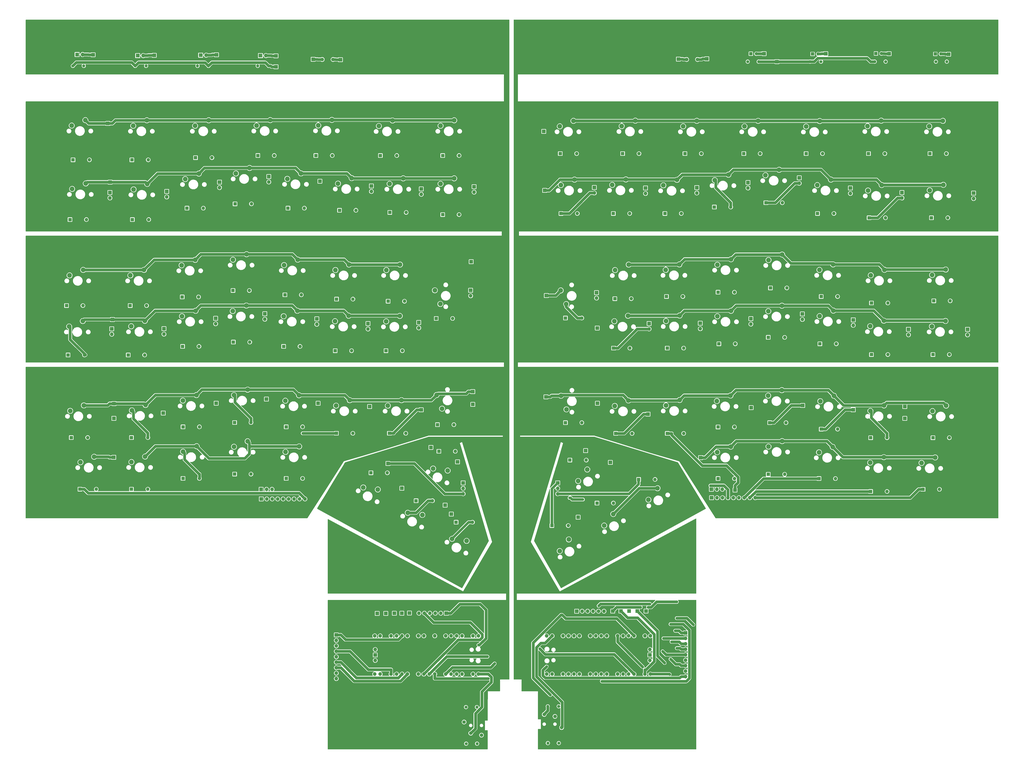
<source format=gbr>
%TF.GenerationSoftware,KiCad,Pcbnew,6.0.10-86aedd382b~118~ubuntu22.04.1*%
%TF.CreationDate,2022-12-28T20:04:18+01:00*%
%TF.ProjectId,Europe-flex,4575726f-7065-42d6-966c-65782e6b6963,rev?*%
%TF.SameCoordinates,Original*%
%TF.FileFunction,Copper,L1,Top*%
%TF.FilePolarity,Positive*%
%FSLAX46Y46*%
G04 Gerber Fmt 4.6, Leading zero omitted, Abs format (unit mm)*
G04 Created by KiCad (PCBNEW 6.0.10-86aedd382b~118~ubuntu22.04.1) date 2022-12-28 20:04:18*
%MOMM*%
%LPD*%
G01*
G04 APERTURE LIST*
%TA.AperFunction,ComponentPad*%
%ADD10R,1.600000X1.600000*%
%TD*%
%TA.AperFunction,ComponentPad*%
%ADD11O,1.600000X1.600000*%
%TD*%
%TA.AperFunction,ComponentPad*%
%ADD12R,1.700000X1.700000*%
%TD*%
%TA.AperFunction,ComponentPad*%
%ADD13O,1.700000X1.700000*%
%TD*%
%TA.AperFunction,ComponentPad*%
%ADD14C,7.500000*%
%TD*%
%TA.AperFunction,ComponentPad*%
%ADD15C,2.200000*%
%TD*%
%TA.AperFunction,ComponentPad*%
%ADD16R,1.500000X1.500000*%
%TD*%
%TA.AperFunction,ComponentPad*%
%ADD17O,1.500000X1.500000*%
%TD*%
%TA.AperFunction,ComponentPad*%
%ADD18C,1.400000*%
%TD*%
%TA.AperFunction,ComponentPad*%
%ADD19O,1.400000X1.400000*%
%TD*%
%TA.AperFunction,ComponentPad*%
%ADD20R,1.800000X1.800000*%
%TD*%
%TA.AperFunction,ComponentPad*%
%ADD21O,1.800000X1.800000*%
%TD*%
%TA.AperFunction,ComponentPad*%
%ADD22C,1.700000*%
%TD*%
%TA.AperFunction,ComponentPad*%
%ADD23R,1.650000X1.650000*%
%TD*%
%TA.AperFunction,ComponentPad*%
%ADD24C,1.650000*%
%TD*%
%TA.AperFunction,ViaPad*%
%ADD25C,0.800000*%
%TD*%
%TA.AperFunction,Conductor*%
%ADD26C,1.200000*%
%TD*%
%TA.AperFunction,Conductor*%
%ADD27C,1.240000*%
%TD*%
G04 APERTURE END LIST*
D10*
%TO.P,D23,1,K*%
%TO.N,Net-(D24-Pad1)*%
X432100000Y-222000000D03*
D11*
%TO.P,D23,2,A*%
%TO.N,Net-(D23-Pad2)*%
X439720000Y-222000000D03*
%TD*%
D12*
%TO.P,J83,1,Pin_1*%
%TO.N,Net-(D32-Pad1)*%
X398210000Y-112590000D03*
D13*
%TO.P,J83,2,Pin_2*%
X398210000Y-115130000D03*
%TD*%
D10*
%TO.P,D91,1,K*%
%TO.N,/COL2_L*%
X135190000Y-252930000D03*
D11*
%TO.P,D91,2,A*%
%TO.N,Net-(D91-Pad2)*%
X142810000Y-252930000D03*
%TD*%
D12*
%TO.P,J137,1,Pin_1*%
%TO.N,PWM4*%
X261000000Y-310660000D03*
%TD*%
D14*
%TO.P,H34,1,1*%
%TO.N,GNDL*%
X303500000Y-47500000D03*
%TD*%
D12*
%TO.P,J112,1,Pin_1*%
%TO.N,Net-(D1-Pad1)*%
X527000000Y-115190000D03*
D13*
%TO.P,J112,2,Pin_2*%
X527000000Y-117730000D03*
%TD*%
D10*
%TO.P,D61,1,K*%
%TO.N,/COL8_L*%
X267614000Y-258312000D03*
D11*
%TO.P,D61,2,A*%
%TO.N,Net-(D61-Pad2)*%
X275234000Y-258312000D03*
%TD*%
D14*
%TO.P,H15,1,1*%
%TO.N,GNDL*%
X295500000Y-311080000D03*
%TD*%
D12*
%TO.P,J24,1,Pin_1*%
%TO.N,Net-(J7-Pad1)*%
X405000000Y-253000000D03*
D13*
%TO.P,J24,2,Pin_2*%
%TO.N,Net-(J7-Pad2)*%
X407540000Y-253000000D03*
%TO.P,J24,3,Pin_3*%
%TO.N,Net-(J7-Pad3)*%
X410080000Y-253000000D03*
%TD*%
D12*
%TO.P,J39,1,Pin_1*%
%TO.N,Net-(D84-Pad1)*%
X199080000Y-107460000D03*
D13*
%TO.P,J39,2,Pin_2*%
X199080000Y-110000000D03*
%TD*%
D10*
%TO.P,D90,1,K*%
%TO.N,Net-(D90-Pad1)*%
X165000000Y-98700000D03*
D11*
%TO.P,D90,2,A*%
%TO.N,Net-(D90-Pad2)*%
X172620000Y-98700000D03*
%TD*%
D14*
%TO.P,H24,1,1*%
%TO.N,GNDR*%
X335580000Y-262000000D03*
%TD*%
D10*
%TO.P,D79,1,K*%
%TO.N,Net-(D84-Pad1)*%
X183380000Y-120180000D03*
D11*
%TO.P,D79,2,A*%
%TO.N,Net-(D79-Pad2)*%
X191000000Y-120180000D03*
%TD*%
D15*
%TO.P,SW43,1*%
%TO.N,Net-(J28-Pad1)*%
X334920000Y-160460000D03*
%TO.P,SW43,2*%
%TO.N,Net-(D43-Pad2)*%
X337460000Y-166810000D03*
%TD*%
%TO.P,SW89,1*%
%TO.N,/ROW5_L*%
X141730000Y-213750000D03*
%TO.P,SW89,2*%
%TO.N,Net-(D95-Pad2)*%
X135380000Y-216290000D03*
%TD*%
%TO.P,SW3,1*%
%TO.N,Net-(J28-Pad1)*%
X514020000Y-150760000D03*
%TO.P,SW3,2*%
%TO.N,Net-(D3-Pad2)*%
X507670000Y-153300000D03*
%TD*%
D12*
%TO.P,J141,1,Pin_1*%
%TO.N,PWM3R*%
X366736000Y-309672000D03*
%TD*%
D10*
%TO.P,D44,1,K*%
%TO.N,Net-(D44-Pad1)*%
X351780000Y-259400000D03*
D11*
%TO.P,D44,2,A*%
%TO.N,Net-(D44-Pad2)*%
X359400000Y-259400000D03*
%TD*%
D10*
%TO.P,D47,1,K*%
%TO.N,Net-(D47-Pad1)*%
X330780000Y-269880000D03*
D11*
%TO.P,D47,2,A*%
%TO.N,Net-(D47-Pad2)*%
X338400000Y-269880000D03*
%TD*%
D16*
%TO.P,D51,1,K*%
%TO.N,Net-(D51-Pad1)*%
X509180000Y-50440000D03*
D17*
%TO.P,D51,2,A*%
%TO.N,Net-(D51-Pad2)*%
X511720000Y-50440000D03*
%TD*%
D15*
%TO.P,SW21,1*%
%TO.N,Net-(J28-Pad1)*%
X437920000Y-143760000D03*
%TO.P,SW21,2*%
%TO.N,Net-(D21-Pad2)*%
X431570000Y-146300000D03*
%TD*%
D14*
%TO.P,H9,1,1*%
%TO.N,GNDL*%
X304500000Y-154500000D03*
%TD*%
D12*
%TO.P,J53,1,Pin_1*%
%TO.N,Net-(D70-Pad1)*%
X245250000Y-175870000D03*
D13*
%TO.P,J53,2,Pin_2*%
X245250000Y-178410000D03*
%TD*%
D12*
%TO.P,J4,1,Pin_1*%
%TO.N,/ROW6_L*%
X126975000Y-238145000D03*
%TD*%
D15*
%TO.P,SW28,1*%
%TO.N,Net-(J30-Pad1)*%
X413920000Y-209360000D03*
%TO.P,SW28,2*%
%TO.N,Net-(D29-Pad2)*%
X407570000Y-211900000D03*
%TD*%
D10*
%TO.P,D26,1,K*%
%TO.N,Net-(D26-Pad1)*%
X408100000Y-161300000D03*
D11*
%TO.P,D26,2,A*%
%TO.N,Net-(D26-Pad2)*%
X415720000Y-161300000D03*
%TD*%
D10*
%TO.P,D95,1,K*%
%TO.N,/COL2_L*%
X135190000Y-228930000D03*
D11*
%TO.P,D95,2,A*%
%TO.N,Net-(D95-Pad2)*%
X142810000Y-228930000D03*
%TD*%
D12*
%TO.P,J110,1,Pin_1*%
%TO.N,Net-(D6-Pad1)*%
X495000000Y-214500000D03*
%TD*%
%TO.P,J45,1,Pin_1*%
%TO.N,Net-(D78-Pad1)*%
X222850000Y-109650000D03*
%TD*%
D15*
%TO.P,SW80,1*%
%TO.N,/ROW6_L*%
X165530000Y-232950000D03*
%TO.P,SW80,2*%
%TO.N,Net-(D86-Pad2)*%
X159180000Y-235490000D03*
%TD*%
D12*
%TO.P,J152,1,Pin_1*%
%TO.N,Net-(J152-Pad1)*%
X389636000Y-52832000D03*
%TD*%
D10*
%TO.P,D43,1,K*%
%TO.N,Net-(D43-Pad1)*%
X337100000Y-173300000D03*
D11*
%TO.P,D43,2,A*%
%TO.N,Net-(D43-Pad2)*%
X344720000Y-173300000D03*
%TD*%
D15*
%TO.P,SW5,1*%
%TO.N,Net-(J29-Pad1)*%
X513920000Y-174660000D03*
%TO.P,SW5,2*%
%TO.N,Net-(D4-Pad2)*%
X507570000Y-177200000D03*
%TD*%
D18*
%TO.P,R10,1*%
%TO.N,Net-(J133-Pad1)*%
X136920000Y-56000000D03*
D19*
%TO.P,R10,2*%
%TO.N,Net-(D54-Pad1)*%
X142000000Y-56000000D03*
%TD*%
D15*
%TO.P,SW9,1*%
%TO.N,Net-(J28-Pad1)*%
X485520000Y-150860000D03*
%TO.P,SW9,2*%
%TO.N,Net-(D9-Pad2)*%
X479170000Y-153400000D03*
%TD*%
%TO.P,SW35,1*%
%TO.N,Net-(J121-Pad1)*%
X379959700Y-252490600D03*
%TO.P,SW35,2*%
%TO.N,Net-(D36-Pad2)*%
X375730439Y-257865305D03*
%TD*%
%TO.P,SW34,1*%
%TO.N,Net-(J30-Pad1)*%
X390220000Y-211460000D03*
%TO.P,SW34,2*%
%TO.N,Net-(D35-Pad2)*%
X383870000Y-214000000D03*
%TD*%
D12*
%TO.P,J102,1,Pin_1*%
%TO.N,Net-(D15-Pad1)*%
X471000000Y-174144000D03*
D13*
%TO.P,J102,2,Pin_2*%
X471000000Y-176684000D03*
%TD*%
D14*
%TO.P,H4,1,1*%
%TO.N,GNDL*%
X91500000Y-154500000D03*
%TD*%
D12*
%TO.P,J32,1,Pin_1*%
%TO.N,/ROW5_L*%
X127065000Y-213095000D03*
%TD*%
D18*
%TO.P,R11,1*%
%TO.N,SCL I2C0*%
X290830000Y-354340000D03*
D19*
%TO.P,R11,2*%
%TO.N,VCCL*%
X295910000Y-354340000D03*
%TD*%
D15*
%TO.P,SW53,1*%
%TO.N,/ROW3_L*%
X276340000Y-160420000D03*
%TO.P,SW53,2*%
%TO.N,Net-(D59-Pad2)*%
X278880000Y-166770000D03*
%TD*%
D12*
%TO.P,J76,1,Pin_1*%
%TO.N,Net-(D38-Pad1)*%
X374370000Y-112810000D03*
D13*
%TO.P,J76,2,Pin_2*%
X374370000Y-115350000D03*
%TD*%
D10*
%TO.P,D93,1,K*%
%TO.N,Net-(D93-Pad1)*%
X134600000Y-167500000D03*
D11*
%TO.P,D93,2,A*%
%TO.N,Net-(D93-Pad2)*%
X142220000Y-167500000D03*
%TD*%
D15*
%TO.P,SW11,1*%
%TO.N,Net-(J29-Pad1)*%
X485220000Y-174560000D03*
%TO.P,SW11,2*%
%TO.N,Net-(D10-Pad2)*%
X478870000Y-177100000D03*
%TD*%
D12*
%TO.P,J148,1,Pin_1*%
%TO.N,Net-(D51-Pad2)*%
X515366000Y-50546000D03*
%TD*%
D18*
%TO.P,R8,1*%
%TO.N,Net-(J133-Pad1)*%
X171000000Y-56000000D03*
D19*
%TO.P,R8,2*%
%TO.N,Net-(D53-Pad1)*%
X165920000Y-56000000D03*
%TD*%
D10*
%TO.P,D88,1,K*%
%TO.N,Net-(D88-Pad1)*%
X158790000Y-163500000D03*
D11*
%TO.P,D88,2,A*%
%TO.N,Net-(D88-Pad2)*%
X166410000Y-163500000D03*
%TD*%
D15*
%TO.P,SW7,1*%
%TO.N,Net-(J26-Pad1)*%
X484020000Y-81460000D03*
%TO.P,SW7,2*%
%TO.N,Net-(D7-Pad2)*%
X477670000Y-84000000D03*
%TD*%
D12*
%TO.P,J27,1,Pin_1*%
%TO.N,Net-(J27-Pad1)*%
X327420000Y-113930000D03*
%TD*%
%TO.P,J120,1,Pin_1*%
%TO.N,Net-(J120-Pad1)*%
X346500000Y-235000000D03*
%TD*%
D15*
%TO.P,SW58,1*%
%TO.N,/ROW3_L*%
X260140000Y-148420000D03*
%TO.P,SW58,2*%
%TO.N,Net-(D62-Pad2)*%
X253790000Y-150960000D03*
%TD*%
%TO.P,SW76,1*%
%TO.N,/ROW3_L*%
X188740000Y-143620000D03*
%TO.P,SW76,2*%
%TO.N,Net-(D80-Pad2)*%
X182390000Y-146160000D03*
%TD*%
D10*
%TO.P,D35,1,K*%
%TO.N,Net-(J128-Pad1)*%
X384480000Y-227000000D03*
D11*
%TO.P,D35,2,A*%
%TO.N,Net-(D35-Pad2)*%
X392100000Y-227000000D03*
%TD*%
D12*
%TO.P,J78,1,Pin_1*%
%TO.N,Net-(D40-Pad1)*%
X376010000Y-175840000D03*
D13*
%TO.P,J78,2,Pin_2*%
X376010000Y-178380000D03*
%TD*%
D10*
%TO.P,D83,1,K*%
%TO.N,/COL4_L*%
X183190000Y-245930000D03*
D11*
%TO.P,D83,2,A*%
%TO.N,Net-(D83-Pad2)*%
X190810000Y-245930000D03*
%TD*%
D14*
%TO.P,H23,1,1*%
%TO.N,GNDR*%
X376000000Y-231500000D03*
%TD*%
D12*
%TO.P,J47,1,Pin_1*%
%TO.N,Net-(D74-Pad1)*%
X221410000Y-173680000D03*
D13*
%TO.P,J47,2,Pin_2*%
X221410000Y-176220000D03*
%TD*%
D10*
%TO.P,D66,1,K*%
%TO.N,Net-(D66-Pad1)*%
X280000000Y-97700000D03*
D11*
%TO.P,D66,2,A*%
%TO.N,Net-(D66-Pad2)*%
X287620000Y-97700000D03*
%TD*%
D14*
%TO.P,H27,1,1*%
%TO.N,GNDR*%
X533000000Y-86500000D03*
%TD*%
D15*
%TO.P,SW20,1*%
%TO.N,Net-(J27-Pad1)*%
X436520000Y-104320000D03*
%TO.P,SW20,2*%
%TO.N,Net-(D20-Pad2)*%
X430170000Y-106860000D03*
%TD*%
D14*
%TO.P,H19,1,1*%
%TO.N,GNDL*%
X289800000Y-261700000D03*
%TD*%
D10*
%TO.P,D81,1,K*%
%TO.N,Net-(D80-Pad1)*%
X182600000Y-184500000D03*
D11*
%TO.P,D81,2,A*%
%TO.N,Net-(D81-Pad2)*%
X190220000Y-184500000D03*
%TD*%
D15*
%TO.P,SW29,1*%
%TO.N,Net-(J29-Pad1)*%
X414120000Y-169960000D03*
%TO.P,SW29,2*%
%TO.N,Net-(D28-Pad2)*%
X407770000Y-172500000D03*
%TD*%
%TO.P,SW17,1*%
%TO.N,Net-(J29-Pad1)*%
X461720000Y-169860000D03*
%TO.P,SW17,2*%
%TO.N,Net-(D17-Pad2)*%
X455370000Y-172400000D03*
%TD*%
D10*
%TO.P,D86,1,K*%
%TO.N,/COL3_L*%
X159190000Y-247930000D03*
D11*
%TO.P,D86,2,A*%
%TO.N,Net-(D86-Pad2)*%
X166810000Y-247930000D03*
%TD*%
D12*
%TO.P,J6,1,Pin_1*%
%TO.N,Net-(J6-Pad1)*%
X195578000Y-257463000D03*
D13*
%TO.P,J6,2,Pin_2*%
%TO.N,Net-(J6-Pad2)*%
X198118000Y-257463000D03*
%TO.P,J6,3,Pin_3*%
%TO.N,Net-(J6-Pad3)*%
X200658000Y-257463000D03*
%TO.P,J6,4,Pin_4*%
%TO.N,/COL6_L*%
X203198000Y-257463000D03*
%TO.P,J6,5,Pin_5*%
%TO.N,/COL5_L*%
X205738000Y-257463000D03*
%TO.P,J6,6,Pin_6*%
%TO.N,/COL4_L*%
X208278000Y-257463000D03*
%TO.P,J6,7,Pin_7*%
%TO.N,/COL3_L*%
X210818000Y-257463000D03*
%TO.P,J6,8,Pin_8*%
%TO.N,/COL2_L*%
X213358000Y-257463000D03*
%TO.P,J6,9,Pin_9*%
%TO.N,/COL1_L*%
X215898000Y-257463000D03*
%TD*%
D15*
%TO.P,SW74,1*%
%TO.N,/ROW6_L*%
X189230000Y-230650000D03*
%TO.P,SW74,2*%
%TO.N,Net-(D83-Pad2)*%
X182880000Y-233190000D03*
%TD*%
%TO.P,SW66,1*%
%TO.N,/ROW1_L*%
X256640000Y-81420000D03*
%TO.P,SW66,2*%
%TO.N,Net-(D72-Pad2)*%
X250290000Y-83960000D03*
%TD*%
D12*
%TO.P,J63,1,Pin_1*%
%TO.N,Net-(D59-Pad1)*%
X293000000Y-160420000D03*
D13*
%TO.P,J63,2,Pin_2*%
X293000000Y-162960000D03*
%TD*%
D10*
%TO.P,D40,1,K*%
%TO.N,Net-(D40-Pad1)*%
X360100000Y-164300000D03*
D11*
%TO.P,D40,2,A*%
%TO.N,Net-(D40-Pad2)*%
X367720000Y-164300000D03*
%TD*%
D15*
%TO.P,SW85,1*%
%TO.N,/ROW4_L*%
X141440000Y-174620000D03*
%TO.P,SW85,2*%
%TO.N,Net-(D94-Pad2)*%
X135090000Y-177160000D03*
%TD*%
D14*
%TO.P,H16,1,1*%
%TO.N,GNDL*%
X304500000Y-179500000D03*
%TD*%
D10*
%TO.P,D62,1,K*%
%TO.N,Net-(D63-Pad1)*%
X254600000Y-165500000D03*
D11*
%TO.P,D62,2,A*%
%TO.N,Net-(D62-Pad2)*%
X262220000Y-165500000D03*
%TD*%
D12*
%TO.P,J70,1,Pin_1*%
%TO.N,Net-(D45-Pad1)*%
X352000000Y-213000000D03*
%TD*%
D15*
%TO.P,SW15,1*%
%TO.N,Net-(J28-Pad1)*%
X461620000Y-148360000D03*
%TO.P,SW15,2*%
%TO.N,Net-(D15-Pad2)*%
X455270000Y-150900000D03*
%TD*%
D10*
%TO.P,D92,1,K*%
%TO.N,Net-(D96-Pad1)*%
X135600000Y-127500000D03*
D11*
%TO.P,D92,2,A*%
%TO.N,Net-(D92-Pad2)*%
X143220000Y-127500000D03*
%TD*%
D10*
%TO.P,D82,1,K*%
%TO.N,/COL4_L*%
X183190000Y-221930000D03*
D11*
%TO.P,D82,2,A*%
%TO.N,Net-(D82-Pad2)*%
X190810000Y-221930000D03*
%TD*%
D12*
%TO.P,J133,1,Pin_1*%
%TO.N,Net-(J133-Pad1)*%
X202438000Y-56388000D03*
%TD*%
%TO.P,J142,1,Pin_1*%
%TO.N,Net-(D49-Pad2)*%
X458216000Y-50292000D03*
%TD*%
D18*
%TO.P,R1,1*%
%TO.N,Net-(D48-Pad1)*%
X421920000Y-54000000D03*
D19*
%TO.P,R1,2*%
%TO.N,Net-(J143-Pad1)*%
X427000000Y-54000000D03*
%TD*%
D15*
%TO.P,SW6,1*%
%TO.N,Net-(J31-Pad1)*%
X509120000Y-238160000D03*
%TO.P,SW6,2*%
%TO.N,Net-(D6-Pad2)*%
X502770000Y-240700000D03*
%TD*%
D10*
%TO.P,D56,1,K*%
%TO.N,/COL9_L*%
X286234000Y-268312000D03*
D11*
%TO.P,D56,2,A*%
%TO.N,Net-(D56-Pad2)*%
X293854000Y-268312000D03*
%TD*%
D12*
%TO.P,J98,1,Pin_1*%
%TO.N,Net-(D18-Pad1)*%
X471000000Y-216000000D03*
%TD*%
D10*
%TO.P,D73,1,K*%
%TO.N,Net-(D78-Pad1)*%
X208000000Y-122180000D03*
D11*
%TO.P,D73,2,A*%
%TO.N,Net-(D73-Pad2)*%
X215620000Y-122180000D03*
%TD*%
D15*
%TO.P,SW27,1*%
%TO.N,Net-(J28-Pad1)*%
X414120000Y-145960000D03*
%TO.P,SW27,2*%
%TO.N,Net-(D26-Pad2)*%
X407770000Y-148500000D03*
%TD*%
D10*
%TO.P,D42,1,K*%
%TO.N,Net-(D42-Pad1)*%
X335000000Y-124660000D03*
D11*
%TO.P,D42,2,A*%
%TO.N,Net-(D42-Pad2)*%
X342620000Y-124660000D03*
%TD*%
D15*
%TO.P,SW88,1*%
%TO.N,/ROW3_L*%
X141040000Y-150920000D03*
%TO.P,SW88,2*%
%TO.N,Net-(D93-Pad2)*%
X134690000Y-153460000D03*
%TD*%
%TO.P,SW62,1*%
%TO.N,/ROW2_L*%
X237640000Y-108200000D03*
%TO.P,SW62,2*%
%TO.N,Net-(D68-Pad2)*%
X231290000Y-110740000D03*
%TD*%
D14*
%TO.P,H18,1,1*%
%TO.N,GNDL*%
X91000000Y-244000000D03*
%TD*%
D12*
%TO.P,J119,1,Pin_1*%
%TO.N,Net-(J119-Pad1)*%
X286913700Y-240222600D03*
%TD*%
D15*
%TO.P,SW87,1*%
%TO.N,/ROW2_L*%
X142540000Y-110900000D03*
%TO.P,SW87,2*%
%TO.N,Net-(D92-Pad2)*%
X136190000Y-113440000D03*
%TD*%
D12*
%TO.P,J14,1,Pin_1*%
%TO.N,/COL9_L*%
X289500000Y-250000000D03*
D13*
%TO.P,J14,2,Pin_2*%
%TO.N,/COL8_L*%
X289500000Y-252540000D03*
%TO.P,J14,3,Pin_3*%
%TO.N,Net-(D67-Pad1)*%
X289500000Y-255080000D03*
%TD*%
D12*
%TO.P,J108,1,Pin_1*%
%TO.N,Net-(D9-Pad1)*%
X496710000Y-178550000D03*
D13*
%TO.P,J108,2,Pin_2*%
X496710000Y-181090000D03*
%TD*%
D14*
%TO.P,H25,1,1*%
%TO.N,GNDR*%
X533000000Y-154500000D03*
%TD*%
D12*
%TO.P,J139,1,Pin_1*%
%TO.N,PWM4R*%
X370546000Y-309672000D03*
%TD*%
D14*
%TO.P,H10,1,1*%
%TO.N,GNDL*%
X260300000Y-245700000D03*
%TD*%
D12*
%TO.P,J146,1,Pin_1*%
%TO.N,Net-(D50-Pad2)*%
X487680000Y-50292000D03*
%TD*%
%TO.P,J35,1,Pin_1*%
%TO.N,/ROW3_L*%
X293260000Y-147110000D03*
%TD*%
D10*
%TO.P,D98,1,K*%
%TO.N,Net-(D101-Pad1)*%
X105690000Y-190500000D03*
D11*
%TO.P,D98,2,A*%
%TO.N,Net-(D98-Pad2)*%
X113310000Y-190500000D03*
%TD*%
D14*
%TO.P,H17,1,1*%
%TO.N,GNDL*%
X246100000Y-232100000D03*
%TD*%
D15*
%TO.P,SW4,1*%
%TO.N,Net-(J30-Pad1)*%
X514220000Y-214060000D03*
%TO.P,SW4,2*%
%TO.N,Net-(D5-Pad2)*%
X507870000Y-216600000D03*
%TD*%
%TO.P,SW93,1*%
%TO.N,/ROW2_L*%
X113940000Y-110700000D03*
%TO.P,SW93,2*%
%TO.N,Net-(D100-Pad2)*%
X107590000Y-113240000D03*
%TD*%
D10*
%TO.P,D10,1,K*%
%TO.N,Net-(D9-Pad1)*%
X479480000Y-190300000D03*
D11*
%TO.P,D10,2,A*%
%TO.N,Net-(D10-Pad2)*%
X487100000Y-190300000D03*
%TD*%
D15*
%TO.P,SW90,1*%
%TO.N,/ROW1_L*%
X142340000Y-81320000D03*
%TO.P,SW90,2*%
%TO.N,Net-(D96-Pad2)*%
X135990000Y-83860000D03*
%TD*%
D10*
%TO.P,D70,1,K*%
%TO.N,Net-(D70-Pad1)*%
X229980000Y-188500000D03*
D11*
%TO.P,D70,2,A*%
%TO.N,Net-(D70-Pad2)*%
X237600000Y-188500000D03*
%TD*%
D10*
%TO.P,D39,1,K*%
%TO.N,Net-(J7-Pad4)*%
X360480000Y-227000000D03*
D11*
%TO.P,D39,2,A*%
%TO.N,Net-(D39-Pad2)*%
X368100000Y-227000000D03*
%TD*%
D15*
%TO.P,SW39,1*%
%TO.N,Net-(J28-Pad1)*%
X366520000Y-148460000D03*
%TO.P,SW39,2*%
%TO.N,Net-(D40-Pad2)*%
X360170000Y-151000000D03*
%TD*%
D10*
%TO.P,D69,1,K*%
%TO.N,Net-(D70-Pad1)*%
X230600000Y-164500000D03*
D11*
%TO.P,D69,2,A*%
%TO.N,Net-(D69-Pad2)*%
X238220000Y-164500000D03*
%TD*%
D10*
%TO.P,D100,1,K*%
%TO.N,Net-(D100-Pad1)*%
X106600000Y-127500000D03*
D11*
%TO.P,D100,2,A*%
%TO.N,Net-(D100-Pad2)*%
X114220000Y-127500000D03*
%TD*%
D14*
%TO.P,H37,1,1*%
%TO.N,GNDR*%
X319500000Y-154500000D03*
%TD*%
D12*
%TO.P,J30,1,Pin_1*%
%TO.N,Net-(J30-Pad1)*%
X328000000Y-210000000D03*
%TD*%
%TO.P,J85,1,Pin_1*%
%TO.N,Net-(D33-Pad1)*%
X399850000Y-175740000D03*
D13*
%TO.P,J85,2,Pin_2*%
X399850000Y-178280000D03*
%TD*%
D10*
%TO.P,D99,1,K*%
%TO.N,/COL1_L*%
X107190000Y-228930000D03*
D11*
%TO.P,D99,2,A*%
%TO.N,Net-(D99-Pad2)*%
X114810000Y-228930000D03*
%TD*%
D14*
%TO.P,H1,1,1*%
%TO.N,GNDL*%
X91500000Y-87000000D03*
%TD*%
D12*
%TO.P,J92,1,Pin_1*%
%TO.N,Net-(D24-Pad1)*%
X447500000Y-214000000D03*
%TD*%
%TO.P,J43,1,Pin_1*%
%TO.N,/COL3_L*%
X174600000Y-212920000D03*
%TD*%
D18*
%TO.P,R4,1*%
%TO.N,Net-(D50-Pad1)*%
X486080000Y-54000000D03*
D19*
%TO.P,R4,2*%
%TO.N,Net-(J143-Pad1)*%
X481000000Y-54000000D03*
%TD*%
D12*
%TO.P,J37,1,Pin_1*%
%TO.N,Net-(D47-Pad1)*%
X333500000Y-250000000D03*
D13*
%TO.P,J37,2,Pin_2*%
%TO.N,Net-(D44-Pad1)*%
X333500000Y-252540000D03*
%TO.P,J37,3,Pin_3*%
%TO.N,Net-(D36-Pad1)*%
X333500000Y-255080000D03*
%TD*%
D12*
%TO.P,J130,1,Pin_1*%
%TO.N,Net-(D55-Pad2)*%
X117348000Y-50800000D03*
%TD*%
D10*
%TO.P,D80,1,K*%
%TO.N,Net-(D80-Pad1)*%
X182410000Y-160500000D03*
D11*
%TO.P,D80,2,A*%
%TO.N,Net-(D80-Pad2)*%
X190030000Y-160500000D03*
%TD*%
D15*
%TO.P,SW31,1*%
%TO.N,Net-(J26-Pad1)*%
X369620000Y-81460000D03*
%TO.P,SW31,2*%
%TO.N,Net-(D31-Pad2)*%
X363270000Y-84000000D03*
%TD*%
D10*
%TO.P,D2,1,K*%
%TO.N,Net-(D1-Pad1)*%
X507380000Y-126660000D03*
D11*
%TO.P,D2,2,A*%
%TO.N,Net-(D2-Pad2)*%
X515000000Y-126660000D03*
%TD*%
D15*
%TO.P,SW81,1*%
%TO.N,/ROW2_L*%
X166540000Y-106100000D03*
%TO.P,SW81,2*%
%TO.N,Net-(D87-Pad2)*%
X160190000Y-108640000D03*
%TD*%
D12*
%TO.P,J147,1,Pin_1*%
%TO.N,PWM1R*%
X359116000Y-309672000D03*
%TD*%
D14*
%TO.P,H12,1,1*%
%TO.N,GNDL*%
X303400000Y-86500000D03*
%TD*%
%TO.P,H5,1,1*%
%TO.N,GNDR*%
X329500000Y-310000000D03*
%TD*%
D12*
%TO.P,J114,1,Pin_1*%
%TO.N,Net-(D3-Pad1)*%
X524180000Y-178600000D03*
D13*
%TO.P,J114,2,Pin_2*%
X524180000Y-181140000D03*
%TD*%
D10*
%TO.P,D41,1,K*%
%TO.N,Net-(D40-Pad1)*%
X359480000Y-187300000D03*
D11*
%TO.P,D41,2,A*%
%TO.N,Net-(D41-Pad2)*%
X367100000Y-187300000D03*
%TD*%
D12*
%TO.P,J22,1,Pin_1*%
%TO.N,Net-(J6-Pad1)*%
X195500000Y-253000000D03*
D13*
%TO.P,J22,2,Pin_2*%
%TO.N,Net-(J6-Pad2)*%
X198040000Y-253000000D03*
%TO.P,J22,3,Pin_3*%
%TO.N,Net-(J6-Pad3)*%
X200580000Y-253000000D03*
%TD*%
D10*
%TO.P,D34,1,K*%
%TO.N,Net-(D33-Pad1)*%
X384480000Y-187300000D03*
D11*
%TO.P,D34,2,A*%
%TO.N,Net-(D34-Pad2)*%
X392100000Y-187300000D03*
%TD*%
D10*
%TO.P,D24,1,K*%
%TO.N,Net-(D24-Pad1)*%
X431480000Y-246000000D03*
D11*
%TO.P,D24,2,A*%
%TO.N,Net-(D24-Pad2)*%
X439100000Y-246000000D03*
%TD*%
D15*
%TO.P,SW54,1*%
%TO.N,/ROW5_L*%
X277150000Y-209110000D03*
%TO.P,SW54,2*%
%TO.N,Net-(D58-Pad2)*%
X279690000Y-215460000D03*
%TD*%
D12*
%TO.P,J20,1,Pin_1*%
%TO.N,/COL9_L*%
X284000000Y-264500000D03*
%TD*%
D10*
%TO.P,D58,1,K*%
%TO.N,Net-(D58-Pad1)*%
X277570000Y-222930000D03*
D11*
%TO.P,D58,2,A*%
%TO.N,Net-(D58-Pad2)*%
X285190000Y-222930000D03*
%TD*%
D10*
%TO.P,D16,1,K*%
%TO.N,Net-(D18-Pad1)*%
X456100000Y-225000000D03*
D11*
%TO.P,D16,2,A*%
%TO.N,Net-(D16-Pad2)*%
X463720000Y-225000000D03*
%TD*%
D14*
%TO.P,H32,1,1*%
%TO.N,GNDR*%
X533000000Y-114000000D03*
%TD*%
%TO.P,H30,1,1*%
%TO.N,GNDR*%
X364280000Y-245900000D03*
%TD*%
D15*
%TO.P,SW19,1*%
%TO.N,Net-(J26-Pad1)*%
X426760000Y-81580000D03*
%TO.P,SW19,2*%
%TO.N,Net-(D19-Pad2)*%
X420410000Y-84120000D03*
%TD*%
D10*
%TO.P,D27,1,K*%
%TO.N,Net-(D27-Pad1)*%
X406380000Y-121660000D03*
D11*
%TO.P,D27,2,A*%
%TO.N,Net-(D27-Pad2)*%
X414000000Y-121660000D03*
%TD*%
D18*
%TO.P,R12,1*%
%TO.N,Net-(J133-Pad1)*%
X107920000Y-56000000D03*
D19*
%TO.P,R12,2*%
%TO.N,Net-(D55-Pad1)*%
X113000000Y-56000000D03*
%TD*%
D12*
%TO.P,J134,1,Pin_1*%
%TO.N,GNDL*%
X278866000Y-346372000D03*
%TD*%
%TO.P,J31,1,Pin_1*%
%TO.N,Net-(J31-Pad1)*%
X400000000Y-238240000D03*
%TD*%
D15*
%TO.P,SW47,1*%
%TO.N,Net-(J121-Pad1)*%
X338659700Y-276330600D03*
%TO.P,SW47,2*%
%TO.N,Net-(D47-Pad2)*%
X334430439Y-281705305D03*
%TD*%
D12*
%TO.P,J3,1,Pin_1*%
%TO.N,ROW1*%
X281630000Y-310660000D03*
D13*
%TO.P,J3,2,Pin_2*%
%TO.N,ROW2*%
X279090000Y-310660000D03*
%TO.P,J3,3,Pin_3*%
%TO.N,ROW3*%
X276550000Y-310660000D03*
%TO.P,J3,4,Pin_4*%
%TO.N,ROW4*%
X274010000Y-310660000D03*
%TO.P,J3,5,Pin_5*%
%TO.N,ROW5*%
X271470000Y-310660000D03*
%TO.P,J3,6,Pin_6*%
%TO.N,ROW6*%
X268930000Y-310660000D03*
%TD*%
D12*
%TO.P,J25,1,Pin_1*%
%TO.N,Net-(D88-Pad1)*%
X174370000Y-173450000D03*
D13*
%TO.P,J25,2,Pin_2*%
X174370000Y-175990000D03*
%TD*%
D16*
%TO.P,D49,1,K*%
%TO.N,Net-(D49-Pad1)*%
X452064700Y-50440000D03*
D17*
%TO.P,D49,2,A*%
%TO.N,Net-(D49-Pad2)*%
X454604700Y-50440000D03*
%TD*%
D12*
%TO.P,J144,1,Pin_1*%
%TO.N,GNDR*%
X371562000Y-347106000D03*
%TD*%
D15*
%TO.P,SW18,1*%
%TO.N,Net-(J31-Pad1)*%
X461420000Y-233260000D03*
%TO.P,SW18,2*%
%TO.N,Net-(D18-Pad2)*%
X455070000Y-235800000D03*
%TD*%
D10*
%TO.P,D14,1,K*%
%TO.N,Net-(D13-Pad1)*%
X454380000Y-124660000D03*
D11*
%TO.P,D14,2,A*%
%TO.N,Net-(D14-Pad2)*%
X462000000Y-124660000D03*
%TD*%
D12*
%TO.P,J65,1,Pin_1*%
%TO.N,/COL6_L*%
X246000000Y-214500000D03*
%TD*%
%TO.P,J19,1,Pin_1*%
%TO.N,Net-(D93-Pad1)*%
X150310000Y-178270000D03*
D13*
%TO.P,J19,2,Pin_2*%
X150310000Y-180810000D03*
%TD*%
D15*
%TO.P,SW96,1*%
%TO.N,/ROW1_L*%
X113740000Y-81220000D03*
%TO.P,SW96,2*%
%TO.N,Net-(D102-Pad2)*%
X107390000Y-83760000D03*
%TD*%
%TO.P,SW67,1*%
%TO.N,/ROW4_L*%
X212340000Y-169920000D03*
%TO.P,SW67,2*%
%TO.N,Net-(D74-Pad2)*%
X205990000Y-172460000D03*
%TD*%
%TO.P,SW41,1*%
%TO.N,Net-(J29-Pad1)*%
X366220000Y-172260000D03*
%TO.P,SW41,2*%
%TO.N,Net-(D41-Pad2)*%
X359870000Y-174800000D03*
%TD*%
D14*
%TO.P,H21,1,1*%
%TO.N,GNDR*%
X319000000Y-87000000D03*
%TD*%
%TO.P,H28,1,1*%
%TO.N,GNDR*%
X533000000Y-179500000D03*
%TD*%
D10*
%TO.P,D4,1,K*%
%TO.N,Net-(D3-Pad1)*%
X508100000Y-190300000D03*
D11*
%TO.P,D4,2,A*%
%TO.N,Net-(D4-Pad2)*%
X515720000Y-190300000D03*
%TD*%
D15*
%TO.P,SW46,1*%
%TO.N,Net-(J120-Pad1)*%
X347259700Y-243760000D03*
%TO.P,SW46,2*%
%TO.N,Net-(D46-Pad2)*%
X343030439Y-249134705D03*
%TD*%
D12*
%TO.P,J151,1,Pin_1*%
%TO.N,Net-(J151-Pad1)*%
X374610000Y-309672000D03*
%TD*%
%TO.P,J143,1,Pin_1*%
%TO.N,Net-(J143-Pad1)*%
X435500000Y-54000000D03*
%TD*%
D15*
%TO.P,SW16,1*%
%TO.N,Net-(J30-Pad1)*%
X462020000Y-209460000D03*
%TO.P,SW16,2*%
%TO.N,Net-(D16-Pad2)*%
X455670000Y-212000000D03*
%TD*%
D14*
%TO.P,H36,1,1*%
%TO.N,GNDR*%
X533000000Y-48000000D03*
%TD*%
D10*
%TO.P,D63,1,K*%
%TO.N,Net-(D63-Pad1)*%
X253600000Y-188500000D03*
D11*
%TO.P,D63,2,A*%
%TO.N,Net-(D63-Pad2)*%
X261220000Y-188500000D03*
%TD*%
D10*
%TO.P,D33,1,K*%
%TO.N,Net-(D33-Pad1)*%
X384100000Y-163300000D03*
D11*
%TO.P,D33,2,A*%
%TO.N,Net-(D33-Pad2)*%
X391720000Y-163300000D03*
%TD*%
D12*
%TO.P,J145,1,Pin_1*%
%TO.N,PWM2R*%
X362926000Y-309672000D03*
%TD*%
D15*
%TO.P,SW22,1*%
%TO.N,Net-(J30-Pad1)*%
X437780000Y-206880000D03*
%TO.P,SW22,2*%
%TO.N,Net-(D23-Pad2)*%
X431430000Y-209420000D03*
%TD*%
D12*
%TO.P,J10,1,Pin_1*%
%TO.N,ROW1R*%
X342320000Y-309720000D03*
D13*
%TO.P,J10,2,Pin_2*%
%TO.N,ROW2R*%
X344860000Y-309720000D03*
%TO.P,J10,3,Pin_3*%
%TO.N,ROW3R*%
X347400000Y-309720000D03*
%TO.P,J10,4,Pin_4*%
%TO.N,ROW4R*%
X349940000Y-309720000D03*
%TO.P,J10,5,Pin_5*%
%TO.N,ROW5R*%
X352480000Y-309720000D03*
%TO.P,J10,6,Pin_6*%
%TO.N,ROW6R*%
X355020000Y-309720000D03*
%TD*%
D15*
%TO.P,SW26,1*%
%TO.N,Net-(J27-Pad1)*%
X412920000Y-106620000D03*
%TO.P,SW26,2*%
%TO.N,Net-(D27-Pad2)*%
X406570000Y-109160000D03*
%TD*%
D10*
%TO.P,D25,1,K*%
%TO.N,Net-(D27-Pad1)*%
X392700000Y-96800000D03*
D11*
%TO.P,D25,2,A*%
%TO.N,Net-(D25-Pad2)*%
X400320000Y-96800000D03*
%TD*%
D20*
%TO.P,D54,1,K*%
%TO.N,Net-(D54-Pad1)*%
X138100000Y-51200000D03*
D21*
%TO.P,D54,2,A*%
%TO.N,Net-(D54-Pad2)*%
X140640000Y-51200000D03*
%TD*%
D15*
%TO.P,SW12,1*%
%TO.N,Net-(J31-Pad1)*%
X485220000Y-238060000D03*
%TO.P,SW12,2*%
%TO.N,Net-(D12-Pad2)*%
X478870000Y-240600000D03*
%TD*%
D12*
%TO.P,J128,1,Pin_1*%
%TO.N,Net-(J128-Pad1)*%
X416010000Y-253350000D03*
%TD*%
D15*
%TO.P,SW84,1*%
%TO.N,/ROW1_L*%
X171140000Y-81320000D03*
%TO.P,SW84,2*%
%TO.N,Net-(D90-Pad2)*%
X164790000Y-83860000D03*
%TD*%
D12*
%TO.P,J131,1,Pin_1*%
%TO.N,PWM2*%
X253500000Y-310740000D03*
%TD*%
D10*
%TO.P,D5,1,K*%
%TO.N,Net-(D6-Pad1)*%
X508100000Y-229000000D03*
D11*
%TO.P,D5,2,A*%
%TO.N,Net-(D5-Pad2)*%
X515720000Y-229000000D03*
%TD*%
D10*
%TO.P,D78,1,K*%
%TO.N,Net-(D78-Pad1)*%
X221000000Y-97700000D03*
D11*
%TO.P,D78,2,A*%
%TO.N,Net-(D78-Pad2)*%
X228620000Y-97700000D03*
%TD*%
D10*
%TO.P,D96,1,K*%
%TO.N,Net-(D96-Pad1)*%
X135380000Y-99700000D03*
D11*
%TO.P,D96,2,A*%
%TO.N,Net-(D96-Pad2)*%
X143000000Y-99700000D03*
%TD*%
D15*
%TO.P,SW60,1*%
%TO.N,/ROW1_L*%
X285340000Y-81320000D03*
%TO.P,SW60,2*%
%TO.N,Net-(D66-Pad2)*%
X278990000Y-83860000D03*
%TD*%
D12*
%TO.P,J60,1,Pin_1*%
%TO.N,Net-(D63-Pad1)*%
X268856000Y-175360000D03*
D13*
%TO.P,J60,2,Pin_2*%
X268856000Y-177900000D03*
%TD*%
D14*
%TO.P,H38,1,1*%
%TO.N,GNDR*%
X319500000Y-211500000D03*
%TD*%
D15*
%TO.P,SW56,1*%
%TO.N,/ROW4_L*%
X260040000Y-172320000D03*
%TO.P,SW56,2*%
%TO.N,Net-(D63-Pad2)*%
X253690000Y-174860000D03*
%TD*%
D18*
%TO.P,R6,1*%
%TO.N,Net-(D51-Pad1)*%
X509460000Y-54000000D03*
D19*
%TO.P,R6,2*%
%TO.N,Net-(J143-Pad1)*%
X514540000Y-54000000D03*
%TD*%
D10*
%TO.P,D65,1,K*%
%TO.N,Net-(D65-Pad1)*%
X255190000Y-226930000D03*
D11*
%TO.P,D65,2,A*%
%TO.N,Net-(D65-Pad2)*%
X262810000Y-226930000D03*
%TD*%
D12*
%TO.P,J8,1,Pin_1*%
%TO.N,Arrow-Right*%
X393000000Y-319800000D03*
D13*
%TO.P,J8,2,Pin_2*%
%TO.N,COL8R*%
X393000000Y-322340000D03*
%TO.P,J8,3,Pin_3*%
%TO.N,COL7R*%
X393000000Y-324880000D03*
%TO.P,J8,4,Pin_4*%
%TO.N,COL6R*%
X393000000Y-327420000D03*
%TO.P,J8,5,Pin_5*%
%TO.N,COL5R*%
X393000000Y-329960000D03*
%TO.P,J8,6,Pin_6*%
%TO.N,COL4R*%
X393000000Y-332500000D03*
%TO.P,J8,7,Pin_7*%
%TO.N,COL3R*%
X393000000Y-335040000D03*
%TO.P,J8,8,Pin_8*%
%TO.N,COL2R*%
X393000000Y-337580000D03*
%TO.P,J8,9,Pin_9*%
%TO.N,COL1R*%
X393000000Y-340120000D03*
%TD*%
D12*
%TO.P,J86,1,Pin_1*%
%TO.N,Net-(D29-Pad1)*%
X423500000Y-215000000D03*
%TD*%
%TO.P,J150,1,Pin_1*%
%TO.N,Net-(J150-Pad1)*%
X232410000Y-53086000D03*
%TD*%
D10*
%TO.P,D77,1,K*%
%TO.N,Net-(D74-Pad1)*%
X206600000Y-162500000D03*
D11*
%TO.P,D77,2,A*%
%TO.N,Net-(D77-Pad2)*%
X214220000Y-162500000D03*
%TD*%
D12*
%TO.P,J117,1,Pin_1*%
%TO.N,Net-(J117-Pad1)*%
X281130000Y-260386000D03*
%TD*%
D15*
%TO.P,SW36,1*%
%TO.N,Net-(J29-Pad1)*%
X390220000Y-172160000D03*
%TO.P,SW36,2*%
%TO.N,Net-(D34-Pad2)*%
X383870000Y-174700000D03*
%TD*%
D18*
%TO.P,R3,1*%
%TO.N,sclR*%
X334000000Y-371080000D03*
D19*
%TO.P,R3,2*%
%TO.N,VCCR*%
X328920000Y-371080000D03*
%TD*%
D12*
%TO.P,J41,1,Pin_1*%
%TO.N,Net-(D80-Pad1)*%
X197250000Y-171310000D03*
D13*
%TO.P,J41,2,Pin_2*%
X197250000Y-173850000D03*
%TD*%
D14*
%TO.P,H13,1,1*%
%TO.N,GNDL*%
X281500000Y-363500000D03*
%TD*%
D12*
%TO.P,J149,1,Pin_1*%
%TO.N,Net-(J149-Pad1)*%
X264500000Y-310558000D03*
%TD*%
D10*
%TO.P,D3,1,K*%
%TO.N,Net-(D3-Pad1)*%
X508480000Y-165300000D03*
D11*
%TO.P,D3,2,A*%
%TO.N,Net-(D3-Pad2)*%
X516100000Y-165300000D03*
%TD*%
D14*
%TO.P,H8,1,1*%
%TO.N,GNDL*%
X91000000Y-219000000D03*
%TD*%
D10*
%TO.P,D72,1,K*%
%TO.N,Net-(D72-Pad1)*%
X251000000Y-97700000D03*
D11*
%TO.P,D72,2,A*%
%TO.N,Net-(D72-Pad2)*%
X258620000Y-97700000D03*
%TD*%
D10*
%TO.P,D18,1,K*%
%TO.N,Net-(D18-Pad1)*%
X455100000Y-248000000D03*
D11*
%TO.P,D18,2,A*%
%TO.N,Net-(D18-Pad2)*%
X462720000Y-248000000D03*
%TD*%
D10*
%TO.P,D28,1,K*%
%TO.N,Net-(D26-Pad1)*%
X408480000Y-185300000D03*
D11*
%TO.P,D28,2,A*%
%TO.N,Net-(D28-Pad2)*%
X416100000Y-185300000D03*
%TD*%
D12*
%TO.P,J118,1,Pin_1*%
%TO.N,/ROW5_L*%
X294000000Y-207554000D03*
%TD*%
D10*
%TO.P,D71,1,K*%
%TO.N,/COL6_L*%
X230570000Y-226930000D03*
D11*
%TO.P,D71,2,A*%
%TO.N,Net-(D71-Pad2)*%
X238190000Y-226930000D03*
%TD*%
D12*
%TO.P,J74,1,Pin_1*%
%TO.N,Net-(J7-Pad4)*%
X375500000Y-218000000D03*
%TD*%
D14*
%TO.P,H22,1,1*%
%TO.N,GNDR*%
X319000000Y-179500000D03*
%TD*%
D12*
%TO.P,J29,1,Pin_1*%
%TO.N,Net-(J29-Pad1)*%
X351920000Y-177950000D03*
%TD*%
D14*
%TO.P,H2,1,1*%
%TO.N,GNDL*%
X91500000Y-179500000D03*
%TD*%
D15*
%TO.P,SW1,1*%
%TO.N,Net-(J26-Pad1)*%
X512720000Y-81560000D03*
%TO.P,SW1,2*%
%TO.N,Net-(D1-Pad2)*%
X506370000Y-84100000D03*
%TD*%
D10*
%TO.P,D8,1,K*%
%TO.N,Net-(D7-Pad1)*%
X478380000Y-126660000D03*
D11*
%TO.P,D8,2,A*%
%TO.N,Net-(D8-Pad2)*%
X486000000Y-126660000D03*
%TD*%
D15*
%TO.P,SW73,1*%
%TO.N,/ROW4_L*%
X188640000Y-167520000D03*
%TO.P,SW73,2*%
%TO.N,Net-(D81-Pad2)*%
X182290000Y-170060000D03*
%TD*%
D10*
%TO.P,D1,1,K*%
%TO.N,Net-(D1-Pad1)*%
X506700000Y-96800000D03*
D11*
%TO.P,D1,2,A*%
%TO.N,Net-(D1-Pad2)*%
X514320000Y-96800000D03*
%TD*%
D10*
%TO.P,D22,1,K*%
%TO.N,Net-(D21-Pad1)*%
X431480000Y-182300000D03*
D11*
%TO.P,D22,2,A*%
%TO.N,Net-(D22-Pad2)*%
X439100000Y-182300000D03*
%TD*%
D14*
%TO.P,H31,1,1*%
%TO.N,GNDR*%
X532500000Y-219000000D03*
%TD*%
D10*
%TO.P,D46,1,K*%
%TO.N,Net-(D46-Pad1)*%
X339160000Y-239400000D03*
D11*
%TO.P,D46,2,A*%
%TO.N,Net-(D46-Pad2)*%
X346780000Y-239400000D03*
%TD*%
D16*
%TO.P,D48,1,K*%
%TO.N,Net-(D48-Pad1)*%
X423364700Y-50340000D03*
D17*
%TO.P,D48,2,A*%
%TO.N,Net-(D48-Pad2)*%
X425904700Y-50340000D03*
%TD*%
D15*
%TO.P,SW51,1*%
%TO.N,Net-(J119-Pad1)*%
X282313700Y-244302600D03*
%TO.P,SW51,2*%
%TO.N,Net-(D57-Pad2)*%
X275544439Y-243327305D03*
%TD*%
D12*
%TO.P,J21,1,Pin_1*%
%TO.N,/COL2_L*%
X150000000Y-217500000D03*
%TD*%
D15*
%TO.P,SW71,1*%
%TO.N,/ROW5_L*%
X213130000Y-209250000D03*
%TO.P,SW71,2*%
%TO.N,Net-(D75-Pad2)*%
X206780000Y-211790000D03*
%TD*%
%TO.P,SW91,1*%
%TO.N,/ROW4_L*%
X112540000Y-174720000D03*
%TO.P,SW91,2*%
%TO.N,Net-(D98-Pad2)*%
X106190000Y-177260000D03*
%TD*%
%TO.P,SW69,1*%
%TO.N,/ROW2_L*%
X214040000Y-106000000D03*
%TO.P,SW69,2*%
%TO.N,Net-(D73-Pad2)*%
X207690000Y-108540000D03*
%TD*%
%TO.P,SW86,1*%
%TO.N,/ROW6_L*%
X141530000Y-237750000D03*
%TO.P,SW86,2*%
%TO.N,Net-(D91-Pad2)*%
X135180000Y-240290000D03*
%TD*%
D14*
%TO.P,H7,1,1*%
%TO.N,GNDR*%
X384500000Y-310000000D03*
%TD*%
D12*
%TO.P,J116,1,Pin_1*%
%TO.N,Net-(D57-Pad1)*%
X274500000Y-233500000D03*
%TD*%
%TO.P,J58,1,Pin_1*%
%TO.N,Net-(D66-Pad1)*%
X270020000Y-113220000D03*
D13*
%TO.P,J58,2,Pin_2*%
X270020000Y-115760000D03*
%TD*%
D10*
%TO.P,D11,1,K*%
%TO.N,Net-(D12-Pad1)*%
X479100000Y-229000000D03*
D11*
%TO.P,D11,2,A*%
%TO.N,Net-(D11-Pad2)*%
X486720000Y-229000000D03*
%TD*%
D10*
%TO.P,D89,1,K*%
%TO.N,/COL3_L*%
X159190000Y-223930000D03*
D11*
%TO.P,D89,2,A*%
%TO.N,Net-(D89-Pad2)*%
X166810000Y-223930000D03*
%TD*%
D15*
%TO.P,SW32,1*%
%TO.N,Net-(J27-Pad1)*%
X389020000Y-109020000D03*
%TO.P,SW32,2*%
%TO.N,Net-(D32-Pad2)*%
X382670000Y-111560000D03*
%TD*%
D20*
%TO.P,D55,1,K*%
%TO.N,Net-(D55-Pad1)*%
X109900000Y-50700000D03*
D21*
%TO.P,D55,2,A*%
%TO.N,Net-(D55-Pad2)*%
X112440000Y-50700000D03*
%TD*%
D18*
%TO.P,R2,1*%
%TO.N,Net-(D49-Pad1)*%
X456000000Y-54000000D03*
D19*
%TO.P,R2,2*%
%TO.N,Net-(J143-Pad1)*%
X450920000Y-54000000D03*
%TD*%
D10*
%TO.P,D67,1,K*%
%TO.N,Net-(D67-Pad1)*%
X246614000Y-245312000D03*
D11*
%TO.P,D67,2,A*%
%TO.N,Net-(D67-Pad2)*%
X254234000Y-245312000D03*
%TD*%
D18*
%TO.P,R7,1*%
%TO.N,Net-(J133-Pad1)*%
X199000000Y-56000000D03*
D19*
%TO.P,R7,2*%
%TO.N,Net-(D52-Pad1)*%
X193920000Y-56000000D03*
%TD*%
D14*
%TO.P,H29,1,1*%
%TO.N,GNDR*%
X532500000Y-244000000D03*
%TD*%
D10*
%TO.P,D21,1,K*%
%TO.N,Net-(D21-Pad1)*%
X432480000Y-159300000D03*
D11*
%TO.P,D21,2,A*%
%TO.N,Net-(D21-Pad2)*%
X440100000Y-159300000D03*
%TD*%
D12*
%TO.P,J122,1,Pin_1*%
%TO.N,Net-(J122-Pad1)*%
X219700000Y-52900000D03*
%TD*%
D18*
%TO.P,R9,1*%
%TO.N,SDA I2C0*%
X290910000Y-371340000D03*
D19*
%TO.P,R9,2*%
%TO.N,VCCL*%
X295990000Y-371340000D03*
%TD*%
D15*
%TO.P,SW2,1*%
%TO.N,Net-(J27-Pad1)*%
X512920000Y-111320000D03*
%TO.P,SW2,2*%
%TO.N,Net-(D2-Pad2)*%
X506570000Y-113860000D03*
%TD*%
D14*
%TO.P,H11,1,1*%
%TO.N,GNDL*%
X91200000Y-115400000D03*
%TD*%
D12*
%TO.P,J72,1,Pin_1*%
%TO.N,Net-(D43-Pad1)*%
X351550000Y-161480000D03*
D13*
%TO.P,J72,2,Pin_2*%
X351550000Y-164020000D03*
%TD*%
D12*
%TO.P,J96,1,Pin_1*%
%TO.N,Net-(D21-Pad1)*%
X447340000Y-171420000D03*
D13*
%TO.P,J96,2,Pin_2*%
X447340000Y-173960000D03*
%TD*%
D15*
%TO.P,SW10,1*%
%TO.N,Net-(J30-Pad1)*%
X485320000Y-213960000D03*
%TO.P,SW10,2*%
%TO.N,Net-(D11-Pad2)*%
X478970000Y-216500000D03*
%TD*%
D10*
%TO.P,D97,1,K*%
%TO.N,/COL1_L*%
X111190000Y-252930000D03*
D11*
%TO.P,D97,2,A*%
%TO.N,Net-(D97-Pad2)*%
X118810000Y-252930000D03*
%TD*%
D12*
%TO.P,J17,1,Pin_1*%
%TO.N,Net-(D96-Pad1)*%
X151610000Y-114420000D03*
D13*
%TO.P,J17,2,Pin_2*%
X151610000Y-116960000D03*
%TD*%
D15*
%TO.P,SW77,1*%
%TO.N,/ROW5_L*%
X189230000Y-206650000D03*
%TO.P,SW77,2*%
%TO.N,Net-(D82-Pad2)*%
X182880000Y-209190000D03*
%TD*%
%TO.P,SW95,1*%
%TO.N,/ROW5_L*%
X113030000Y-213950000D03*
%TO.P,SW95,2*%
%TO.N,Net-(D99-Pad2)*%
X106680000Y-216490000D03*
%TD*%
D12*
%TO.P,J106,1,Pin_1*%
%TO.N,Net-(D7-Pad1)*%
X493670000Y-114900000D03*
D13*
%TO.P,J106,2,Pin_2*%
X493670000Y-117440000D03*
%TD*%
D18*
%TO.P,R5,1*%
%TO.N,sdaR*%
X333960000Y-354000000D03*
D19*
%TO.P,R5,2*%
%TO.N,VCCR*%
X328880000Y-354000000D03*
%TD*%
D12*
%TO.P,J36,1,Pin_1*%
%TO.N,/ROW2_L*%
X125240000Y-110060000D03*
%TD*%
D15*
%TO.P,SW45,1*%
%TO.N,Net-(J121-Pad1)*%
X359359700Y-264490600D03*
%TO.P,SW45,2*%
%TO.N,Net-(D44-Pad2)*%
X355130439Y-269865305D03*
%TD*%
%TO.P,SW30,1*%
%TO.N,Net-(J31-Pad1)*%
X414020000Y-233160000D03*
%TO.P,SW30,2*%
%TO.N,Net-(D30-Pad2)*%
X407670000Y-235700000D03*
%TD*%
%TO.P,SW55,1*%
%TO.N,Net-(J117-Pad1)*%
X270513700Y-264902600D03*
%TO.P,SW55,2*%
%TO.N,Net-(D61-Pad2)*%
X263744439Y-263927305D03*
%TD*%
D10*
%TO.P,D75,1,K*%
%TO.N,/COL5_L*%
X207190000Y-223930000D03*
D11*
%TO.P,D75,2,A*%
%TO.N,Net-(D75-Pad2)*%
X214810000Y-223930000D03*
%TD*%
D12*
%TO.P,J49,1,Pin_1*%
%TO.N,/COL4_L*%
X198000000Y-211000000D03*
%TD*%
%TO.P,J55,1,Pin_1*%
%TO.N,/COL5_L*%
X222000000Y-213000000D03*
%TD*%
D15*
%TO.P,SW78,1*%
%TO.N,/ROW1_L*%
X199740000Y-81220000D03*
%TO.P,SW78,2*%
%TO.N,Net-(D84-Pad2)*%
X193390000Y-83760000D03*
%TD*%
D12*
%TO.P,J7,1,Pin_1*%
%TO.N,Net-(J7-Pad1)*%
X405110000Y-256920000D03*
D13*
%TO.P,J7,2,Pin_2*%
%TO.N,Net-(J7-Pad2)*%
X407650000Y-256920000D03*
%TO.P,J7,3,Pin_3*%
%TO.N,Net-(J7-Pad3)*%
X410190000Y-256920000D03*
%TO.P,J7,4,Pin_4*%
%TO.N,Net-(J7-Pad4)*%
X412730000Y-256920000D03*
%TO.P,J7,5,Pin_5*%
%TO.N,Net-(D29-Pad1)*%
X415270000Y-256920000D03*
%TO.P,J7,6,Pin_6*%
%TO.N,Net-(D24-Pad1)*%
X417810000Y-256920000D03*
%TO.P,J7,7,Pin_7*%
%TO.N,Net-(D18-Pad1)*%
X420350000Y-256920000D03*
%TO.P,J7,8,Pin_8*%
%TO.N,Net-(D12-Pad1)*%
X422890000Y-256920000D03*
%TO.P,J7,9,Pin_9*%
%TO.N,Net-(D6-Pad1)*%
X425430000Y-256920000D03*
%TD*%
D15*
%TO.P,SW70,1*%
%TO.N,/ROW3_L*%
X212540000Y-146120000D03*
%TO.P,SW70,2*%
%TO.N,Net-(D77-Pad2)*%
X206190000Y-148660000D03*
%TD*%
D12*
%TO.P,J104,1,Pin_1*%
%TO.N,Net-(D12-Pad1)*%
X495000000Y-220000000D03*
%TD*%
D15*
%TO.P,SW94,1*%
%TO.N,/ROW3_L*%
X112740000Y-150920000D03*
%TO.P,SW94,2*%
%TO.N,Net-(D101-Pad2)*%
X106390000Y-153460000D03*
%TD*%
%TO.P,SW79,1*%
%TO.N,/ROW4_L*%
X165040000Y-169920000D03*
%TO.P,SW79,2*%
%TO.N,Net-(D85-Pad2)*%
X158690000Y-172460000D03*
%TD*%
%TO.P,SW72,1*%
%TO.N,/ROW1_L*%
X228440000Y-81120000D03*
%TO.P,SW72,2*%
%TO.N,Net-(D78-Pad2)*%
X222090000Y-83660000D03*
%TD*%
D12*
%TO.P,J18,1,Pin_1*%
%TO.N,/COL8_L*%
X261000000Y-252500000D03*
%TD*%
D10*
%TO.P,D19,1,K*%
%TO.N,Net-(D20-Pad1)*%
X420080000Y-96800000D03*
D11*
%TO.P,D19,2,A*%
%TO.N,Net-(D19-Pad2)*%
X427700000Y-96800000D03*
%TD*%
D12*
%TO.P,J138,1,Pin_1*%
%TO.N,Net-(D52-Pad2)*%
X202438000Y-51308000D03*
%TD*%
D10*
%TO.P,D74,1,K*%
%TO.N,Net-(D74-Pad1)*%
X205980000Y-186500000D03*
D11*
%TO.P,D74,2,A*%
%TO.N,Net-(D74-Pad2)*%
X213600000Y-186500000D03*
%TD*%
D15*
%TO.P,SW13,1*%
%TO.N,Net-(J26-Pad1)*%
X455420000Y-81660000D03*
%TO.P,SW13,2*%
%TO.N,Net-(D13-Pad2)*%
X449070000Y-84200000D03*
%TD*%
D12*
%TO.P,J12,1,Pin_1*%
%TO.N,Net-(D65-Pad1)*%
X270000000Y-216000000D03*
%TD*%
D10*
%TO.P,D36,1,K*%
%TO.N,Net-(D36-Pad1)*%
X371160000Y-248400000D03*
D11*
%TO.P,D36,2,A*%
%TO.N,Net-(D36-Pad2)*%
X378780000Y-248400000D03*
%TD*%
D10*
%TO.P,D59,1,K*%
%TO.N,Net-(D59-Pad1)*%
X276980000Y-173500000D03*
D11*
%TO.P,D59,2,A*%
%TO.N,Net-(D59-Pad2)*%
X284600000Y-173500000D03*
%TD*%
D12*
%TO.P,J140,1,Pin_1*%
%TO.N,Net-(D48-Pad2)*%
X429514000Y-50292000D03*
%TD*%
%TO.P,J62,1,Pin_1*%
%TO.N,Net-(D60-Pad1)*%
X294600000Y-112180000D03*
D13*
%TO.P,J62,2,Pin_2*%
X294600000Y-114720000D03*
%TD*%
D14*
%TO.P,H14,1,1*%
%TO.N,GNDL*%
X238500000Y-311080000D03*
%TD*%
D15*
%TO.P,SW8,1*%
%TO.N,Net-(J27-Pad1)*%
X484220000Y-111420000D03*
%TO.P,SW8,2*%
%TO.N,Net-(D8-Pad2)*%
X477870000Y-113960000D03*
%TD*%
D10*
%TO.P,D32,1,K*%
%TO.N,Net-(D32-Pad1)*%
X383380000Y-124660000D03*
D11*
%TO.P,D32,2,A*%
%TO.N,Net-(D32-Pad2)*%
X391000000Y-124660000D03*
%TD*%
D14*
%TO.P,H6,1,1*%
%TO.N,GNDR*%
X345000000Y-363080000D03*
%TD*%
D12*
%TO.P,J153,1,Pin_1*%
%TO.N,Net-(J153-Pad1)*%
X402900000Y-52700000D03*
%TD*%
D10*
%TO.P,D9,1,K*%
%TO.N,Net-(D9-Pad1)*%
X479480000Y-166300000D03*
D11*
%TO.P,D9,2,A*%
%TO.N,Net-(D9-Pad2)*%
X487100000Y-166300000D03*
%TD*%
D15*
%TO.P,SW33,1*%
%TO.N,Net-(J28-Pad1)*%
X390120000Y-148360000D03*
%TO.P,SW33,2*%
%TO.N,Net-(D33-Pad2)*%
X383770000Y-150900000D03*
%TD*%
D12*
%TO.P,J16,1,Pin_1*%
%TO.N,Net-(D58-Pad1)*%
X294000000Y-213500000D03*
%TD*%
%TO.P,J5,1,Pin_1*%
%TO.N,Arrow-Left*%
X230500000Y-320760000D03*
D13*
%TO.P,J5,2,Pin_2*%
%TO.N,COL8*%
X230500000Y-323300000D03*
%TO.P,J5,3,Pin_3*%
%TO.N,COL7*%
X230500000Y-325840000D03*
%TO.P,J5,4,Pin_4*%
%TO.N,COL6*%
X230500000Y-328380000D03*
%TO.P,J5,5,Pin_5*%
%TO.N,COL5*%
X230500000Y-330920000D03*
%TO.P,J5,6,Pin_6*%
%TO.N,COL4*%
X230500000Y-333460000D03*
%TO.P,J5,7,Pin_7*%
%TO.N,COL3*%
X230500000Y-336000000D03*
%TO.P,J5,8,Pin_8*%
%TO.N,COL2*%
X230500000Y-338540000D03*
%TO.P,J5,9,Pin_9*%
%TO.N,COL1*%
X230500000Y-341080000D03*
%TD*%
D10*
%TO.P,D101,1,K*%
%TO.N,Net-(D101-Pad1)*%
X104980000Y-167500000D03*
D11*
%TO.P,D101,2,A*%
%TO.N,Net-(D101-Pad2)*%
X112600000Y-167500000D03*
%TD*%
D10*
%TO.P,D76,1,K*%
%TO.N,/COL5_L*%
X207190000Y-247930000D03*
D11*
%TO.P,D76,2,A*%
%TO.N,Net-(D76-Pad2)*%
X214810000Y-247930000D03*
%TD*%
D12*
%TO.P,J33,1,Pin_1*%
%TO.N,/ROW1_L*%
X124180000Y-82780000D03*
%TD*%
%TO.P,J9,1,Pin_1*%
%TO.N,Net-(D67-Pad1)*%
X254500000Y-241000000D03*
%TD*%
D10*
%TO.P,D84,1,K*%
%TO.N,Net-(D84-Pad1)*%
X194000000Y-97700000D03*
D11*
%TO.P,D84,2,A*%
%TO.N,Net-(D84-Pad2)*%
X201620000Y-97700000D03*
%TD*%
D15*
%TO.P,SW68,1*%
%TO.N,/ROW6_L*%
X213230000Y-233050000D03*
%TO.P,SW68,2*%
%TO.N,Net-(D76-Pad2)*%
X206880000Y-235590000D03*
%TD*%
D12*
%TO.P,J88,1,Pin_1*%
%TO.N,Net-(D27-Pad1)*%
X422040000Y-110250000D03*
D13*
%TO.P,J88,2,Pin_2*%
X422040000Y-112790000D03*
%TD*%
D12*
%TO.P,J51,1,Pin_1*%
%TO.N,Net-(D72-Pad1)*%
X246800000Y-111860000D03*
D13*
%TO.P,J51,2,Pin_2*%
X246800000Y-114400000D03*
%TD*%
D14*
%TO.P,H33,1,1*%
%TO.N,GNDL*%
X91500000Y-47500000D03*
%TD*%
D10*
%TO.P,D37,1,K*%
%TO.N,Net-(D38-Pad1)*%
X334700000Y-96800000D03*
D11*
%TO.P,D37,2,A*%
%TO.N,Net-(D37-Pad2)*%
X342320000Y-96800000D03*
%TD*%
D10*
%TO.P,D38,1,K*%
%TO.N,Net-(D38-Pad1)*%
X359380000Y-124660000D03*
D11*
%TO.P,D38,2,A*%
%TO.N,Net-(D38-Pad2)*%
X367000000Y-124660000D03*
%TD*%
D14*
%TO.P,H3,1,1*%
%TO.N,GNDL*%
X304000000Y-211000000D03*
%TD*%
D20*
%TO.P,D52,1,K*%
%TO.N,Net-(D52-Pad1)*%
X195200000Y-51200000D03*
D21*
%TO.P,D52,2,A*%
%TO.N,Net-(D52-Pad2)*%
X197740000Y-51200000D03*
%TD*%
D12*
%TO.P,J23,1,Pin_1*%
%TO.N,Net-(D90-Pad1)*%
X176170000Y-110080000D03*
D13*
%TO.P,J23,2,Pin_2*%
X176170000Y-112620000D03*
%TD*%
D15*
%TO.P,SW37,1*%
%TO.N,Net-(J26-Pad1)*%
X340820000Y-81560000D03*
%TO.P,SW37,2*%
%TO.N,Net-(D37-Pad2)*%
X334470000Y-84100000D03*
%TD*%
D12*
%TO.P,J13,1,Pin_1*%
%TO.N,Net-(D101-Pad1)*%
X126000000Y-178310000D03*
D13*
%TO.P,J13,2,Pin_2*%
X126000000Y-180850000D03*
%TD*%
D10*
%TO.P,D60,1,K*%
%TO.N,Net-(D60-Pad1)*%
X280000000Y-125180000D03*
D11*
%TO.P,D60,2,A*%
%TO.N,Net-(D60-Pad2)*%
X287620000Y-125180000D03*
%TD*%
D10*
%TO.P,D31,1,K*%
%TO.N,Net-(D32-Pad1)*%
X363700000Y-96800000D03*
D11*
%TO.P,D31,2,A*%
%TO.N,Net-(D31-Pad2)*%
X371320000Y-96800000D03*
%TD*%
D12*
%TO.P,J68,1,Pin_1*%
%TO.N,Net-(D46-Pad1)*%
X343000000Y-266000000D03*
%TD*%
D15*
%TO.P,SW25,1*%
%TO.N,Net-(J26-Pad1)*%
X398220000Y-81560000D03*
%TO.P,SW25,2*%
%TO.N,Net-(D25-Pad2)*%
X391870000Y-84100000D03*
%TD*%
D10*
%TO.P,D85,1,K*%
%TO.N,Net-(D88-Pad1)*%
X158980000Y-186500000D03*
D11*
%TO.P,D85,2,A*%
%TO.N,Net-(D85-Pad2)*%
X166600000Y-186500000D03*
%TD*%
D12*
%TO.P,J11,1,Pin_1*%
%TO.N,Net-(D100-Pad1)*%
X125190000Y-114880000D03*
D13*
%TO.P,J11,2,Pin_2*%
X125190000Y-117420000D03*
%TD*%
D12*
%TO.P,J34,1,Pin_1*%
%TO.N,/ROW4_L*%
X126330000Y-174000000D03*
%TD*%
%TO.P,J132,1,Pin_1*%
%TO.N,Net-(D54-Pad2)*%
X145796000Y-51054000D03*
%TD*%
%TO.P,J94,1,Pin_1*%
%TO.N,Net-(D20-Pad1)*%
X445870000Y-108070000D03*
D13*
%TO.P,J94,2,Pin_2*%
X445870000Y-110610000D03*
%TD*%
D12*
%TO.P,J135,1,Pin_1*%
%TO.N,PWM3*%
X257500000Y-310670000D03*
%TD*%
D10*
%TO.P,D12,1,K*%
%TO.N,Net-(D12-Pad1)*%
X479100000Y-254000000D03*
D11*
%TO.P,D12,2,A*%
%TO.N,Net-(D12-Pad2)*%
X486720000Y-254000000D03*
%TD*%
D15*
%TO.P,SW64,1*%
%TO.N,/ROW5_L*%
X236730000Y-211550000D03*
%TO.P,SW64,2*%
%TO.N,Net-(D71-Pad2)*%
X230380000Y-214090000D03*
%TD*%
%TO.P,SW38,1*%
%TO.N,Net-(J27-Pad1)*%
X365220000Y-108820000D03*
%TO.P,SW38,2*%
%TO.N,Net-(D38-Pad2)*%
X358870000Y-111360000D03*
%TD*%
D12*
%TO.P,J136,1,Pin_1*%
%TO.N,Net-(D53-Pad2)*%
X174752000Y-50800000D03*
%TD*%
D15*
%TO.P,SW52,1*%
%TO.N,/ROW2_L*%
X285340000Y-108300000D03*
%TO.P,SW52,2*%
%TO.N,Net-(D60-Pad2)*%
X278990000Y-110840000D03*
%TD*%
D10*
%TO.P,D17,1,K*%
%TO.N,Net-(D15-Pad1)*%
X455480000Y-185300000D03*
D11*
%TO.P,D17,2,A*%
%TO.N,Net-(D17-Pad2)*%
X463100000Y-185300000D03*
%TD*%
D10*
%TO.P,D45,1,K*%
%TO.N,Net-(D45-Pad1)*%
X337100000Y-222000000D03*
D11*
%TO.P,D45,2,A*%
%TO.N,Net-(D45-Pad2)*%
X344720000Y-222000000D03*
%TD*%
D15*
%TO.P,SW63,1*%
%TO.N,/ROW3_L*%
X236440000Y-148420000D03*
%TO.P,SW63,2*%
%TO.N,Net-(D69-Pad2)*%
X230090000Y-150960000D03*
%TD*%
%TO.P,SW82,1*%
%TO.N,/ROW3_L*%
X164840000Y-146220000D03*
%TO.P,SW82,2*%
%TO.N,Net-(D88-Pad2)*%
X158490000Y-148760000D03*
%TD*%
%TO.P,SW92,1*%
%TO.N,/ROW6_L*%
X117830000Y-237850000D03*
%TO.P,SW92,2*%
%TO.N,Net-(D97-Pad2)*%
X111480000Y-240390000D03*
%TD*%
D10*
%TO.P,D87,1,K*%
%TO.N,Net-(D90-Pad1)*%
X161000000Y-122180000D03*
D11*
%TO.P,D87,2,A*%
%TO.N,Net-(D87-Pad2)*%
X168620000Y-122180000D03*
%TD*%
D10*
%TO.P,D94,1,K*%
%TO.N,Net-(D93-Pad1)*%
X133690000Y-190500000D03*
D11*
%TO.P,D94,2,A*%
%TO.N,Net-(D94-Pad2)*%
X141310000Y-190500000D03*
%TD*%
D12*
%TO.P,J71,1,Pin_1*%
%TO.N,Net-(D42-Pad1)*%
X350560000Y-112580000D03*
D13*
%TO.P,J71,2,Pin_2*%
X350560000Y-115120000D03*
%TD*%
D15*
%TO.P,SW75,1*%
%TO.N,/ROW2_L*%
X190140000Y-103500000D03*
%TO.P,SW75,2*%
%TO.N,Net-(D79-Pad2)*%
X183790000Y-106040000D03*
%TD*%
D12*
%TO.P,J26,1,Pin_1*%
%TO.N,Net-(J26-Pad1)*%
X326985000Y-86465000D03*
%TD*%
D10*
%TO.P,D30,1,K*%
%TO.N,Net-(D29-Pad1)*%
X408100000Y-248000000D03*
D11*
%TO.P,D30,2,A*%
%TO.N,Net-(D30-Pad2)*%
X415720000Y-248000000D03*
%TD*%
D15*
%TO.P,SW50,1*%
%TO.N,Net-(J117-Pad1)*%
X291113700Y-277002600D03*
%TO.P,SW50,2*%
%TO.N,Net-(D56-Pad2)*%
X284344439Y-276027305D03*
%TD*%
D10*
%TO.P,D6,1,K*%
%TO.N,Net-(D6-Pad1)*%
X503480000Y-253000000D03*
D11*
%TO.P,D6,2,A*%
%TO.N,Net-(D6-Pad2)*%
X511100000Y-253000000D03*
%TD*%
D12*
%TO.P,J28,1,Pin_1*%
%TO.N,Net-(J28-Pad1)*%
X328200000Y-162820000D03*
%TD*%
D15*
%TO.P,SW65,1*%
%TO.N,Net-(J117-Pad1)*%
X249813700Y-253102600D03*
%TO.P,SW65,2*%
%TO.N,Net-(D67-Pad2)*%
X243044439Y-252127305D03*
%TD*%
%TO.P,SW57,1*%
%TO.N,/ROW2_L*%
X261640000Y-108300000D03*
%TO.P,SW57,2*%
%TO.N,Net-(D64-Pad2)*%
X255290000Y-110840000D03*
%TD*%
D14*
%TO.P,H35,1,1*%
%TO.N,GNDR*%
X320500000Y-47500000D03*
%TD*%
D15*
%TO.P,SW44,1*%
%TO.N,Net-(J30-Pad1)*%
X335020000Y-209460000D03*
%TO.P,SW44,2*%
%TO.N,Net-(D45-Pad2)*%
X337560000Y-215810000D03*
%TD*%
%TO.P,SW61,1*%
%TO.N,/ROW4_L*%
X236240000Y-172220000D03*
%TO.P,SW61,2*%
%TO.N,Net-(D70-Pad2)*%
X229890000Y-174760000D03*
%TD*%
%TO.P,SW59,1*%
%TO.N,/ROW5_L*%
X260830000Y-211550000D03*
%TO.P,SW59,2*%
%TO.N,Net-(D65-Pad2)*%
X254480000Y-214090000D03*
%TD*%
D12*
%TO.P,J121,1,Pin_1*%
%TO.N,Net-(J121-Pad1)*%
X358000000Y-240500000D03*
%TD*%
%TO.P,J90,1,Pin_1*%
%TO.N,Net-(D26-Pad1)*%
X423390000Y-173590000D03*
D13*
%TO.P,J90,2,Pin_2*%
X423390000Y-176130000D03*
%TD*%
D10*
%TO.P,D15,1,K*%
%TO.N,Net-(D15-Pad1)*%
X456100000Y-163300000D03*
D11*
%TO.P,D15,2,A*%
%TO.N,Net-(D15-Pad2)*%
X463720000Y-163300000D03*
%TD*%
D10*
%TO.P,D13,1,K*%
%TO.N,Net-(D13-Pad1)*%
X449080000Y-96800000D03*
D11*
%TO.P,D13,2,A*%
%TO.N,Net-(D13-Pad2)*%
X456700000Y-96800000D03*
%TD*%
D15*
%TO.P,SW40,1*%
%TO.N,Net-(J30-Pad1)*%
X366420000Y-211660000D03*
%TO.P,SW40,2*%
%TO.N,Net-(D39-Pad2)*%
X360070000Y-214200000D03*
%TD*%
D10*
%TO.P,D20,1,K*%
%TO.N,Net-(D20-Pad1)*%
X430380000Y-119660000D03*
D11*
%TO.P,D20,2,A*%
%TO.N,Net-(D20-Pad2)*%
X438000000Y-119660000D03*
%TD*%
D10*
%TO.P,D64,1,K*%
%TO.N,Net-(D66-Pad1)*%
X255380000Y-124180000D03*
D11*
%TO.P,D64,2,A*%
%TO.N,Net-(D64-Pad2)*%
X263000000Y-124180000D03*
%TD*%
D15*
%TO.P,SW24,1*%
%TO.N,Net-(J31-Pad1)*%
X437920000Y-230560000D03*
%TO.P,SW24,2*%
%TO.N,Net-(D24-Pad2)*%
X431570000Y-233100000D03*
%TD*%
D10*
%TO.P,D102,1,K*%
%TO.N,Net-(D100-Pad1)*%
X108000000Y-99700000D03*
D11*
%TO.P,D102,2,A*%
%TO.N,Net-(D102-Pad2)*%
X115620000Y-99700000D03*
%TD*%
D10*
%TO.P,D68,1,K*%
%TO.N,Net-(D72-Pad1)*%
X232000000Y-123180000D03*
D11*
%TO.P,D68,2,A*%
%TO.N,Net-(D68-Pad2)*%
X239620000Y-123180000D03*
%TD*%
D15*
%TO.P,SW83,1*%
%TO.N,/ROW5_L*%
X165430000Y-209150000D03*
%TO.P,SW83,2*%
%TO.N,Net-(D89-Pad2)*%
X159080000Y-211690000D03*
%TD*%
D10*
%TO.P,D7,1,K*%
%TO.N,Net-(D7-Pad1)*%
X478080000Y-96800000D03*
D11*
%TO.P,D7,2,A*%
%TO.N,Net-(D7-Pad2)*%
X485700000Y-96800000D03*
%TD*%
D10*
%TO.P,D57,1,K*%
%TO.N,Net-(D57-Pad1)*%
X278234000Y-235312000D03*
D11*
%TO.P,D57,2,A*%
%TO.N,Net-(D57-Pad2)*%
X285854000Y-235312000D03*
%TD*%
D12*
%TO.P,J129,1,Pin_1*%
%TO.N,PWM1*%
X249500000Y-310740000D03*
%TD*%
D20*
%TO.P,D53,1,K*%
%TO.N,Net-(D53-Pad1)*%
X167400000Y-51000000D03*
D21*
%TO.P,D53,2,A*%
%TO.N,Net-(D53-Pad2)*%
X169940000Y-51000000D03*
%TD*%
D15*
%TO.P,SW14,1*%
%TO.N,Net-(J27-Pad1)*%
X460620000Y-108920000D03*
%TO.P,SW14,2*%
%TO.N,Net-(D14-Pad2)*%
X454270000Y-111460000D03*
%TD*%
D16*
%TO.P,D50,1,K*%
%TO.N,Net-(D50-Pad1)*%
X481564700Y-50240000D03*
D17*
%TO.P,D50,2,A*%
%TO.N,Net-(D50-Pad2)*%
X484104700Y-50240000D03*
%TD*%
D10*
%TO.P,D29,1,K*%
%TO.N,Net-(D29-Pad1)*%
X408100000Y-224000000D03*
D11*
%TO.P,D29,2,A*%
%TO.N,Net-(D29-Pad2)*%
X415720000Y-224000000D03*
%TD*%
D15*
%TO.P,SW23,1*%
%TO.N,Net-(J29-Pad1)*%
X437820000Y-167560000D03*
%TO.P,SW23,2*%
%TO.N,Net-(D22-Pad2)*%
X431470000Y-170100000D03*
%TD*%
D12*
%TO.P,J15,1,Pin_1*%
%TO.N,/COL1_L*%
X127000000Y-220000000D03*
%TD*%
%TO.P,J100,1,Pin_1*%
%TO.N,Net-(D13-Pad1)*%
X469670000Y-112820000D03*
D13*
%TO.P,J100,2,Pin_2*%
X469670000Y-115360000D03*
%TD*%
D14*
%TO.P,H20,1,1*%
%TO.N,GNDL*%
X303600000Y-113700000D03*
%TD*%
D15*
%TO.P,SW42,1*%
%TO.N,Net-(J27-Pad1)*%
X341320000Y-108920000D03*
%TO.P,SW42,2*%
%TO.N,Net-(D42-Pad2)*%
X334970000Y-111460000D03*
%TD*%
D14*
%TO.P,H26,1,1*%
%TO.N,GNDR*%
X319300000Y-113700000D03*
%TD*%
D22*
%TO.P,SW48,1,1*%
%TO.N,Net-(J152-Pad1)*%
X393460000Y-53000000D03*
%TO.P,SW48,2,2*%
%TO.N,Net-(J153-Pad1)*%
X398540000Y-53000000D03*
%TD*%
D23*
%TO.P,J1,1,Pin_1*%
%TO.N,GNDR*%
X327225000Y-367060000D03*
D24*
%TO.P,J1,2,Pin_2*%
%TO.N,sdaR*%
X332225000Y-358660000D03*
%TO.P,J1,3,Pin_3*%
%TO.N,sclR*%
X335325000Y-363860000D03*
%TO.P,J1,4,Pin_4*%
%TO.N,VCCR*%
X327225000Y-357760000D03*
%TD*%
D13*
%TO.P,U2,1,GPIO0*%
%TO.N,SDA I2C0*%
X296630000Y-338970000D03*
%TO.P,U2,2,GPIO1*%
%TO.N,SCL I2C0*%
X294090000Y-338970000D03*
D12*
%TO.P,U2,3,GND*%
%TO.N,GNDL*%
X291550000Y-338970000D03*
D13*
%TO.P,U2,4,GPIO2*%
%TO.N,COL1*%
X289010000Y-338970000D03*
%TO.P,U2,5,GPIO3*%
%TO.N,COL2*%
X286470000Y-338970000D03*
%TO.P,U2,6,GPIO4*%
%TO.N,ROW1*%
X283930000Y-338970000D03*
%TO.P,U2,7,GPIO5*%
%TO.N,ROW2*%
X281390000Y-338970000D03*
D12*
%TO.P,U2,8,GND*%
%TO.N,GNDL*%
X278850000Y-338970000D03*
D13*
%TO.P,U2,9,GPIO6*%
%TO.N,ROW3*%
X276310000Y-338970000D03*
%TO.P,U2,10,GPIO7*%
%TO.N,ROW4*%
X273770000Y-338970000D03*
%TO.P,U2,11,GPIO8*%
%TO.N,ROW5*%
X271230000Y-338970000D03*
%TO.P,U2,12,GPIO9*%
%TO.N,ROW6*%
X268690000Y-338970000D03*
D12*
%TO.P,U2,13,GND*%
%TO.N,GNDL*%
X266150000Y-338970000D03*
D13*
%TO.P,U2,14,GPIO10*%
%TO.N,COL3*%
X263610000Y-338970000D03*
%TO.P,U2,15,GPIO11*%
%TO.N,COL4*%
X261070000Y-338970000D03*
%TO.P,U2,16,GPIO12*%
%TO.N,COL5*%
X258530000Y-338970000D03*
%TO.P,U2,17,GPIO13*%
%TO.N,COL6*%
X255990000Y-338970000D03*
D12*
%TO.P,U2,18,GND*%
%TO.N,GNDL*%
X253450000Y-338970000D03*
D13*
%TO.P,U2,19,GPIO14*%
%TO.N,COL7*%
X250910000Y-338970000D03*
%TO.P,U2,20,GPIO15*%
%TO.N,COL8*%
X248370000Y-338970000D03*
%TO.P,U2,21,GPIO16*%
%TO.N,PWM1*%
X248370000Y-321190000D03*
%TO.P,U2,22,GPIO17*%
%TO.N,PWM2*%
X250910000Y-321190000D03*
D12*
%TO.P,U2,23,GND*%
%TO.N,GNDL*%
X253450000Y-321190000D03*
D13*
%TO.P,U2,24,GPIO18*%
%TO.N,PWM3*%
X255990000Y-321190000D03*
%TO.P,U2,25,GPIO19*%
%TO.N,PWM4*%
X258530000Y-321190000D03*
%TO.P,U2,26,GPIO20*%
%TO.N,Arrow-Left*%
X261070000Y-321190000D03*
%TO.P,U2,27,GPIO21*%
%TO.N,unconnected-(U2-Pad27)*%
X263610000Y-321190000D03*
D12*
%TO.P,U2,28,GND*%
%TO.N,GNDL*%
X266150000Y-321190000D03*
D13*
%TO.P,U2,29,GPIO22*%
%TO.N,unconnected-(U2-Pad29)*%
X268690000Y-321190000D03*
%TO.P,U2,30,RUN*%
%TO.N,Net-(J149-Pad1)*%
X271230000Y-321190000D03*
%TO.P,U2,31,GPIO26_ADC0*%
%TO.N,GNDL*%
X273770000Y-321190000D03*
%TO.P,U2,32,GPIO27_ADC1*%
%TO.N,unconnected-(U2-Pad32)*%
X276310000Y-321190000D03*
D12*
%TO.P,U2,33,AGND*%
%TO.N,GNDL*%
X278850000Y-321190000D03*
D13*
%TO.P,U2,34,GPIO28_ADC2*%
%TO.N,unconnected-(U2-Pad34)*%
X281390000Y-321190000D03*
%TO.P,U2,35,ADC_VREF*%
%TO.N,unconnected-(U2-Pad35)*%
X283930000Y-321190000D03*
%TO.P,U2,36,3V3*%
%TO.N,unconnected-(U2-Pad36)*%
X286470000Y-321190000D03*
%TO.P,U2,37,3V3_EN*%
%TO.N,unconnected-(U2-Pad37)*%
X289010000Y-321190000D03*
D12*
%TO.P,U2,38,GND*%
%TO.N,GNDL*%
X291550000Y-321190000D03*
D13*
%TO.P,U2,39,VSYS*%
%TO.N,unconnected-(U2-Pad39)*%
X294090000Y-321190000D03*
%TO.P,U2,40,VBUS*%
%TO.N,VCCL*%
X296630000Y-321190000D03*
%TO.P,U2,41,SWCLK*%
%TO.N,unconnected-(U2-Pad41)*%
X248600000Y-332620000D03*
D12*
%TO.P,U2,42,GND*%
%TO.N,unconnected-(U2-Pad42)*%
X248600000Y-330080000D03*
D13*
%TO.P,U2,43,SWDIO*%
%TO.N,unconnected-(U2-Pad43)*%
X248600000Y-327540000D03*
%TD*%
%TO.P,U1,1,GPIO0*%
%TO.N,sdaR*%
X328370000Y-321190000D03*
%TO.P,U1,2,GPIO1*%
%TO.N,sclR*%
X330910000Y-321190000D03*
D12*
%TO.P,U1,3,GND*%
%TO.N,GNDR*%
X333450000Y-321190000D03*
D13*
%TO.P,U1,4,GPIO2*%
%TO.N,COL1R*%
X335990000Y-321190000D03*
%TO.P,U1,5,GPIO3*%
%TO.N,COL2R*%
X338530000Y-321190000D03*
%TO.P,U1,6,GPIO4*%
%TO.N,ROW1R*%
X341070000Y-321190000D03*
%TO.P,U1,7,GPIO5*%
%TO.N,ROW2R*%
X343610000Y-321190000D03*
D12*
%TO.P,U1,8,GND*%
%TO.N,GNDR*%
X346150000Y-321190000D03*
D13*
%TO.P,U1,9,GPIO6*%
%TO.N,ROW3R*%
X348690000Y-321190000D03*
%TO.P,U1,10,GPIO7*%
%TO.N,ROW4R*%
X351230000Y-321190000D03*
%TO.P,U1,11,GPIO8*%
%TO.N,ROW5R*%
X353770000Y-321190000D03*
%TO.P,U1,12,GPIO9*%
%TO.N,ROW6R*%
X356310000Y-321190000D03*
D12*
%TO.P,U1,13,GND*%
%TO.N,GNDR*%
X358850000Y-321190000D03*
D13*
%TO.P,U1,14,GPIO10*%
%TO.N,COL3R*%
X361390000Y-321190000D03*
%TO.P,U1,15,GPIO11*%
%TO.N,COL4R*%
X363930000Y-321190000D03*
%TO.P,U1,16,GPIO12*%
%TO.N,COL5R*%
X366470000Y-321190000D03*
%TO.P,U1,17,GPIO13*%
%TO.N,COL6R*%
X369010000Y-321190000D03*
D12*
%TO.P,U1,18,GND*%
%TO.N,GNDR*%
X371550000Y-321190000D03*
D13*
%TO.P,U1,19,GPIO14*%
%TO.N,COL7R*%
X374090000Y-321190000D03*
%TO.P,U1,20,GPIO15*%
%TO.N,COL8R*%
X376630000Y-321190000D03*
%TO.P,U1,21,GPIO16*%
%TO.N,PWM1R*%
X376630000Y-338970000D03*
%TO.P,U1,22,GPIO17*%
%TO.N,PWM2R*%
X374090000Y-338970000D03*
D12*
%TO.P,U1,23,GND*%
%TO.N,GNDR*%
X371550000Y-338970000D03*
D13*
%TO.P,U1,24,GPIO18*%
%TO.N,PWM3R*%
X369010000Y-338970000D03*
%TO.P,U1,25,GPIO19*%
%TO.N,PWM4R*%
X366470000Y-338970000D03*
%TO.P,U1,26,GPIO20*%
%TO.N,Arrow-Right*%
X363930000Y-338970000D03*
%TO.P,U1,27,GPIO21*%
%TO.N,unconnected-(U1-Pad27)*%
X361390000Y-338970000D03*
D12*
%TO.P,U1,28,GND*%
%TO.N,GNDR*%
X358850000Y-338970000D03*
D13*
%TO.P,U1,29,GPIO22*%
%TO.N,unconnected-(U1-Pad29)*%
X356310000Y-338970000D03*
%TO.P,U1,30,RUN*%
%TO.N,Net-(J151-Pad1)*%
X353770000Y-338970000D03*
%TO.P,U1,31,GPIO26_ADC0*%
%TO.N,unconnected-(U1-Pad31)*%
X351230000Y-338970000D03*
%TO.P,U1,32,GPIO27_ADC1*%
%TO.N,unconnected-(U1-Pad32)*%
X348690000Y-338970000D03*
D12*
%TO.P,U1,33,AGND*%
%TO.N,GNDR*%
X346150000Y-338970000D03*
D13*
%TO.P,U1,34,GPIO28_ADC2*%
%TO.N,unconnected-(U1-Pad34)*%
X343610000Y-338970000D03*
%TO.P,U1,35,ADC_VREF*%
%TO.N,unconnected-(U1-Pad35)*%
X341070000Y-338970000D03*
%TO.P,U1,36,3V3*%
%TO.N,unconnected-(U1-Pad36)*%
X338530000Y-338970000D03*
%TO.P,U1,37,3V3_EN*%
%TO.N,unconnected-(U1-Pad37)*%
X335990000Y-338970000D03*
D12*
%TO.P,U1,38,GND*%
%TO.N,GNDR*%
X333450000Y-338970000D03*
D13*
%TO.P,U1,39,VSYS*%
%TO.N,unconnected-(U1-Pad39)*%
X330910000Y-338970000D03*
%TO.P,U1,40,VBUS*%
%TO.N,VCCR*%
X328370000Y-338970000D03*
%TO.P,U1,41,SWCLK*%
%TO.N,unconnected-(U1-Pad41)*%
X376400000Y-327540000D03*
D12*
%TO.P,U1,42,GND*%
%TO.N,unconnected-(U1-Pad42)*%
X376400000Y-330080000D03*
D13*
%TO.P,U1,43,SWDIO*%
%TO.N,unconnected-(U1-Pad43)*%
X376400000Y-332620000D03*
%TD*%
D22*
%TO.P,SW49,1,1*%
%TO.N,Net-(J150-Pad1)*%
X229000000Y-53000000D03*
%TO.P,SW49,2,2*%
%TO.N,Net-(J122-Pad1)*%
X223920000Y-53000000D03*
%TD*%
D23*
%TO.P,J2,1,Pin_1*%
%TO.N,GNDL*%
X298045000Y-358080000D03*
D24*
%TO.P,J2,2,Pin_2*%
%TO.N,SDA I2C0*%
X293045000Y-366480000D03*
%TO.P,J2,3,Pin_3*%
%TO.N,SCL I2C0*%
X289945000Y-361280000D03*
%TO.P,J2,4,Pin_4*%
%TO.N,VCCL*%
X298045000Y-367380000D03*
%TD*%
D25*
%TO.N,GNDR*%
X385500000Y-120000000D03*
X361000000Y-119500000D03*
X457500000Y-117500000D03*
%TO.N,Net-(D44-Pad1)*%
X339000000Y-257000000D03*
X345250000Y-257750000D03*
%TO.N,GNDL*%
X206500000Y-243000000D03*
%TO.N,COL1R*%
X328344500Y-335477000D03*
%TO.N,COL2R*%
X352555100Y-307220700D03*
X376348400Y-306325400D03*
%TO.N,COL3R*%
X373010900Y-335618800D03*
X386000000Y-332000000D03*
%TO.N,COL4R*%
X375550400Y-307883700D03*
X388930800Y-305370200D03*
%TO.N,COL5R*%
X382315600Y-328386200D03*
%TO.N,COL6R*%
X330083400Y-348698000D03*
X388915300Y-326899000D03*
%TO.N,COL7R*%
X386464500Y-323953400D03*
%TO.N,COL8R*%
X382724200Y-322340000D03*
%TO.N,Arrow-Right*%
X388170700Y-318814900D03*
%TO.N,PWM4R*%
X383240600Y-333783100D03*
%TO.N,PWM3R*%
X325129900Y-327160300D03*
%TO.N,PWM1R*%
X388888900Y-312938100D03*
X385564300Y-339097100D03*
X372089800Y-307883500D03*
X396588500Y-315984100D03*
%TO.N,ROW1*%
X296651700Y-325427200D03*
%TO.N,ROW2*%
X304143900Y-334055300D03*
%TO.N,ROW3*%
X301151300Y-341065000D03*
%TO.N,ROW4*%
X300801200Y-330851300D03*
%TO.N,GNDR*%
X383000000Y-325000000D03*
X385000000Y-335500000D03*
%TO.N,GNDL*%
X240000000Y-333500000D03*
%TO.N,/COL6_L*%
X214871700Y-226930000D03*
%TO.N,Net-(J7-Pad4)*%
X404553700Y-251279800D03*
%TO.N,Net-(J151-Pad1)*%
X386001300Y-315729900D03*
X354041400Y-342354600D03*
%TD*%
D26*
%TO.N,Net-(D44-Pad1)*%
X339500000Y-257000000D02*
X339000000Y-257000000D01*
X340000000Y-257500000D02*
X339500000Y-257000000D01*
X345250000Y-257750000D02*
X340250000Y-257750000D01*
X340250000Y-257750000D02*
X340000000Y-257500000D01*
%TO.N,Net-(D47-Pad1)*%
X333500000Y-250000000D02*
X330780000Y-252720000D01*
X330780000Y-252720000D02*
X330780000Y-269880000D01*
%TO.N,Net-(D36-Pad1)*%
X333500000Y-255080000D02*
X366691406Y-255080000D01*
X366691406Y-255080000D02*
X371160000Y-250611406D01*
X371160000Y-250611406D02*
X371160000Y-248400000D01*
%TO.N,Net-(D56-Pad2)*%
X293854000Y-268312000D02*
X292059744Y-268312000D01*
X292059744Y-268312000D02*
X284344439Y-276027305D01*
D27*
%TO.N,Net-(D67-Pad1)*%
X254500000Y-241000000D02*
X266850128Y-241000000D01*
X266850128Y-241000000D02*
X280930128Y-255080000D01*
X280930128Y-255080000D02*
X289500000Y-255080000D01*
%TO.N,COL1R*%
X390295400Y-340729600D02*
X390905000Y-340120000D01*
X328344500Y-335477000D02*
X326621800Y-337199700D01*
X326621800Y-339691100D02*
X327660300Y-340729600D01*
X326621800Y-337199700D02*
X326621800Y-339691100D01*
X393000000Y-340120000D02*
X390905000Y-340120000D01*
X327660300Y-340729600D02*
X390295400Y-340729600D01*
%TO.N,COL2R*%
X352555100Y-307220700D02*
X353450400Y-306325400D01*
X353450400Y-306325400D02*
X376348400Y-306325400D01*
%TO.N,Net-(D11-Pad2)*%
X479426900Y-216956900D02*
X479426900Y-219767800D01*
X486614100Y-226955000D02*
X486720000Y-226955000D01*
X486720000Y-229000000D02*
X486720000Y-226955000D01*
X479426900Y-219767800D02*
X486614100Y-226955000D01*
X478970000Y-216500000D02*
X479426900Y-216956900D01*
%TO.N,COL3R*%
X361390000Y-323997900D02*
X373010900Y-335618800D01*
X388407400Y-334407400D02*
X390272400Y-334407400D01*
X390272400Y-334407400D02*
X390905000Y-335040000D01*
X390905000Y-335040000D02*
X393000000Y-335040000D01*
X386000000Y-332000000D02*
X388407400Y-334407400D01*
X361390000Y-321190000D02*
X361390000Y-323997900D01*
%TO.N,COL4R*%
X376954500Y-307883700D02*
X379468000Y-305370200D01*
X379468000Y-305370200D02*
X388930800Y-305370200D01*
X375550400Y-307883700D02*
X376954500Y-307883700D01*
%TO.N,COL5R*%
X382315600Y-328386200D02*
X383889400Y-329960000D01*
X383889400Y-329960000D02*
X393000000Y-329960000D01*
%TO.N,Net-(D27-Pad2)*%
X406570000Y-109160000D02*
X407026900Y-109616900D01*
X407026900Y-112641900D02*
X414000000Y-119615000D01*
X407026900Y-109616900D02*
X407026900Y-112641900D01*
X414000000Y-121660000D02*
X414000000Y-119615000D01*
%TO.N,COL6R*%
X360949800Y-313129800D02*
X337214400Y-313129800D01*
X337214400Y-313129800D02*
X335545000Y-311460400D01*
X390905000Y-327420000D02*
X390384000Y-326899000D01*
X369010000Y-321190000D02*
X360949800Y-313129800D01*
X393000000Y-327420000D02*
X390905000Y-327420000D01*
X335039600Y-311460400D02*
X322079500Y-324420500D01*
X335545000Y-311460400D02*
X335039600Y-311460400D01*
X390384000Y-326899000D02*
X388915300Y-326899000D01*
X322079500Y-340694100D02*
X330083400Y-348698000D01*
X322079500Y-324420500D02*
X322079500Y-340694100D01*
%TO.N,COL7R*%
X386464500Y-323953400D02*
X389978400Y-323953400D01*
X389978400Y-323953400D02*
X390905000Y-324880000D01*
X393000000Y-324880000D02*
X390905000Y-324880000D01*
%TO.N,COL8R*%
X382724200Y-322340000D02*
X393000000Y-322340000D01*
%TO.N,Net-(D43-Pad2)*%
X342675000Y-173300000D02*
X337460000Y-168085000D01*
X344720000Y-173300000D02*
X342675000Y-173300000D01*
X337460000Y-168085000D02*
X337460000Y-166810000D01*
%TO.N,Arrow-Right*%
X393000000Y-319800000D02*
X390905000Y-319800000D01*
X390905000Y-319800000D02*
X389919900Y-318814900D01*
X389919900Y-318814900D02*
X388170700Y-318814900D01*
%TO.N,PWM4R*%
X379926800Y-330469300D02*
X383240600Y-333783100D01*
X370546000Y-309672000D02*
X379926800Y-319052800D01*
X379926800Y-319052800D02*
X379926800Y-330469300D01*
%TO.N,PWM3R*%
X369010000Y-338970000D02*
X359797600Y-329757600D01*
X327727200Y-329757600D02*
X325129900Y-327160300D01*
X359797600Y-329757600D02*
X327727200Y-329757600D01*
%TO.N,PWM2R*%
X374090000Y-336875000D02*
X374613700Y-336875000D01*
X366038700Y-312784700D02*
X362926000Y-309672000D01*
X370693200Y-312784700D02*
X366038700Y-312784700D01*
X378377000Y-333111700D02*
X378377000Y-320468500D01*
X374613700Y-336875000D02*
X378377000Y-333111700D01*
X378377000Y-320468500D02*
X370693200Y-312784700D01*
X374090000Y-338970000D02*
X374090000Y-336875000D01*
%TO.N,PWM1R*%
X359116000Y-309672000D02*
X360904500Y-307883500D01*
X396588500Y-315984100D02*
X393542500Y-312938100D01*
X360904500Y-307883500D02*
X372089800Y-307883500D01*
X393542500Y-312938100D02*
X388888900Y-312938100D01*
X376630000Y-338970000D02*
X385437200Y-338970000D01*
X385437200Y-338970000D02*
X385564300Y-339097100D01*
%TO.N,Arrow-Left*%
X261070000Y-321190000D02*
X259320700Y-322939300D01*
X259320700Y-322939300D02*
X234774300Y-322939300D01*
X234774300Y-322939300D02*
X232595000Y-320760000D01*
X230500000Y-320760000D02*
X232595000Y-320760000D01*
%TO.N,Net-(D61-Pad2)*%
X275234000Y-258312000D02*
X273189000Y-258312000D01*
X267573700Y-263927300D02*
X273189000Y-258312000D01*
X263744400Y-263927300D02*
X267573700Y-263927300D01*
%TO.N,COL6*%
X255990000Y-336875000D02*
X245375000Y-336875000D01*
X236880000Y-328380000D02*
X230500000Y-328380000D01*
X245375000Y-336875000D02*
X236880000Y-328380000D01*
X255990000Y-338970000D02*
X255990000Y-336875000D01*
%TO.N,COL4*%
X259340600Y-340699400D02*
X239834400Y-340699400D01*
X239834400Y-340699400D02*
X232595000Y-333460000D01*
X261070000Y-338970000D02*
X259340600Y-340699400D01*
X230500000Y-333460000D02*
X232595000Y-333460000D01*
%TO.N,Net-(D82-Pad2)*%
X182880000Y-209190000D02*
X183336900Y-209646900D01*
X183336900Y-212517800D02*
X190704100Y-219885000D01*
X190810000Y-221930000D02*
X190810000Y-219885000D01*
X190704100Y-219885000D02*
X190810000Y-219885000D01*
X183336900Y-209646900D02*
X183336900Y-212517800D01*
%TO.N,COL3*%
X263610000Y-338970000D02*
X260356300Y-342223700D01*
X230500000Y-336000000D02*
X232595000Y-336000000D01*
X260356300Y-342223700D02*
X238818700Y-342223700D01*
X238818700Y-342223700D02*
X232595000Y-336000000D01*
%TO.N,Net-(D86-Pad2)*%
X159875000Y-236185000D02*
X159180000Y-235490000D01*
X159875000Y-239077800D02*
X159875000Y-236185000D01*
X166682200Y-245885000D02*
X159875000Y-239077800D01*
X166810000Y-247930000D02*
X166810000Y-245885000D01*
X166810000Y-245885000D02*
X166682200Y-245885000D01*
%TO.N,Net-(D95-Pad2)*%
X142810000Y-228930000D02*
X142810000Y-226885000D01*
X142810000Y-226885000D02*
X136075000Y-220150000D01*
X136075000Y-216985000D02*
X135380000Y-216290000D01*
X136075000Y-220150000D02*
X136075000Y-216985000D01*
%TO.N,Net-(D98-Pad2)*%
X106190000Y-177260000D02*
X106646900Y-177716900D01*
X106646900Y-183291900D02*
X113810000Y-190455000D01*
X106646900Y-177716900D02*
X106646900Y-183291900D01*
%TO.N,sclR*%
X335574200Y-363610800D02*
X335574200Y-352081500D01*
X323619400Y-340126700D02*
X323619400Y-326563500D01*
X327591700Y-324508300D02*
X330910000Y-321190000D01*
X325674600Y-324508300D02*
X327591700Y-324508300D01*
X335325000Y-363860000D02*
X335574200Y-363610800D01*
X335574200Y-352081500D02*
X323619400Y-340126700D01*
X323619400Y-326563500D02*
X325674600Y-324508300D01*
%TO.N,VCCR*%
X327225000Y-357760000D02*
X327225000Y-357600000D01*
X327225000Y-357600000D02*
X328880000Y-355945000D01*
X328880000Y-354000000D02*
X328880000Y-355945000D01*
%TO.N,SDA I2C0*%
X296630000Y-338970000D02*
X301227500Y-338970000D01*
X302647400Y-342767500D02*
X298249800Y-347165100D01*
X302647400Y-340389900D02*
X302647400Y-342767500D01*
X301227500Y-338970000D02*
X302647400Y-340389900D01*
X298249800Y-354289500D02*
X295224800Y-357314500D01*
X298249800Y-347165100D02*
X298249800Y-354289500D01*
X295224800Y-364300200D02*
X293045000Y-366480000D01*
X295224800Y-357314500D02*
X295224800Y-364300200D01*
%TO.N,ROW1*%
X297041300Y-325427200D02*
X300131000Y-322337500D01*
X281630000Y-310660000D02*
X283725000Y-310660000D01*
X300131000Y-322337500D02*
X300131000Y-309132900D01*
X296651700Y-325427200D02*
X297041300Y-325427200D01*
X300131000Y-309132900D02*
X297439400Y-306441300D01*
X287943700Y-306441300D02*
X283725000Y-310660000D01*
X297439400Y-306441300D02*
X287943700Y-306441300D01*
%TO.N,ROW2*%
X281390000Y-338970000D02*
X284502100Y-335857900D01*
X284502100Y-335857900D02*
X302341300Y-335857900D01*
X302341300Y-335857900D02*
X304143900Y-334055300D01*
%TO.N,ROW3*%
X276310000Y-341065000D02*
X301151300Y-341065000D01*
X276310000Y-338970000D02*
X276310000Y-341065000D01*
%TO.N,ROW5*%
X298397300Y-321912000D02*
X298397300Y-320511300D01*
X292880700Y-314994700D02*
X275804700Y-314994700D01*
X298397300Y-320511300D02*
X292880700Y-314994700D01*
X297318200Y-322991100D02*
X298397300Y-321912000D01*
X271230000Y-338970000D02*
X287208900Y-322991100D01*
X287208900Y-322991100D02*
X297318200Y-322991100D01*
X275804700Y-314994700D02*
X271470000Y-310660000D01*
%TO.N,ROW4*%
X273770000Y-338970000D02*
X281888700Y-330851300D01*
X281888700Y-330851300D02*
X300801200Y-330851300D01*
%TO.N,/COL6_L*%
X230570000Y-226930000D02*
X214871700Y-226930000D01*
%TO.N,/COL1_L*%
X113235000Y-252930000D02*
X115066600Y-254761600D01*
X111190000Y-252930000D02*
X113235000Y-252930000D01*
X213196600Y-254761600D02*
X215898000Y-257463000D01*
X115066600Y-254761600D02*
X213196600Y-254761600D01*
%TO.N,/ROW1_L*%
X199740000Y-81220000D02*
X228340000Y-81220000D01*
X115300000Y-82780000D02*
X124180000Y-82780000D01*
X256740000Y-81320000D02*
X256640000Y-81420000D01*
X228440000Y-81120000D02*
X256340000Y-81120000D01*
X228340000Y-81220000D02*
X228440000Y-81120000D01*
X126275000Y-82780000D02*
X127735000Y-81320000D01*
X199640000Y-81320000D02*
X199740000Y-81220000D01*
X256340000Y-81120000D02*
X256640000Y-81420000D01*
X171140000Y-81320000D02*
X199640000Y-81320000D01*
X124180000Y-82780000D02*
X126275000Y-82780000D01*
X285340000Y-81320000D02*
X256740000Y-81320000D01*
X127735000Y-81320000D02*
X142340000Y-81320000D01*
X142340000Y-81320000D02*
X171140000Y-81320000D01*
X113740000Y-81220000D02*
X115300000Y-82780000D01*
%TO.N,/ROW2_L*%
X142540000Y-110900000D02*
X147340000Y-106100000D01*
X125240000Y-110060000D02*
X141700000Y-110060000D01*
X235440000Y-106000000D02*
X237640000Y-108200000D01*
X113940000Y-110700000D02*
X114580000Y-110060000D01*
X114580000Y-110060000D02*
X125240000Y-110060000D01*
X237740000Y-108300000D02*
X237640000Y-108200000D01*
X190140000Y-103500000D02*
X211540000Y-103500000D01*
X214040000Y-106000000D02*
X235440000Y-106000000D01*
X141700000Y-110060000D02*
X142540000Y-110900000D01*
X147340000Y-106100000D02*
X166540000Y-106100000D01*
X166540000Y-106100000D02*
X169140000Y-103500000D01*
X169140000Y-103500000D02*
X190140000Y-103500000D01*
X285340000Y-108300000D02*
X261640000Y-108300000D01*
X211540000Y-103500000D02*
X214040000Y-106000000D01*
X261640000Y-108300000D02*
X237740000Y-108300000D01*
%TO.N,/ROW3_L*%
X210040000Y-143620000D02*
X212540000Y-146120000D01*
X164840000Y-146220000D02*
X167440000Y-143620000D01*
X145740000Y-146220000D02*
X164840000Y-146220000D01*
X212540000Y-146120000D02*
X234140000Y-146120000D01*
X112740000Y-150920000D02*
X141040000Y-150920000D01*
X167440000Y-143620000D02*
X188740000Y-143620000D01*
X188740000Y-143620000D02*
X210040000Y-143620000D01*
X234140000Y-146120000D02*
X236440000Y-148420000D01*
X236440000Y-148420000D02*
X260140000Y-148420000D01*
X141040000Y-150920000D02*
X145740000Y-146220000D01*
%TO.N,/ROW4_L*%
X165040000Y-169920000D02*
X146140000Y-169920000D01*
X167440000Y-167520000D02*
X165040000Y-169920000D01*
X126330000Y-174000000D02*
X140820000Y-174000000D01*
X188640000Y-167520000D02*
X209940000Y-167520000D01*
X140820000Y-174000000D02*
X141440000Y-174620000D01*
X236240000Y-172220000D02*
X233940000Y-169920000D01*
X112540000Y-174720000D02*
X113260000Y-174000000D01*
X146140000Y-169920000D02*
X141440000Y-174620000D01*
X209940000Y-167520000D02*
X212340000Y-169920000D01*
X259940000Y-172220000D02*
X236240000Y-172220000D01*
X188640000Y-167520000D02*
X167440000Y-167520000D01*
X233940000Y-169920000D02*
X212340000Y-169920000D01*
X113260000Y-174000000D02*
X126330000Y-174000000D01*
X260040000Y-172320000D02*
X259940000Y-172220000D01*
%TO.N,/ROW5_L*%
X291905000Y-207554000D02*
X290924000Y-208535000D01*
X260830000Y-211550000D02*
X274710000Y-211550000D01*
X146330000Y-209150000D02*
X141730000Y-213750000D01*
X126017500Y-213095000D02*
X127065000Y-213095000D01*
X294000000Y-207554000D02*
X291905000Y-207554000D01*
X189230000Y-206650000D02*
X167930000Y-206650000D01*
X167930000Y-206650000D02*
X165430000Y-209150000D01*
X236730000Y-211550000D02*
X260830000Y-211550000D01*
X189230000Y-206650000D02*
X210530000Y-206650000D01*
X290924000Y-208535000D02*
X277725000Y-208535000D01*
X113030000Y-213950000D02*
X124115000Y-213950000D01*
X234430000Y-209250000D02*
X236730000Y-211550000D01*
X277725000Y-208535000D02*
X277150000Y-209110000D01*
X213130000Y-209250000D02*
X234430000Y-209250000D01*
X126017500Y-213095000D02*
X124970000Y-213095000D01*
X210530000Y-206650000D02*
X213130000Y-209250000D01*
X124115000Y-213950000D02*
X124970000Y-213095000D01*
X165430000Y-209150000D02*
X146330000Y-209150000D01*
X141075000Y-213095000D02*
X141730000Y-213750000D01*
X127065000Y-213095000D02*
X141075000Y-213095000D01*
X274710000Y-211550000D02*
X277150000Y-209110000D01*
%TO.N,/ROW6_L*%
X171182700Y-238602700D02*
X165530000Y-232950000D01*
X146330000Y-232950000D02*
X165530000Y-232950000D01*
X189230000Y-230650000D02*
X190012500Y-231432500D01*
X117830000Y-237850000D02*
X124585000Y-237850000D01*
X141530000Y-237750000D02*
X146330000Y-232950000D01*
X190012500Y-231432500D02*
X190012500Y-233050000D01*
X213230000Y-233050000D02*
X190012500Y-233050000D01*
X124585000Y-237850000D02*
X124880000Y-238145000D01*
X187916200Y-238602700D02*
X171182700Y-238602700D01*
X190012500Y-233050000D02*
X190012500Y-236506400D01*
X126975000Y-238145000D02*
X124880000Y-238145000D01*
X190012500Y-236506400D02*
X187916200Y-238602700D01*
%TO.N,Net-(J7-Pad4)*%
X410820500Y-251279800D02*
X404553700Y-251279800D01*
X412730000Y-256920000D02*
X412730000Y-253189300D01*
X373405000Y-218000000D02*
X364405000Y-227000000D01*
X364405000Y-227000000D02*
X360480000Y-227000000D01*
X375500000Y-218000000D02*
X373405000Y-218000000D01*
X412730000Y-253189300D02*
X410820500Y-251279800D01*
%TO.N,Net-(D6-Pad1)*%
X503480000Y-253000000D02*
X501435000Y-253000000D01*
X425430000Y-256920000D02*
X497515000Y-256920000D01*
X497515000Y-256920000D02*
X501435000Y-253000000D01*
%TO.N,Net-(D7-Pad1)*%
X491575000Y-117440000D02*
X482355000Y-126660000D01*
X482355000Y-126660000D02*
X478380000Y-126660000D01*
X493670000Y-117440000D02*
X491575000Y-117440000D01*
%TO.N,Net-(D12-Pad1)*%
X425810000Y-254000000D02*
X479100000Y-254000000D01*
X422890000Y-256920000D02*
X425810000Y-254000000D01*
%TO.N,Net-(D18-Pad1)*%
X429270000Y-248000000D02*
X455100000Y-248000000D01*
X467145000Y-216000000D02*
X471000000Y-216000000D01*
X456100000Y-225000000D02*
X458145000Y-225000000D01*
X420350000Y-256920000D02*
X429270000Y-248000000D01*
X458145000Y-225000000D02*
X467145000Y-216000000D01*
%TO.N,Net-(D20-Pad1)*%
X443775000Y-110610000D02*
X434725000Y-119660000D01*
X445870000Y-110610000D02*
X443775000Y-110610000D01*
X434725000Y-119660000D02*
X430380000Y-119660000D01*
%TO.N,Net-(D24-Pad1)*%
X442145000Y-214000000D02*
X434145000Y-222000000D01*
X447500000Y-214000000D02*
X442145000Y-214000000D01*
X432100000Y-222000000D02*
X434145000Y-222000000D01*
%TO.N,Net-(D40-Pad1)*%
X361525000Y-187300000D02*
X370445000Y-178380000D01*
X370445000Y-178380000D02*
X376010000Y-178380000D01*
X359480000Y-187300000D02*
X361525000Y-187300000D01*
%TO.N,Net-(D42-Pad1)*%
X350560000Y-115120000D02*
X348465000Y-115120000D01*
X348465000Y-115120000D02*
X338925000Y-124660000D01*
X338925000Y-124660000D02*
X335000000Y-124660000D01*
%TO.N,Net-(D65-Pad1)*%
X270000000Y-216000000D02*
X267905000Y-216000000D01*
X255190000Y-226930000D02*
X257235000Y-226930000D01*
X257235000Y-226670000D02*
X257235000Y-226930000D01*
X267905000Y-216000000D02*
X257235000Y-226670000D01*
%TO.N,Net-(J26-Pad1)*%
X398220000Y-81560000D02*
X369720000Y-81560000D01*
X455420000Y-81660000D02*
X483820000Y-81660000D01*
X369720000Y-81560000D02*
X369620000Y-81460000D01*
X484120000Y-81560000D02*
X484020000Y-81460000D01*
X455340000Y-81580000D02*
X455420000Y-81660000D01*
X369520000Y-81560000D02*
X369620000Y-81460000D01*
X512720000Y-81560000D02*
X484120000Y-81560000D01*
X398220000Y-81560000D02*
X426740000Y-81560000D01*
X483820000Y-81660000D02*
X484020000Y-81460000D01*
X340820000Y-81560000D02*
X369520000Y-81560000D01*
X426740000Y-81560000D02*
X426760000Y-81580000D01*
X426760000Y-81580000D02*
X455340000Y-81580000D01*
%TO.N,Net-(J27-Pad1)*%
X365220000Y-108820000D02*
X341420000Y-108820000D01*
X481820000Y-108920000D02*
X484220000Y-111320000D01*
X484220000Y-111320000D02*
X484220000Y-111420000D01*
X389020000Y-109020000D02*
X388820000Y-108820000D01*
X388820000Y-108820000D02*
X365220000Y-108820000D01*
X334525000Y-108920000D02*
X329515000Y-113930000D01*
X391420000Y-106620000D02*
X412920000Y-106620000D01*
X389020000Y-109020000D02*
X391420000Y-106620000D01*
X456020000Y-104320000D02*
X436520000Y-104320000D01*
X412920000Y-106620000D02*
X415220000Y-104320000D01*
X460620000Y-108920000D02*
X456020000Y-104320000D01*
X327420000Y-113930000D02*
X329515000Y-113930000D01*
X460620000Y-108920000D02*
X481820000Y-108920000D01*
X415220000Y-104320000D02*
X436520000Y-104320000D01*
X341320000Y-108920000D02*
X334525000Y-108920000D01*
X341420000Y-108820000D02*
X341320000Y-108920000D01*
X484220000Y-111320000D02*
X512920000Y-111320000D01*
%TO.N,Net-(J28-Pad1)*%
X442025000Y-147865000D02*
X437920000Y-143760000D01*
X332560000Y-162820000D02*
X334920000Y-160460000D01*
X472320000Y-148360000D02*
X462066300Y-148360000D01*
X483120000Y-148360000D02*
X485520000Y-150760000D01*
X461571300Y-147865000D02*
X442025000Y-147865000D01*
X461620000Y-148360000D02*
X472320000Y-148360000D01*
X485520000Y-150760000D02*
X485520000Y-150860000D01*
X462066300Y-148360000D02*
X461571300Y-147865000D01*
X390020000Y-148460000D02*
X390120000Y-148360000D01*
X328200000Y-162820000D02*
X332560000Y-162820000D01*
X390120000Y-148360000D02*
X392520000Y-145960000D01*
X416320000Y-143760000D02*
X437920000Y-143760000D01*
X366520000Y-148460000D02*
X390020000Y-148460000D01*
X485520000Y-150760000D02*
X514020000Y-150760000D01*
X414120000Y-145960000D02*
X416320000Y-143760000D01*
X472320000Y-148360000D02*
X483120000Y-148360000D01*
X392520000Y-145960000D02*
X414120000Y-145960000D01*
%TO.N,Net-(J29-Pad1)*%
X513820000Y-174560000D02*
X485220000Y-174560000D01*
X459420000Y-167560000D02*
X461720000Y-169860000D01*
X437820000Y-167560000D02*
X459420000Y-167560000D01*
X390120000Y-172260000D02*
X390220000Y-172160000D01*
X480520000Y-169860000D02*
X461720000Y-169860000D01*
X392420000Y-169960000D02*
X414120000Y-169960000D01*
X485220000Y-174560000D02*
X480520000Y-169860000D01*
X416520000Y-167560000D02*
X437820000Y-167560000D01*
X513920000Y-174660000D02*
X513820000Y-174560000D01*
X366220000Y-172260000D02*
X390120000Y-172260000D01*
X390220000Y-172160000D02*
X392420000Y-169960000D01*
X414120000Y-169960000D02*
X416520000Y-167560000D01*
%TO.N,Net-(J30-Pad1)*%
X485320000Y-213960000D02*
X466520000Y-213960000D01*
X366420000Y-211660000D02*
X390020000Y-211660000D01*
X486527400Y-212752600D02*
X485320000Y-213960000D01*
X390020000Y-211660000D02*
X390220000Y-211460000D01*
X328000000Y-210000000D02*
X330095000Y-210000000D01*
X392320000Y-209360000D02*
X413920000Y-209360000D01*
X335350200Y-209129800D02*
X363889800Y-209129800D01*
X330635000Y-209460000D02*
X330095000Y-210000000D01*
X416400000Y-206880000D02*
X413920000Y-209360000D01*
X459440000Y-206880000D02*
X437780000Y-206880000D01*
X462020000Y-209460000D02*
X459440000Y-206880000D01*
X466520000Y-213960000D02*
X462020000Y-209460000D01*
X363889800Y-209129800D02*
X366420000Y-211660000D01*
X437780000Y-206880000D02*
X416400000Y-206880000D01*
X514220000Y-214060000D02*
X512912600Y-212752600D01*
X335020000Y-209460000D02*
X335350200Y-209129800D01*
X390220000Y-211460000D02*
X392320000Y-209360000D01*
X335020000Y-209460000D02*
X330635000Y-209460000D01*
X512912600Y-212752600D02*
X486527400Y-212752600D01*
%TO.N,Net-(J31-Pad1)*%
X461420000Y-233260000D02*
X458720000Y-230560000D01*
X458720000Y-230560000D02*
X437920000Y-230560000D01*
X466220000Y-238060000D02*
X461420000Y-233260000D01*
X485220000Y-238060000D02*
X509020000Y-238060000D01*
X509020000Y-238060000D02*
X509120000Y-238160000D01*
X416620000Y-230560000D02*
X414020000Y-233160000D01*
X407175000Y-233160000D02*
X402095000Y-238240000D01*
X485220000Y-238060000D02*
X466220000Y-238060000D01*
X414020000Y-233160000D02*
X407175000Y-233160000D01*
X437920000Y-230560000D02*
X416620000Y-230560000D01*
X400000000Y-238240000D02*
X402095000Y-238240000D01*
%TO.N,Net-(J128-Pad1)*%
X386525000Y-227766900D02*
X386525000Y-227000000D01*
X412051700Y-241969800D02*
X400727900Y-241969800D01*
X400727900Y-241969800D02*
X386525000Y-227766900D01*
X417400400Y-249864600D02*
X417400400Y-247318500D01*
X417400400Y-247318500D02*
X412051700Y-241969800D01*
X416010000Y-253350000D02*
X416010000Y-251255000D01*
X384480000Y-227000000D02*
X386525000Y-227000000D01*
X416010000Y-251255000D02*
X417400400Y-249864600D01*
%TO.N,Net-(J121-Pad1)*%
X371359700Y-252490600D02*
X379959700Y-252490600D01*
X359359700Y-264490600D02*
X371359700Y-252490600D01*
%TO.N,Net-(J133-Pad1)*%
X199000000Y-56000000D02*
X197429800Y-54429800D01*
X107920000Y-56000000D02*
X109529600Y-54390400D01*
X172570200Y-54429800D02*
X171000000Y-56000000D01*
X138490200Y-54429800D02*
X136920000Y-56000000D01*
X109529600Y-54390400D02*
X135310400Y-54390400D01*
X169429800Y-54429800D02*
X138490200Y-54429800D01*
X199000000Y-56000000D02*
X199955000Y-56000000D01*
X199955000Y-56000000D02*
X200343000Y-56388000D01*
X202438000Y-56388000D02*
X200343000Y-56388000D01*
X171000000Y-56000000D02*
X169429800Y-54429800D01*
X135310400Y-54390400D02*
X136920000Y-56000000D01*
X197429800Y-54429800D02*
X172570200Y-54429800D01*
%TO.N,Net-(J143-Pad1)*%
X454464200Y-52400800D02*
X452865000Y-54000000D01*
X435500000Y-54000000D02*
X427000000Y-54000000D01*
X479055000Y-54000000D02*
X477455800Y-52400800D01*
X481000000Y-54000000D02*
X479055000Y-54000000D01*
X450920000Y-54000000D02*
X435500000Y-54000000D01*
X450920000Y-54000000D02*
X452865000Y-54000000D01*
X477455800Y-52400800D02*
X454464200Y-52400800D01*
%TO.N,Net-(D48-Pad2)*%
X429514000Y-50292000D02*
X427947700Y-50292000D01*
X425904700Y-50340000D02*
X427899700Y-50340000D01*
X427947700Y-50292000D02*
X427899700Y-50340000D01*
%TO.N,Net-(D49-Pad2)*%
X458216000Y-50292000D02*
X456121000Y-50292000D01*
X454604700Y-50440000D02*
X455973000Y-50440000D01*
X455973000Y-50440000D02*
X456121000Y-50292000D01*
%TO.N,Net-(D50-Pad2)*%
X485533000Y-50240000D02*
X485585000Y-50292000D01*
X484104700Y-50240000D02*
X485533000Y-50240000D01*
X487680000Y-50292000D02*
X485585000Y-50292000D01*
%TO.N,Net-(D51-Pad2)*%
X511720000Y-50440000D02*
X513715000Y-50440000D01*
X513821000Y-50546000D02*
X513715000Y-50440000D01*
X515366000Y-50546000D02*
X513821000Y-50546000D01*
%TO.N,Net-(D52-Pad2)*%
X202438000Y-51308000D02*
X200343000Y-51308000D01*
X200235000Y-51200000D02*
X200343000Y-51308000D01*
X197740000Y-51200000D02*
X200235000Y-51200000D01*
%TO.N,Net-(D53-Pad2)*%
X174752000Y-50800000D02*
X172657000Y-50800000D01*
X172457000Y-51000000D02*
X172657000Y-50800000D01*
X169940000Y-51000000D02*
X172457000Y-51000000D01*
%TO.N,Net-(D54-Pad2)*%
X145796000Y-51054000D02*
X142931000Y-51054000D01*
X142931000Y-51054000D02*
X142785000Y-51200000D01*
X140640000Y-51200000D02*
X142785000Y-51200000D01*
%TO.N,Net-(D55-Pad2)*%
X117348000Y-50800000D02*
X115253000Y-50800000D01*
X112440000Y-50700000D02*
X115153000Y-50700000D01*
X115153000Y-50700000D02*
X115253000Y-50800000D01*
%TO.N,Net-(J150-Pad1)*%
X230229000Y-53000000D02*
X230315000Y-53086000D01*
X229000000Y-53000000D02*
X230229000Y-53000000D01*
X232410000Y-53086000D02*
X230315000Y-53086000D01*
%TO.N,Net-(J151-Pad1)*%
X391901900Y-315729900D02*
X394732200Y-318560200D01*
X386001300Y-315729900D02*
X391901900Y-315729900D01*
X394732200Y-340886600D02*
X393264200Y-342354600D01*
X393264200Y-342354600D02*
X354041400Y-342354600D01*
X394732200Y-318560200D02*
X394732200Y-340886600D01*
%TO.N,Net-(J152-Pad1)*%
X393460000Y-53000000D02*
X391899000Y-53000000D01*
X391899000Y-53000000D02*
X391731000Y-52832000D01*
X389636000Y-52832000D02*
X391731000Y-52832000D01*
%TO.N,Net-(J122-Pad1)*%
X223920000Y-53000000D02*
X221895000Y-53000000D01*
X221895000Y-53000000D02*
X221795000Y-52900000D01*
X219700000Y-52900000D02*
X221795000Y-52900000D01*
%TO.N,Net-(J153-Pad1)*%
X402900000Y-52700000D02*
X400805000Y-52700000D01*
X398540000Y-53000000D02*
X400505000Y-53000000D01*
X400505000Y-53000000D02*
X400805000Y-52700000D01*
%TD*%
%TA.AperFunction,Conductor*%
%TO.N,GNDR*%
G36*
X538442121Y-34521002D02*
G01*
X538488614Y-34574658D01*
X538500000Y-34627000D01*
X538500000Y-59874000D01*
X538479998Y-59942121D01*
X538426342Y-59988614D01*
X538374000Y-60000000D01*
X535501082Y-60000000D01*
X535500765Y-59999235D01*
X535500198Y-59999000D01*
X535500000Y-59998918D01*
X535499802Y-59999000D01*
X315500198Y-59999000D01*
X315500000Y-59998918D01*
X315499802Y-59999000D01*
X315499235Y-59999235D01*
X315498918Y-60000000D01*
X315000000Y-60000000D01*
X315000000Y-72500000D01*
X315498918Y-72500000D01*
X315499000Y-72500198D01*
X315499235Y-72500765D01*
X315500000Y-72501082D01*
X315500198Y-72501000D01*
X535499802Y-72501000D01*
X535500000Y-72501082D01*
X535500765Y-72500765D01*
X535501000Y-72500198D01*
X535501082Y-72500000D01*
X538374000Y-72500000D01*
X538442121Y-72520002D01*
X538488614Y-72573658D01*
X538500000Y-72626000D01*
X538500000Y-132874000D01*
X538479998Y-132942121D01*
X538426342Y-132988614D01*
X538374000Y-133000000D01*
X536001082Y-133000000D01*
X536000765Y-132999235D01*
X536000198Y-132999000D01*
X536000000Y-132998918D01*
X535999802Y-132999000D01*
X316000198Y-132999000D01*
X316000000Y-132998918D01*
X315999802Y-132999000D01*
X315999235Y-132999235D01*
X315998918Y-133000000D01*
X315500000Y-133000000D01*
X315500000Y-135000000D01*
X315998918Y-135000000D01*
X315999000Y-135000198D01*
X315999235Y-135000765D01*
X316000000Y-135001082D01*
X316000198Y-135001000D01*
X535999802Y-135001000D01*
X536000000Y-135001082D01*
X536000765Y-135000765D01*
X536001000Y-135000198D01*
X536001082Y-135000000D01*
X538374000Y-135000000D01*
X538442121Y-135020002D01*
X538488614Y-135073658D01*
X538500000Y-135126000D01*
X538500000Y-193874000D01*
X538479998Y-193942121D01*
X538426342Y-193988614D01*
X538374000Y-194000000D01*
X535501082Y-194000000D01*
X535500765Y-193999235D01*
X535500198Y-193999000D01*
X535500000Y-193998918D01*
X535499802Y-193999000D01*
X315500198Y-193999000D01*
X315500000Y-193998918D01*
X315499802Y-193999000D01*
X315499235Y-193999235D01*
X315498918Y-194000000D01*
X315000000Y-194000000D01*
X315000000Y-196000000D01*
X315498918Y-196000000D01*
X315499000Y-196000198D01*
X315499235Y-196000765D01*
X315500000Y-196001082D01*
X315500198Y-196001000D01*
X535499802Y-196001000D01*
X535500000Y-196001082D01*
X535500765Y-196000765D01*
X535501000Y-196000198D01*
X535501082Y-196000000D01*
X538374000Y-196000000D01*
X538442121Y-196020002D01*
X538488614Y-196073658D01*
X538500000Y-196126000D01*
X538500000Y-261859040D01*
X538499027Y-266373027D01*
X538479010Y-266441144D01*
X538425345Y-266487625D01*
X538373027Y-266499000D01*
X407069414Y-266499000D01*
X407001293Y-266478998D01*
X406963361Y-266441034D01*
X406581808Y-265846259D01*
X401416640Y-257794674D01*
X404009500Y-257794674D01*
X404024034Y-257867740D01*
X404030928Y-257878057D01*
X404030928Y-257878058D01*
X404037619Y-257888072D01*
X404079399Y-257950601D01*
X404162260Y-258005966D01*
X404235326Y-258020500D01*
X405984674Y-258020500D01*
X406057740Y-258005966D01*
X406140601Y-257950601D01*
X406182381Y-257888072D01*
X406189072Y-257878058D01*
X406189072Y-257878057D01*
X406195966Y-257867740D01*
X406210500Y-257794674D01*
X406210500Y-256891069D01*
X406545164Y-256891069D01*
X406558392Y-257092894D01*
X406608178Y-257288928D01*
X406692856Y-257472607D01*
X406696189Y-257477323D01*
X406800261Y-257624582D01*
X406809588Y-257637780D01*
X406813730Y-257641815D01*
X406833977Y-257661539D01*
X406954466Y-257778913D01*
X406959270Y-257782123D01*
X406978054Y-257794674D01*
X407122637Y-257891282D01*
X407127940Y-257893560D01*
X407127943Y-257893562D01*
X407303163Y-257968842D01*
X407308470Y-257971122D01*
X407505740Y-258015760D01*
X407511509Y-258015987D01*
X407511512Y-258015987D01*
X407587683Y-258018979D01*
X407707842Y-258023700D01*
X407794131Y-258011189D01*
X407902286Y-257995508D01*
X407902291Y-257995507D01*
X407908007Y-257994678D01*
X407913479Y-257992820D01*
X407913481Y-257992820D01*
X408094067Y-257931519D01*
X408094069Y-257931518D01*
X408099531Y-257929664D01*
X408240890Y-257850500D01*
X408270964Y-257833658D01*
X408270967Y-257833656D01*
X408276001Y-257830837D01*
X408323365Y-257791445D01*
X408421507Y-257709820D01*
X408431505Y-257701505D01*
X408560837Y-257546001D01*
X408659664Y-257369531D01*
X408724678Y-257178007D01*
X408725507Y-257172291D01*
X408725508Y-257172286D01*
X408753167Y-256981516D01*
X408753700Y-256977842D01*
X408755215Y-256920000D01*
X408752557Y-256891069D01*
X409085164Y-256891069D01*
X409098392Y-257092894D01*
X409148178Y-257288928D01*
X409232856Y-257472607D01*
X409236189Y-257477323D01*
X409340261Y-257624582D01*
X409349588Y-257637780D01*
X409353730Y-257641815D01*
X409373977Y-257661539D01*
X409494466Y-257778913D01*
X409499270Y-257782123D01*
X409518054Y-257794674D01*
X409662637Y-257891282D01*
X409667940Y-257893560D01*
X409667943Y-257893562D01*
X409843163Y-257968842D01*
X409848470Y-257971122D01*
X410045740Y-258015760D01*
X410051509Y-258015987D01*
X410051512Y-258015987D01*
X410127683Y-258018979D01*
X410247842Y-258023700D01*
X410334131Y-258011189D01*
X410442286Y-257995508D01*
X410442291Y-257995507D01*
X410448007Y-257994678D01*
X410453479Y-257992820D01*
X410453481Y-257992820D01*
X410634067Y-257931519D01*
X410634069Y-257931518D01*
X410639531Y-257929664D01*
X410780890Y-257850500D01*
X410810964Y-257833658D01*
X410810967Y-257833656D01*
X410816001Y-257830837D01*
X410863365Y-257791445D01*
X410961507Y-257709820D01*
X410971505Y-257701505D01*
X411100837Y-257546001D01*
X411199664Y-257369531D01*
X411264678Y-257178007D01*
X411265507Y-257172291D01*
X411265508Y-257172286D01*
X411293167Y-256981516D01*
X411293700Y-256977842D01*
X411295215Y-256920000D01*
X411276708Y-256718591D01*
X411273197Y-256706140D01*
X411223376Y-256529490D01*
X411221807Y-256523926D01*
X411132351Y-256342527D01*
X411128585Y-256337483D01*
X411014788Y-256185091D01*
X411014787Y-256185090D01*
X411011335Y-256180467D01*
X410995290Y-256165635D01*
X410867053Y-256047094D01*
X410867051Y-256047092D01*
X410862812Y-256043174D01*
X410835374Y-256025862D01*
X410696637Y-255938325D01*
X410691757Y-255935246D01*
X410503898Y-255860298D01*
X410305526Y-255820839D01*
X410299752Y-255820763D01*
X410299748Y-255820763D01*
X410197257Y-255819422D01*
X410103286Y-255818192D01*
X410097589Y-255819171D01*
X410097588Y-255819171D01*
X409909646Y-255851465D01*
X409909645Y-255851465D01*
X409903949Y-255852444D01*
X409714193Y-255922449D01*
X409709232Y-255925401D01*
X409709231Y-255925401D01*
X409564016Y-256011795D01*
X409540371Y-256025862D01*
X409388305Y-256159220D01*
X409263089Y-256318057D01*
X409168914Y-256497053D01*
X409108937Y-256690213D01*
X409085164Y-256891069D01*
X408752557Y-256891069D01*
X408736708Y-256718591D01*
X408733197Y-256706140D01*
X408683376Y-256529490D01*
X408681807Y-256523926D01*
X408592351Y-256342527D01*
X408588585Y-256337483D01*
X408474788Y-256185091D01*
X408474787Y-256185090D01*
X408471335Y-256180467D01*
X408455290Y-256165635D01*
X408327053Y-256047094D01*
X408327051Y-256047092D01*
X408322812Y-256043174D01*
X408295374Y-256025862D01*
X408156637Y-255938325D01*
X408151757Y-255935246D01*
X407963898Y-255860298D01*
X407765526Y-255820839D01*
X407759752Y-255820763D01*
X407759748Y-255820763D01*
X407657257Y-255819422D01*
X407563286Y-255818192D01*
X407557589Y-255819171D01*
X407557588Y-255819171D01*
X407369646Y-255851465D01*
X407369645Y-255851465D01*
X407363949Y-255852444D01*
X407174193Y-255922449D01*
X407169232Y-255925401D01*
X407169231Y-255925401D01*
X407024016Y-256011795D01*
X407000371Y-256025862D01*
X406848305Y-256159220D01*
X406723089Y-256318057D01*
X406628914Y-256497053D01*
X406568937Y-256690213D01*
X406545164Y-256891069D01*
X406210500Y-256891069D01*
X406210500Y-256045326D01*
X406195966Y-255972260D01*
X406188125Y-255960524D01*
X406147493Y-255899714D01*
X406140601Y-255889399D01*
X406057740Y-255834034D01*
X405984674Y-255819500D01*
X404235326Y-255819500D01*
X404162260Y-255834034D01*
X404079399Y-255889399D01*
X404072507Y-255899714D01*
X404031876Y-255960524D01*
X404024034Y-255972260D01*
X404009500Y-256045326D01*
X404009500Y-257794674D01*
X401416640Y-257794674D01*
X397205931Y-251230921D01*
X403679432Y-251230921D01*
X403679789Y-251237737D01*
X403679789Y-251237742D01*
X403685010Y-251337345D01*
X403689331Y-251419797D01*
X403739557Y-251602142D01*
X403827767Y-251769448D01*
X403832169Y-251774657D01*
X403832171Y-251774660D01*
X403920242Y-251878877D01*
X403948934Y-251943818D01*
X403937961Y-252013962D01*
X403928769Y-252030207D01*
X403920928Y-252041941D01*
X403920927Y-252041944D01*
X403914034Y-252052260D01*
X403899500Y-252125326D01*
X403899500Y-253874674D01*
X403914034Y-253947740D01*
X403920928Y-253958057D01*
X403920928Y-253958058D01*
X403929098Y-253970286D01*
X403969399Y-254030601D01*
X404052260Y-254085966D01*
X404125326Y-254100500D01*
X405874674Y-254100500D01*
X405947740Y-254085966D01*
X406030601Y-254030601D01*
X406070902Y-253970286D01*
X406079072Y-253958058D01*
X406079072Y-253958057D01*
X406085966Y-253947740D01*
X406100500Y-253874674D01*
X406100500Y-252276300D01*
X406120502Y-252208179D01*
X406174158Y-252161686D01*
X406226500Y-252150300D01*
X406548630Y-252150300D01*
X406616751Y-252170302D01*
X406663244Y-252223958D01*
X406673348Y-252294232D01*
X406647580Y-252354305D01*
X406613089Y-252398057D01*
X406518914Y-252577053D01*
X406458937Y-252770213D01*
X406435164Y-252971069D01*
X406448392Y-253172894D01*
X406469549Y-253256200D01*
X406496419Y-253362001D01*
X406498178Y-253368928D01*
X406582856Y-253552607D01*
X406699588Y-253717780D01*
X406844466Y-253858913D01*
X407012637Y-253971282D01*
X407017940Y-253973560D01*
X407017943Y-253973562D01*
X407193163Y-254048842D01*
X407198470Y-254051122D01*
X407336914Y-254082449D01*
X407384016Y-254093107D01*
X407395740Y-254095760D01*
X407401509Y-254095987D01*
X407401512Y-254095987D01*
X407477683Y-254098979D01*
X407597842Y-254103700D01*
X407684131Y-254091189D01*
X407792286Y-254075508D01*
X407792291Y-254075507D01*
X407798007Y-254074678D01*
X407803479Y-254072820D01*
X407803481Y-254072820D01*
X407984067Y-254011519D01*
X407984069Y-254011518D01*
X407989531Y-254009664D01*
X408166001Y-253910837D01*
X408228433Y-253858913D01*
X408305315Y-253794970D01*
X408321505Y-253781505D01*
X408442532Y-253635987D01*
X408447146Y-253630439D01*
X408450837Y-253626001D01*
X408549664Y-253449531D01*
X408555451Y-253432485D01*
X408612820Y-253263481D01*
X408612820Y-253263479D01*
X408614678Y-253258007D01*
X408615507Y-253252291D01*
X408615508Y-253252286D01*
X408637260Y-253102260D01*
X408643700Y-253057842D01*
X408645215Y-253000000D01*
X408626708Y-252798591D01*
X408623894Y-252788611D01*
X408595203Y-252686883D01*
X408571807Y-252603926D01*
X408482351Y-252422527D01*
X408477364Y-252415849D01*
X408429454Y-252351689D01*
X408404722Y-252285139D01*
X408419897Y-252215783D01*
X408470159Y-252165641D01*
X408530412Y-252150300D01*
X409088630Y-252150300D01*
X409156751Y-252170302D01*
X409203244Y-252223958D01*
X409213348Y-252294232D01*
X409187580Y-252354305D01*
X409153089Y-252398057D01*
X409058914Y-252577053D01*
X408998937Y-252770213D01*
X408975164Y-252971069D01*
X408988392Y-253172894D01*
X409009549Y-253256200D01*
X409036419Y-253362001D01*
X409038178Y-253368928D01*
X409122856Y-253552607D01*
X409239588Y-253717780D01*
X409384466Y-253858913D01*
X409552637Y-253971282D01*
X409557940Y-253973560D01*
X409557943Y-253973562D01*
X409733163Y-254048842D01*
X409738470Y-254051122D01*
X409876914Y-254082449D01*
X409924016Y-254093107D01*
X409935740Y-254095760D01*
X409941509Y-254095987D01*
X409941512Y-254095987D01*
X410017683Y-254098979D01*
X410137842Y-254103700D01*
X410224131Y-254091189D01*
X410332286Y-254075508D01*
X410332291Y-254075507D01*
X410338007Y-254074678D01*
X410343479Y-254072820D01*
X410343481Y-254072820D01*
X410524067Y-254011519D01*
X410524069Y-254011518D01*
X410529531Y-254009664D01*
X410706001Y-253910837D01*
X410768433Y-253858913D01*
X410845315Y-253794970D01*
X410861505Y-253781505D01*
X410982532Y-253635987D01*
X410987146Y-253630439D01*
X410990837Y-253626001D01*
X411089664Y-253449531D01*
X411095451Y-253432485D01*
X411152820Y-253263481D01*
X411152820Y-253263479D01*
X411154678Y-253258007D01*
X411155507Y-253252289D01*
X411155508Y-253252285D01*
X411170906Y-253146085D01*
X411200476Y-253081539D01*
X411260248Y-253043227D01*
X411331244Y-253043311D01*
X411384697Y-253075070D01*
X411822595Y-253512968D01*
X411856621Y-253575280D01*
X411859500Y-253602063D01*
X411859500Y-256202807D01*
X411839498Y-256270928D01*
X411832459Y-256280801D01*
X411803089Y-256318057D01*
X411708914Y-256497053D01*
X411648937Y-256690213D01*
X411625164Y-256891069D01*
X411638392Y-257092894D01*
X411688178Y-257288928D01*
X411772856Y-257472607D01*
X411776189Y-257477323D01*
X411880261Y-257624582D01*
X411889588Y-257637780D01*
X411893730Y-257641815D01*
X411913977Y-257661539D01*
X412034466Y-257778913D01*
X412039270Y-257782123D01*
X412058054Y-257794674D01*
X412202637Y-257891282D01*
X412207940Y-257893560D01*
X412207943Y-257893562D01*
X412383163Y-257968842D01*
X412388470Y-257971122D01*
X412585740Y-258015760D01*
X412591509Y-258015987D01*
X412591512Y-258015987D01*
X412667683Y-258018979D01*
X412787842Y-258023700D01*
X412874131Y-258011189D01*
X412982286Y-257995508D01*
X412982291Y-257995507D01*
X412988007Y-257994678D01*
X412993479Y-257992820D01*
X412993481Y-257992820D01*
X413174067Y-257931519D01*
X413174069Y-257931518D01*
X413179531Y-257929664D01*
X413320890Y-257850500D01*
X413350964Y-257833658D01*
X413350967Y-257833656D01*
X413356001Y-257830837D01*
X413403365Y-257791445D01*
X413501507Y-257709820D01*
X413511505Y-257701505D01*
X413640837Y-257546001D01*
X413739664Y-257369531D01*
X413804678Y-257178007D01*
X413805507Y-257172291D01*
X413805508Y-257172286D01*
X413833167Y-256981516D01*
X413833700Y-256977842D01*
X413835215Y-256920000D01*
X413832557Y-256891069D01*
X414165164Y-256891069D01*
X414178392Y-257092894D01*
X414228178Y-257288928D01*
X414312856Y-257472607D01*
X414316189Y-257477323D01*
X414420261Y-257624582D01*
X414429588Y-257637780D01*
X414433730Y-257641815D01*
X414453977Y-257661539D01*
X414574466Y-257778913D01*
X414579270Y-257782123D01*
X414598054Y-257794674D01*
X414742637Y-257891282D01*
X414747940Y-257893560D01*
X414747943Y-257893562D01*
X414923163Y-257968842D01*
X414928470Y-257971122D01*
X415125740Y-258015760D01*
X415131509Y-258015987D01*
X415131512Y-258015987D01*
X415207683Y-258018979D01*
X415327842Y-258023700D01*
X415414131Y-258011189D01*
X415522286Y-257995508D01*
X415522291Y-257995507D01*
X415528007Y-257994678D01*
X415533479Y-257992820D01*
X415533481Y-257992820D01*
X415714067Y-257931519D01*
X415714069Y-257931518D01*
X415719531Y-257929664D01*
X415860890Y-257850500D01*
X415890964Y-257833658D01*
X415890967Y-257833656D01*
X415896001Y-257830837D01*
X415943365Y-257791445D01*
X416041507Y-257709820D01*
X416051505Y-257701505D01*
X416180837Y-257546001D01*
X416279664Y-257369531D01*
X416344678Y-257178007D01*
X416345507Y-257172291D01*
X416345508Y-257172286D01*
X416373167Y-256981516D01*
X416373700Y-256977842D01*
X416375215Y-256920000D01*
X416372557Y-256891069D01*
X416705164Y-256891069D01*
X416718392Y-257092894D01*
X416768178Y-257288928D01*
X416852856Y-257472607D01*
X416856189Y-257477323D01*
X416960261Y-257624582D01*
X416969588Y-257637780D01*
X416973730Y-257641815D01*
X416993977Y-257661539D01*
X417114466Y-257778913D01*
X417119270Y-257782123D01*
X417138054Y-257794674D01*
X417282637Y-257891282D01*
X417287940Y-257893560D01*
X417287943Y-257893562D01*
X417463163Y-257968842D01*
X417468470Y-257971122D01*
X417665740Y-258015760D01*
X417671509Y-258015987D01*
X417671512Y-258015987D01*
X417747683Y-258018979D01*
X417867842Y-258023700D01*
X417954131Y-258011189D01*
X418062286Y-257995508D01*
X418062291Y-257995507D01*
X418068007Y-257994678D01*
X418073479Y-257992820D01*
X418073481Y-257992820D01*
X418254067Y-257931519D01*
X418254069Y-257931518D01*
X418259531Y-257929664D01*
X418400890Y-257850500D01*
X418430964Y-257833658D01*
X418430967Y-257833656D01*
X418436001Y-257830837D01*
X418483365Y-257791445D01*
X418581507Y-257709820D01*
X418591505Y-257701505D01*
X418720837Y-257546001D01*
X418819664Y-257369531D01*
X418884678Y-257178007D01*
X418885507Y-257172291D01*
X418885508Y-257172286D01*
X418913167Y-256981516D01*
X418913700Y-256977842D01*
X418915215Y-256920000D01*
X418912557Y-256891069D01*
X419245164Y-256891069D01*
X419258392Y-257092894D01*
X419308178Y-257288928D01*
X419392856Y-257472607D01*
X419396189Y-257477323D01*
X419500261Y-257624582D01*
X419509588Y-257637780D01*
X419513730Y-257641815D01*
X419533977Y-257661539D01*
X419654466Y-257778913D01*
X419659270Y-257782123D01*
X419678054Y-257794674D01*
X419822637Y-257891282D01*
X419827940Y-257893560D01*
X419827943Y-257893562D01*
X420003163Y-257968842D01*
X420008470Y-257971122D01*
X420205740Y-258015760D01*
X420211509Y-258015987D01*
X420211512Y-258015987D01*
X420287683Y-258018979D01*
X420407842Y-258023700D01*
X420494131Y-258011189D01*
X420602286Y-257995508D01*
X420602291Y-257995507D01*
X420608007Y-257994678D01*
X420613479Y-257992820D01*
X420613481Y-257992820D01*
X420794067Y-257931519D01*
X420794069Y-257931518D01*
X420799531Y-257929664D01*
X420940890Y-257850500D01*
X420970964Y-257833658D01*
X420970967Y-257833656D01*
X420976001Y-257830837D01*
X421023365Y-257791445D01*
X421121507Y-257709820D01*
X421131505Y-257701505D01*
X421260837Y-257546001D01*
X421359664Y-257369531D01*
X421424678Y-257178007D01*
X421425507Y-257172289D01*
X421425508Y-257172285D01*
X421435904Y-257100583D01*
X421465474Y-257036037D01*
X421471505Y-257029568D01*
X421577752Y-256923321D01*
X421640064Y-256889295D01*
X421710879Y-256894360D01*
X421767715Y-256936907D01*
X421792577Y-257004175D01*
X421794241Y-257029568D01*
X421798392Y-257092894D01*
X421848178Y-257288928D01*
X421932856Y-257472607D01*
X421936189Y-257477323D01*
X422040261Y-257624582D01*
X422049588Y-257637780D01*
X422053730Y-257641815D01*
X422073977Y-257661539D01*
X422194466Y-257778913D01*
X422199270Y-257782123D01*
X422218054Y-257794674D01*
X422362637Y-257891282D01*
X422367940Y-257893560D01*
X422367943Y-257893562D01*
X422543163Y-257968842D01*
X422548470Y-257971122D01*
X422745740Y-258015760D01*
X422751509Y-258015987D01*
X422751512Y-258015987D01*
X422827683Y-258018979D01*
X422947842Y-258023700D01*
X423034131Y-258011189D01*
X423142286Y-257995508D01*
X423142291Y-257995507D01*
X423148007Y-257994678D01*
X423153479Y-257992820D01*
X423153481Y-257992820D01*
X423334067Y-257931519D01*
X423334069Y-257931518D01*
X423339531Y-257929664D01*
X423480890Y-257850500D01*
X423510964Y-257833658D01*
X423510967Y-257833656D01*
X423516001Y-257830837D01*
X423563365Y-257791445D01*
X423661507Y-257709820D01*
X423671505Y-257701505D01*
X423800837Y-257546001D01*
X423899664Y-257369531D01*
X423964678Y-257178007D01*
X423965507Y-257172289D01*
X423965508Y-257172285D01*
X423975904Y-257100583D01*
X424005474Y-257036037D01*
X424011505Y-257029568D01*
X424117752Y-256923321D01*
X424180064Y-256889295D01*
X424250879Y-256894360D01*
X424307715Y-256936907D01*
X424332577Y-257004175D01*
X424334241Y-257029568D01*
X424338392Y-257092894D01*
X424388178Y-257288928D01*
X424472856Y-257472607D01*
X424476189Y-257477323D01*
X424580261Y-257624582D01*
X424589588Y-257637780D01*
X424593730Y-257641815D01*
X424613977Y-257661539D01*
X424734466Y-257778913D01*
X424739270Y-257782123D01*
X424758054Y-257794674D01*
X424902637Y-257891282D01*
X424907940Y-257893560D01*
X424907943Y-257893562D01*
X425083163Y-257968842D01*
X425088470Y-257971122D01*
X425285740Y-258015760D01*
X425291509Y-258015987D01*
X425291512Y-258015987D01*
X425367683Y-258018979D01*
X425487842Y-258023700D01*
X425574131Y-258011189D01*
X425682286Y-257995508D01*
X425682291Y-257995507D01*
X425688007Y-257994678D01*
X425693479Y-257992820D01*
X425693481Y-257992820D01*
X425874067Y-257931519D01*
X425874069Y-257931518D01*
X425879531Y-257929664D01*
X426056001Y-257830837D01*
X426069482Y-257819625D01*
X426134646Y-257791445D01*
X426150050Y-257790500D01*
X497473094Y-257790500D01*
X497483637Y-257790942D01*
X497536394Y-257795372D01*
X497543154Y-257794470D01*
X497543155Y-257794470D01*
X497618075Y-257784473D01*
X497621132Y-257784103D01*
X497639357Y-257782123D01*
X497703029Y-257775206D01*
X497709500Y-257773028D01*
X497713071Y-257772243D01*
X497713316Y-257772200D01*
X497713550Y-257772132D01*
X497717103Y-257771259D01*
X497723867Y-257770357D01*
X497801263Y-257742187D01*
X497804167Y-257741170D01*
X497875817Y-257717057D01*
X497882286Y-257714880D01*
X497888136Y-257711365D01*
X497891480Y-257709820D01*
X497891686Y-257709735D01*
X497891912Y-257709612D01*
X497895182Y-257708003D01*
X497901597Y-257705668D01*
X497971185Y-257661507D01*
X497973752Y-257659922D01*
X498010603Y-257637780D01*
X498023722Y-257629897D01*
X498038559Y-257620982D01*
X498038560Y-257620981D01*
X498044407Y-257617468D01*
X498049365Y-257612780D01*
X498052296Y-257610555D01*
X498052956Y-257610096D01*
X498056926Y-257607094D01*
X498061289Y-257604325D01*
X498065616Y-257600457D01*
X498120403Y-257545670D01*
X498122925Y-257543217D01*
X498176870Y-257492204D01*
X498176872Y-257492202D01*
X498181828Y-257487515D01*
X498185662Y-257481874D01*
X498190088Y-257476673D01*
X498190473Y-257477001D01*
X498197189Y-257468884D01*
X499920679Y-255745394D01*
X501758667Y-253907405D01*
X501820979Y-253873379D01*
X501847762Y-253870500D01*
X502358484Y-253870500D01*
X502426605Y-253890502D01*
X502463249Y-253926498D01*
X502499399Y-253980601D01*
X502509714Y-253987493D01*
X502562017Y-254022440D01*
X502582260Y-254035966D01*
X502655326Y-254050500D01*
X504304674Y-254050500D01*
X504377740Y-254035966D01*
X504397984Y-254022440D01*
X504450286Y-253987493D01*
X504460601Y-253980601D01*
X504515966Y-253897740D01*
X504530500Y-253824674D01*
X504530500Y-252985262D01*
X510044520Y-252985262D01*
X510045036Y-252991406D01*
X510060747Y-253178496D01*
X510061759Y-253190553D01*
X510063458Y-253196478D01*
X510114412Y-253374175D01*
X510118544Y-253388586D01*
X510121359Y-253394063D01*
X510121360Y-253394066D01*
X510209897Y-253566341D01*
X510212712Y-253571818D01*
X510340677Y-253733270D01*
X510345370Y-253737264D01*
X510345371Y-253737265D01*
X510483569Y-253854880D01*
X510497564Y-253866791D01*
X510502942Y-253869797D01*
X510502944Y-253869798D01*
X510569771Y-253907146D01*
X510677398Y-253967297D01*
X510739555Y-253987493D01*
X510867471Y-254029056D01*
X510867475Y-254029057D01*
X510873329Y-254030959D01*
X511077894Y-254055351D01*
X511084029Y-254054879D01*
X511084031Y-254054879D01*
X511156625Y-254049293D01*
X511283300Y-254039546D01*
X511289230Y-254037890D01*
X511289232Y-254037890D01*
X511413104Y-254003304D01*
X511481725Y-253984145D01*
X511487214Y-253981372D01*
X511487220Y-253981370D01*
X511634157Y-253907146D01*
X511665610Y-253891258D01*
X511827951Y-253764424D01*
X511940111Y-253634485D01*
X511958540Y-253613134D01*
X511958540Y-253613133D01*
X511962564Y-253608472D01*
X511973716Y-253588842D01*
X512049996Y-253454564D01*
X512064323Y-253429344D01*
X512129351Y-253233863D01*
X512155171Y-253029474D01*
X512155458Y-253008916D01*
X512155534Y-253003522D01*
X512155534Y-253003518D01*
X512155583Y-253000000D01*
X512135480Y-252794970D01*
X512075935Y-252597749D01*
X511979218Y-252415849D01*
X511901700Y-252320803D01*
X511852906Y-252260975D01*
X511852903Y-252260972D01*
X511849011Y-252256200D01*
X511828486Y-252239220D01*
X511695025Y-252128811D01*
X511695021Y-252128809D01*
X511690275Y-252124882D01*
X511509055Y-252026897D01*
X511312254Y-251965977D01*
X511306129Y-251965333D01*
X511306128Y-251965333D01*
X511113498Y-251945087D01*
X511113496Y-251945087D01*
X511107369Y-251944443D01*
X511020529Y-251952346D01*
X510908342Y-251962555D01*
X510908339Y-251962556D01*
X510902203Y-251963114D01*
X510704572Y-252021280D01*
X510522002Y-252116726D01*
X510517201Y-252120586D01*
X510517198Y-252120588D01*
X510366254Y-252241950D01*
X510361447Y-252245815D01*
X510229024Y-252403630D01*
X510226056Y-252409028D01*
X510226053Y-252409033D01*
X510154054Y-252540000D01*
X510129776Y-252584162D01*
X510067484Y-252780532D01*
X510066798Y-252786649D01*
X510066797Y-252786653D01*
X510049036Y-252945002D01*
X510044520Y-252985262D01*
X504530500Y-252985262D01*
X504530500Y-252175326D01*
X504515966Y-252102260D01*
X504460601Y-252019399D01*
X504377740Y-251964034D01*
X504304674Y-251949500D01*
X502655326Y-251949500D01*
X502582260Y-251964034D01*
X502499399Y-252019399D01*
X502477443Y-252052260D01*
X502463250Y-252073501D01*
X502408773Y-252119029D01*
X502358484Y-252129500D01*
X501476904Y-252129500D01*
X501466360Y-252129058D01*
X501456380Y-252128220D01*
X501413606Y-252124628D01*
X501406846Y-252125530D01*
X501406845Y-252125530D01*
X501331925Y-252135527D01*
X501328868Y-252135897D01*
X501313929Y-252137520D01*
X501246971Y-252144794D01*
X501240500Y-252146972D01*
X501236929Y-252147757D01*
X501236684Y-252147800D01*
X501236450Y-252147868D01*
X501232897Y-252148741D01*
X501226133Y-252149643D01*
X501182179Y-252165641D01*
X501148740Y-252177812D01*
X501145833Y-252178830D01*
X501097280Y-252195170D01*
X501067714Y-252205120D01*
X501061864Y-252208635D01*
X501058520Y-252210180D01*
X501058314Y-252210265D01*
X501058088Y-252210388D01*
X501054818Y-252211997D01*
X501048403Y-252214332D01*
X500978807Y-252258498D01*
X500976256Y-252260073D01*
X500974755Y-252260975D01*
X500911437Y-252299020D01*
X500911434Y-252299023D01*
X500905593Y-252302532D01*
X500900641Y-252307215D01*
X500897709Y-252309440D01*
X500897048Y-252309900D01*
X500893076Y-252312904D01*
X500888710Y-252315675D01*
X500884384Y-252319543D01*
X500829596Y-252374331D01*
X500827074Y-252376784D01*
X500773224Y-252427708D01*
X500768172Y-252432485D01*
X500764338Y-252438126D01*
X500759912Y-252443327D01*
X500759527Y-252442999D01*
X500752811Y-252451116D01*
X497191332Y-256012595D01*
X497129020Y-256046621D01*
X497102237Y-256049500D01*
X426149267Y-256049500D01*
X426082031Y-256030062D01*
X425936637Y-255938325D01*
X425931757Y-255935246D01*
X425743898Y-255860298D01*
X425545526Y-255820839D01*
X425539752Y-255820763D01*
X425539748Y-255820763D01*
X425525695Y-255820579D01*
X425523058Y-255820545D01*
X425455205Y-255799654D01*
X425409418Y-255745394D01*
X425400235Y-255674994D01*
X425430570Y-255610805D01*
X425435612Y-255605461D01*
X426133668Y-254907405D01*
X426195980Y-254873379D01*
X426222763Y-254870500D01*
X477978484Y-254870500D01*
X478046605Y-254890502D01*
X478083249Y-254926498D01*
X478119399Y-254980601D01*
X478202260Y-255035966D01*
X478275326Y-255050500D01*
X479924674Y-255050500D01*
X479997740Y-255035966D01*
X480080601Y-254980601D01*
X480135966Y-254897740D01*
X480150500Y-254824674D01*
X480150500Y-253985262D01*
X485664520Y-253985262D01*
X485665036Y-253991406D01*
X485674447Y-254103473D01*
X485681759Y-254190553D01*
X485683458Y-254196478D01*
X485733297Y-254370286D01*
X485738544Y-254388586D01*
X485741359Y-254394063D01*
X485741360Y-254394066D01*
X485826062Y-254558878D01*
X485832712Y-254571818D01*
X485960677Y-254733270D01*
X485965370Y-254737264D01*
X485965371Y-254737265D01*
X486068077Y-254824674D01*
X486117564Y-254866791D01*
X486122942Y-254869797D01*
X486122944Y-254869798D01*
X486181520Y-254902535D01*
X486297398Y-254967297D01*
X486359555Y-254987493D01*
X486487471Y-255029056D01*
X486487475Y-255029057D01*
X486493329Y-255030959D01*
X486697894Y-255055351D01*
X486704029Y-255054879D01*
X486704031Y-255054879D01*
X486776625Y-255049293D01*
X486903300Y-255039546D01*
X486909230Y-255037890D01*
X486909232Y-255037890D01*
X487033104Y-255003304D01*
X487101725Y-254984145D01*
X487107214Y-254981372D01*
X487107220Y-254981370D01*
X487263285Y-254902535D01*
X487285610Y-254891258D01*
X487330803Y-254855950D01*
X487443101Y-254768213D01*
X487447951Y-254764424D01*
X487458301Y-254752434D01*
X487578540Y-254613134D01*
X487578540Y-254613133D01*
X487582564Y-254608472D01*
X487603387Y-254571818D01*
X487659227Y-254473521D01*
X487684323Y-254429344D01*
X487749351Y-254233863D01*
X487775171Y-254029474D01*
X487775583Y-254000000D01*
X487755480Y-253794970D01*
X487695935Y-253597749D01*
X487599218Y-253415849D01*
X487522273Y-253321505D01*
X487472906Y-253260975D01*
X487472903Y-253260972D01*
X487469011Y-253256200D01*
X487449084Y-253239715D01*
X487315025Y-253128811D01*
X487315021Y-253128809D01*
X487310275Y-253124882D01*
X487129055Y-253026897D01*
X486932254Y-252965977D01*
X486926129Y-252965333D01*
X486926128Y-252965333D01*
X486733498Y-252945087D01*
X486733496Y-252945087D01*
X486727369Y-252944443D01*
X486640529Y-252952346D01*
X486528342Y-252962555D01*
X486528339Y-252962556D01*
X486522203Y-252963114D01*
X486324572Y-253021280D01*
X486142002Y-253116726D01*
X486137201Y-253120586D01*
X486137198Y-253120588D01*
X486003923Y-253227744D01*
X485981447Y-253245815D01*
X485849024Y-253403630D01*
X485846056Y-253409028D01*
X485846053Y-253409033D01*
X485767123Y-253552607D01*
X485749776Y-253584162D01*
X485687484Y-253780532D01*
X485686798Y-253786649D01*
X485686797Y-253786653D01*
X485666200Y-253970286D01*
X485664520Y-253985262D01*
X480150500Y-253985262D01*
X480150500Y-253175326D01*
X480135966Y-253102260D01*
X480080601Y-253019399D01*
X480035900Y-252989531D01*
X480008058Y-252970928D01*
X480008057Y-252970928D01*
X479997740Y-252964034D01*
X479924674Y-252949500D01*
X478275326Y-252949500D01*
X478202260Y-252964034D01*
X478191943Y-252970928D01*
X478191942Y-252970928D01*
X478164100Y-252989531D01*
X478119399Y-253019399D01*
X478112507Y-253029714D01*
X478083250Y-253073501D01*
X478028773Y-253119029D01*
X477978484Y-253129500D01*
X425851907Y-253129500D01*
X425841364Y-253129058D01*
X425788607Y-253124628D01*
X425781847Y-253125530D01*
X425781844Y-253125530D01*
X425706924Y-253135526D01*
X425703868Y-253135896D01*
X425679603Y-253138533D01*
X425609721Y-253126006D01*
X425557704Y-253077687D01*
X425540068Y-253008916D01*
X425562412Y-252941527D01*
X425576898Y-252924175D01*
X429593668Y-248907405D01*
X429655980Y-248873379D01*
X429682763Y-248870500D01*
X453978484Y-248870500D01*
X454046605Y-248890502D01*
X454083249Y-248926498D01*
X454119399Y-248980601D01*
X454202260Y-249035966D01*
X454275326Y-249050500D01*
X455924674Y-249050500D01*
X455997740Y-249035966D01*
X456080601Y-248980601D01*
X456135966Y-248897740D01*
X456150500Y-248824674D01*
X456150500Y-247985262D01*
X461664520Y-247985262D01*
X461667937Y-248025949D01*
X461680918Y-248180532D01*
X461681759Y-248190553D01*
X461683458Y-248196478D01*
X461735835Y-248379137D01*
X461738544Y-248388586D01*
X461741359Y-248394063D01*
X461741360Y-248394066D01*
X461829897Y-248566341D01*
X461832712Y-248571818D01*
X461960677Y-248733270D01*
X461965370Y-248737264D01*
X461965371Y-248737265D01*
X462068077Y-248824674D01*
X462117564Y-248866791D01*
X462122942Y-248869797D01*
X462122944Y-248869798D01*
X462176090Y-248899500D01*
X462297398Y-248967297D01*
X462359555Y-248987493D01*
X462487471Y-249029056D01*
X462487475Y-249029057D01*
X462493329Y-249030959D01*
X462697894Y-249055351D01*
X462704029Y-249054879D01*
X462704031Y-249054879D01*
X462776625Y-249049293D01*
X462903300Y-249039546D01*
X462909230Y-249037890D01*
X462909232Y-249037890D01*
X463033785Y-249003114D01*
X463101725Y-248984145D01*
X463107214Y-248981372D01*
X463107220Y-248981370D01*
X463266904Y-248900707D01*
X463285610Y-248891258D01*
X463295227Y-248883745D01*
X463410011Y-248794066D01*
X463447951Y-248764424D01*
X463528556Y-248671042D01*
X463578540Y-248613134D01*
X463578540Y-248613133D01*
X463582564Y-248608472D01*
X463585630Y-248603076D01*
X463665853Y-248461857D01*
X463684323Y-248429344D01*
X463749351Y-248233863D01*
X463775171Y-248029474D01*
X463775583Y-248000000D01*
X463755480Y-247794970D01*
X463695935Y-247597749D01*
X463599218Y-247415849D01*
X463521705Y-247320809D01*
X463472906Y-247260975D01*
X463472903Y-247260972D01*
X463469011Y-247256200D01*
X463437249Y-247229924D01*
X463315025Y-247128811D01*
X463315021Y-247128809D01*
X463310275Y-247124882D01*
X463129055Y-247026897D01*
X462932254Y-246965977D01*
X462926129Y-246965333D01*
X462926128Y-246965333D01*
X462733498Y-246945087D01*
X462733496Y-246945087D01*
X462727369Y-246944443D01*
X462652966Y-246951214D01*
X462528342Y-246962555D01*
X462528339Y-246962556D01*
X462522203Y-246963114D01*
X462324572Y-247021280D01*
X462319107Y-247024137D01*
X462268680Y-247050500D01*
X462142002Y-247116726D01*
X462137201Y-247120586D01*
X462137198Y-247120588D01*
X462016058Y-247217987D01*
X461981447Y-247245815D01*
X461849024Y-247403630D01*
X461846056Y-247409028D01*
X461846053Y-247409033D01*
X461782365Y-247524882D01*
X461749776Y-247584162D01*
X461687484Y-247780532D01*
X461686798Y-247786649D01*
X461686797Y-247786653D01*
X461666924Y-247963827D01*
X461664520Y-247985262D01*
X456150500Y-247985262D01*
X456150500Y-247175326D01*
X456135966Y-247102260D01*
X456080601Y-247019399D01*
X456039650Y-246992037D01*
X456008058Y-246970928D01*
X456008057Y-246970928D01*
X455997740Y-246964034D01*
X455924674Y-246949500D01*
X454275326Y-246949500D01*
X454202260Y-246964034D01*
X454191943Y-246970928D01*
X454191942Y-246970928D01*
X454160350Y-246992037D01*
X454119399Y-247019399D01*
X454105938Y-247039546D01*
X454083250Y-247073501D01*
X454028773Y-247119029D01*
X453978484Y-247129500D01*
X439722774Y-247129500D01*
X439654653Y-247109498D01*
X439608160Y-247055842D01*
X439598056Y-246985568D01*
X439627550Y-246920988D01*
X439655260Y-246897115D01*
X439660117Y-246894033D01*
X439665610Y-246891258D01*
X439705952Y-246859740D01*
X439823101Y-246768213D01*
X439827951Y-246764424D01*
X439873337Y-246711844D01*
X439958540Y-246613134D01*
X439958540Y-246613133D01*
X439962564Y-246608472D01*
X439983387Y-246571818D01*
X440004118Y-246535324D01*
X440064323Y-246429344D01*
X440129351Y-246233863D01*
X440155171Y-246029474D01*
X440155583Y-246000000D01*
X440135480Y-245794970D01*
X440075935Y-245597749D01*
X439979218Y-245415849D01*
X439897185Y-245315267D01*
X439852906Y-245260975D01*
X439852903Y-245260972D01*
X439849011Y-245256200D01*
X439821250Y-245233234D01*
X439695025Y-245128811D01*
X439695021Y-245128809D01*
X439690275Y-245124882D01*
X439509055Y-245026897D01*
X439312254Y-244965977D01*
X439306129Y-244965333D01*
X439306128Y-244965333D01*
X439113498Y-244945087D01*
X439113496Y-244945087D01*
X439107369Y-244944443D01*
X439020529Y-244952346D01*
X438908342Y-244962555D01*
X438908339Y-244962556D01*
X438902203Y-244963114D01*
X438704572Y-245021280D01*
X438522002Y-245116726D01*
X438517201Y-245120586D01*
X438517198Y-245120588D01*
X438381961Y-245229321D01*
X438361447Y-245245815D01*
X438229024Y-245403630D01*
X438226056Y-245409028D01*
X438226053Y-245409033D01*
X438181343Y-245490361D01*
X438129776Y-245584162D01*
X438067484Y-245780532D01*
X438066798Y-245786649D01*
X438066797Y-245786653D01*
X438064679Y-245805537D01*
X438044520Y-245985262D01*
X438045036Y-245991406D01*
X438060196Y-246171935D01*
X438061759Y-246190553D01*
X438063458Y-246196478D01*
X438079560Y-246252631D01*
X438118544Y-246388586D01*
X438121359Y-246394063D01*
X438121360Y-246394066D01*
X438209897Y-246566341D01*
X438212712Y-246571818D01*
X438340677Y-246733270D01*
X438345370Y-246737264D01*
X438345371Y-246737265D01*
X438448077Y-246824674D01*
X438497564Y-246866791D01*
X438541343Y-246891258D01*
X438545376Y-246893512D01*
X438595082Y-246944205D01*
X438609490Y-247013724D01*
X438584027Y-247079997D01*
X438526775Y-247121983D01*
X438483906Y-247129500D01*
X432596839Y-247129500D01*
X432528718Y-247109498D01*
X432482225Y-247055842D01*
X432472121Y-246985568D01*
X432492073Y-246933499D01*
X432509072Y-246908058D01*
X432509072Y-246908057D01*
X432515966Y-246897740D01*
X432530500Y-246824674D01*
X432530500Y-245175326D01*
X432515966Y-245102260D01*
X432504722Y-245085431D01*
X432467493Y-245029714D01*
X432460601Y-245019399D01*
X432377740Y-244964034D01*
X432304674Y-244949500D01*
X430655326Y-244949500D01*
X430582260Y-244964034D01*
X430499399Y-245019399D01*
X430492507Y-245029714D01*
X430455279Y-245085431D01*
X430444034Y-245102260D01*
X430429500Y-245175326D01*
X430429500Y-246824674D01*
X430444034Y-246897740D01*
X430450928Y-246908057D01*
X430450928Y-246908058D01*
X430467927Y-246933499D01*
X430489141Y-247001252D01*
X430470357Y-247069719D01*
X430417540Y-247117162D01*
X430363161Y-247129500D01*
X429311907Y-247129500D01*
X429301364Y-247129058D01*
X429248607Y-247124628D01*
X429241848Y-247125530D01*
X429241845Y-247125530D01*
X429166919Y-247135528D01*
X429163862Y-247135898D01*
X429151334Y-247137259D01*
X429081971Y-247144794D01*
X429075503Y-247146971D01*
X429071928Y-247147757D01*
X429071685Y-247147800D01*
X429071450Y-247147868D01*
X429067897Y-247148741D01*
X429061133Y-247149643D01*
X429054717Y-247151978D01*
X429054718Y-247151978D01*
X428983740Y-247177812D01*
X428980833Y-247178830D01*
X428934232Y-247194513D01*
X428902714Y-247205120D01*
X428896864Y-247208635D01*
X428893520Y-247210180D01*
X428893314Y-247210265D01*
X428893088Y-247210388D01*
X428889818Y-247211997D01*
X428883403Y-247214332D01*
X428813815Y-247258493D01*
X428811264Y-247260068D01*
X428740593Y-247302532D01*
X428735635Y-247307220D01*
X428732704Y-247309445D01*
X428732044Y-247309904D01*
X428728074Y-247312906D01*
X428723711Y-247315675D01*
X428719384Y-247319543D01*
X428664596Y-247374331D01*
X428662074Y-247376784D01*
X428611008Y-247425075D01*
X428603172Y-247432485D01*
X428599338Y-247438126D01*
X428594912Y-247443327D01*
X428594527Y-247442999D01*
X428587811Y-247451116D01*
X420240212Y-255798715D01*
X420172454Y-255833800D01*
X420069645Y-255851465D01*
X420069642Y-255851466D01*
X420063949Y-255852444D01*
X419874193Y-255922449D01*
X419869232Y-255925401D01*
X419869231Y-255925401D01*
X419724016Y-256011795D01*
X419700371Y-256025862D01*
X419548305Y-256159220D01*
X419423089Y-256318057D01*
X419328914Y-256497053D01*
X419268937Y-256690213D01*
X419245164Y-256891069D01*
X418912557Y-256891069D01*
X418896708Y-256718591D01*
X418893197Y-256706140D01*
X418843376Y-256529490D01*
X418841807Y-256523926D01*
X418752351Y-256342527D01*
X418748585Y-256337483D01*
X418634788Y-256185091D01*
X418634787Y-256185090D01*
X418631335Y-256180467D01*
X418615290Y-256165635D01*
X418487053Y-256047094D01*
X418487051Y-256047092D01*
X418482812Y-256043174D01*
X418455374Y-256025862D01*
X418316637Y-255938325D01*
X418311757Y-255935246D01*
X418123898Y-255860298D01*
X417925526Y-255820839D01*
X417919752Y-255820763D01*
X417919748Y-255820763D01*
X417817257Y-255819422D01*
X417723286Y-255818192D01*
X417717589Y-255819171D01*
X417717588Y-255819171D01*
X417529646Y-255851465D01*
X417529645Y-255851465D01*
X417523949Y-255852444D01*
X417334193Y-255922449D01*
X417329232Y-255925401D01*
X417329231Y-255925401D01*
X417184016Y-256011795D01*
X417160371Y-256025862D01*
X417008305Y-256159220D01*
X416883089Y-256318057D01*
X416788914Y-256497053D01*
X416728937Y-256690213D01*
X416705164Y-256891069D01*
X416372557Y-256891069D01*
X416356708Y-256718591D01*
X416353197Y-256706140D01*
X416303376Y-256529490D01*
X416301807Y-256523926D01*
X416212351Y-256342527D01*
X416208585Y-256337483D01*
X416094788Y-256185091D01*
X416094787Y-256185090D01*
X416091335Y-256180467D01*
X416075290Y-256165635D01*
X415947053Y-256047094D01*
X415947051Y-256047092D01*
X415942812Y-256043174D01*
X415915374Y-256025862D01*
X415776637Y-255938325D01*
X415771757Y-255935246D01*
X415583898Y-255860298D01*
X415385526Y-255820839D01*
X415379752Y-255820763D01*
X415379748Y-255820763D01*
X415277257Y-255819422D01*
X415183286Y-255818192D01*
X415177589Y-255819171D01*
X415177588Y-255819171D01*
X414989646Y-255851465D01*
X414989645Y-255851465D01*
X414983949Y-255852444D01*
X414794193Y-255922449D01*
X414789232Y-255925401D01*
X414789231Y-255925401D01*
X414644016Y-256011795D01*
X414620371Y-256025862D01*
X414468305Y-256159220D01*
X414343089Y-256318057D01*
X414248914Y-256497053D01*
X414188937Y-256690213D01*
X414165164Y-256891069D01*
X413832557Y-256891069D01*
X413816708Y-256718591D01*
X413813197Y-256706140D01*
X413763376Y-256529490D01*
X413761807Y-256523926D01*
X413672351Y-256342527D01*
X413668896Y-256337900D01*
X413625542Y-256279842D01*
X413600810Y-256213292D01*
X413600500Y-256204453D01*
X413600500Y-253231207D01*
X413600942Y-253220664D01*
X413603986Y-253184411D01*
X413605372Y-253167907D01*
X413602746Y-253148220D01*
X413594474Y-253086224D01*
X413594104Y-253083170D01*
X413587175Y-253019399D01*
X413585206Y-253001271D01*
X413583029Y-252994802D01*
X413582244Y-252991232D01*
X413582201Y-252990988D01*
X413582134Y-252990758D01*
X413581262Y-252987206D01*
X413580358Y-252980433D01*
X413552175Y-252903001D01*
X413551158Y-252900098D01*
X413527055Y-252828476D01*
X413527054Y-252828474D01*
X413524880Y-252822014D01*
X413521369Y-252816170D01*
X413519824Y-252812827D01*
X413519739Y-252812620D01*
X413519617Y-252812397D01*
X413518006Y-252809122D01*
X413515669Y-252802703D01*
X413471537Y-252733162D01*
X413469919Y-252730543D01*
X413430982Y-252665741D01*
X413430981Y-252665740D01*
X413427468Y-252659893D01*
X413422783Y-252654939D01*
X413420562Y-252652013D01*
X413420107Y-252651358D01*
X413417092Y-252647371D01*
X413414325Y-252643011D01*
X413410457Y-252638684D01*
X413355669Y-252583896D01*
X413353216Y-252581374D01*
X413302204Y-252527430D01*
X413302202Y-252527428D01*
X413297515Y-252522472D01*
X413291874Y-252518638D01*
X413286673Y-252514212D01*
X413287001Y-252513827D01*
X413278884Y-252507111D01*
X411465674Y-250693901D01*
X411458531Y-250686134D01*
X411428760Y-250650905D01*
X411424354Y-250645691D01*
X411397870Y-250625442D01*
X411358908Y-250595654D01*
X411356485Y-250593755D01*
X411342278Y-250582332D01*
X411292265Y-250542121D01*
X411286153Y-250539087D01*
X411283077Y-250537120D01*
X411282869Y-250536975D01*
X411282657Y-250536858D01*
X411279522Y-250534959D01*
X411274102Y-250530815D01*
X411267921Y-250527933D01*
X411267918Y-250527931D01*
X411199428Y-250495994D01*
X411196654Y-250494659D01*
X411128971Y-250461061D01*
X411122855Y-250458025D01*
X411116227Y-250456373D01*
X411112795Y-250455110D01*
X411112564Y-250455014D01*
X411112334Y-250454946D01*
X411108870Y-250453767D01*
X411102686Y-250450883D01*
X411096028Y-250449395D01*
X411096020Y-250449392D01*
X411022271Y-250432907D01*
X411019274Y-250432199D01*
X410985816Y-250423857D01*
X410939337Y-250412268D01*
X410932516Y-250412078D01*
X410928877Y-250411579D01*
X410928085Y-250411436D01*
X410923144Y-250410750D01*
X410918106Y-250409624D01*
X410912311Y-250409300D01*
X410834823Y-250409300D01*
X410831308Y-250409251D01*
X410750275Y-250406988D01*
X410743569Y-250408267D01*
X410736772Y-250408814D01*
X410736731Y-250408308D01*
X410726246Y-250409300D01*
X404506451Y-250409300D01*
X404365671Y-250424594D01*
X404287554Y-250450883D01*
X404192879Y-250482744D01*
X404192877Y-250482745D01*
X404186414Y-250484920D01*
X404180569Y-250488432D01*
X404180567Y-250488433D01*
X404156938Y-250502631D01*
X404024293Y-250582332D01*
X404019333Y-250587023D01*
X404019331Y-250587024D01*
X403897836Y-250701917D01*
X403886872Y-250712285D01*
X403780562Y-250868715D01*
X403778029Y-250875049D01*
X403778027Y-250875052D01*
X403712857Y-251037988D01*
X403712856Y-251037993D01*
X403710323Y-251044325D01*
X403709209Y-251051052D01*
X403709208Y-251051057D01*
X403681402Y-251219020D01*
X403679432Y-251230921D01*
X397205931Y-251230921D01*
X395662301Y-248824674D01*
X407049500Y-248824674D01*
X407064034Y-248897740D01*
X407119399Y-248980601D01*
X407202260Y-249035966D01*
X407275326Y-249050500D01*
X408924674Y-249050500D01*
X408997740Y-249035966D01*
X409080601Y-248980601D01*
X409135966Y-248897740D01*
X409150500Y-248824674D01*
X409150500Y-247175326D01*
X409135966Y-247102260D01*
X409080601Y-247019399D01*
X409039650Y-246992037D01*
X409008058Y-246970928D01*
X409008057Y-246970928D01*
X408997740Y-246964034D01*
X408924674Y-246949500D01*
X407275326Y-246949500D01*
X407202260Y-246964034D01*
X407191943Y-246970928D01*
X407191942Y-246970928D01*
X407160350Y-246992037D01*
X407119399Y-247019399D01*
X407064034Y-247102260D01*
X407049500Y-247175326D01*
X407049500Y-248824674D01*
X395662301Y-248824674D01*
X390000969Y-239999657D01*
X390000950Y-239999482D01*
X390000755Y-239999325D01*
X390000735Y-239999293D01*
X390000599Y-239999199D01*
X390000472Y-239999096D01*
X390000436Y-239999085D01*
X390000231Y-239998943D01*
X390000057Y-239998974D01*
X376879075Y-236139862D01*
X373001242Y-234999323D01*
X372999365Y-234998755D01*
X360177997Y-231009885D01*
X350500333Y-227999056D01*
X350500198Y-227999000D01*
X350500153Y-227999000D01*
X350500108Y-227998986D01*
X350499955Y-227999000D01*
X316000198Y-227999000D01*
X316000000Y-227998918D01*
X315999802Y-227999000D01*
X315999235Y-227999235D01*
X315998918Y-228000000D01*
X315999000Y-228000198D01*
X315999000Y-228499802D01*
X315998918Y-228500000D01*
X315999000Y-228500198D01*
X315999235Y-228500765D01*
X316000000Y-228501082D01*
X316000198Y-228501000D01*
X350480903Y-228501000D01*
X350517958Y-228506572D01*
X389453431Y-240486716D01*
X389512656Y-240525867D01*
X389524196Y-240541947D01*
X402378210Y-261800509D01*
X402430585Y-261887130D01*
X402448716Y-261955773D01*
X402426857Y-262023321D01*
X402383328Y-262062814D01*
X381963368Y-273255977D01*
X335109198Y-298939003D01*
X335039848Y-298954207D01*
X334973288Y-298929505D01*
X334939081Y-298890759D01*
X326754563Y-284486005D01*
X333496400Y-284486005D01*
X333506109Y-284695776D01*
X333507513Y-284701601D01*
X333507513Y-284701602D01*
X333531670Y-284801835D01*
X333555310Y-284899927D01*
X333557792Y-284905385D01*
X333557793Y-284905389D01*
X333600906Y-285000210D01*
X333642226Y-285091090D01*
X333763723Y-285262369D01*
X333915417Y-285407584D01*
X333920452Y-285410835D01*
X334086795Y-285518242D01*
X334086798Y-285518243D01*
X334091832Y-285521494D01*
X334097395Y-285523736D01*
X334281041Y-285597748D01*
X334281044Y-285597749D01*
X334286605Y-285599990D01*
X334292486Y-285601138D01*
X334292491Y-285601140D01*
X334488262Y-285639371D01*
X334488265Y-285639371D01*
X334492708Y-285640239D01*
X334498229Y-285640509D01*
X334653055Y-285640509D01*
X334809632Y-285625570D01*
X334815388Y-285623881D01*
X334815390Y-285623881D01*
X334904469Y-285597748D01*
X335011135Y-285566456D01*
X335111533Y-285514748D01*
X335192494Y-285473050D01*
X335192497Y-285473048D01*
X335197825Y-285470304D01*
X335273533Y-285410835D01*
X335358248Y-285344291D01*
X335358253Y-285344287D01*
X335362965Y-285340585D01*
X335366897Y-285336054D01*
X335496665Y-285186511D01*
X335496669Y-285186506D01*
X335500596Y-285181980D01*
X335605752Y-285000210D01*
X335674639Y-284801835D01*
X335690017Y-284695776D01*
X335703911Y-284599953D01*
X335703911Y-284599950D01*
X335704772Y-284594013D01*
X335695063Y-284384242D01*
X335645862Y-284180091D01*
X335602844Y-284085476D01*
X335561426Y-283994383D01*
X335558946Y-283988928D01*
X335449039Y-283833988D01*
X335440915Y-283822535D01*
X335440914Y-283822534D01*
X335437449Y-283817649D01*
X335285755Y-283672434D01*
X335254726Y-283652399D01*
X335114377Y-283561776D01*
X335114374Y-283561775D01*
X335109340Y-283558524D01*
X335103777Y-283556282D01*
X334920131Y-283482270D01*
X334920128Y-283482269D01*
X334914567Y-283480028D01*
X334908686Y-283478880D01*
X334908681Y-283478878D01*
X334712910Y-283440647D01*
X334712907Y-283440647D01*
X334708464Y-283439779D01*
X334702943Y-283439509D01*
X334548117Y-283439509D01*
X334391540Y-283454448D01*
X334385784Y-283456137D01*
X334385782Y-283456137D01*
X334308265Y-283478878D01*
X334190037Y-283513562D01*
X334107091Y-283556282D01*
X334008678Y-283606968D01*
X334008675Y-283606970D01*
X334003347Y-283609714D01*
X333956031Y-283646881D01*
X333842924Y-283735727D01*
X333842919Y-283735731D01*
X333838207Y-283739433D01*
X333834276Y-283743963D01*
X333834275Y-283743964D01*
X333704507Y-283893507D01*
X333704503Y-283893512D01*
X333700576Y-283898038D01*
X333595420Y-284079808D01*
X333593452Y-284085476D01*
X333541562Y-284234905D01*
X333526533Y-284278183D01*
X333525672Y-284284118D01*
X333525672Y-284284120D01*
X333510287Y-284390232D01*
X333496400Y-284486005D01*
X326754563Y-284486005D01*
X325174620Y-281705305D01*
X333074780Y-281705305D01*
X333095376Y-281940713D01*
X333096800Y-281946027D01*
X333096800Y-281946028D01*
X333125034Y-282051398D01*
X333156536Y-282168968D01*
X333158858Y-282173948D01*
X333158859Y-282173950D01*
X333236714Y-282340908D01*
X333256404Y-282383134D01*
X333391944Y-282576706D01*
X333559038Y-282743800D01*
X333563546Y-282746957D01*
X333563549Y-282746959D01*
X333688014Y-282834110D01*
X333752609Y-282879340D01*
X333757591Y-282881663D01*
X333757596Y-282881666D01*
X333961794Y-282976885D01*
X333966776Y-282979208D01*
X333972084Y-282980630D01*
X333972086Y-282980631D01*
X334189716Y-283038944D01*
X334195031Y-283040368D01*
X334430439Y-283060964D01*
X334665847Y-283040368D01*
X334671162Y-283038944D01*
X334888792Y-282980631D01*
X334888794Y-282980630D01*
X334894102Y-282979208D01*
X334899084Y-282976885D01*
X335103282Y-282881666D01*
X335103287Y-282881663D01*
X335108269Y-282879340D01*
X335172864Y-282834110D01*
X335297329Y-282746959D01*
X335297332Y-282746957D01*
X335301840Y-282743800D01*
X335468934Y-282576706D01*
X335604474Y-282383134D01*
X335624165Y-282340908D01*
X335702019Y-282173950D01*
X335702020Y-282173948D01*
X335704342Y-282168968D01*
X335735845Y-282051398D01*
X335736958Y-282047245D01*
X336744953Y-282047245D01*
X336771009Y-282345074D01*
X336836227Y-282636841D01*
X336939459Y-282917419D01*
X336941410Y-282921119D01*
X336941412Y-282921124D01*
X337033938Y-283096615D01*
X337078893Y-283181879D01*
X337252079Y-283425574D01*
X337455974Y-283644225D01*
X337686995Y-283833988D01*
X337941085Y-283991530D01*
X338213778Y-284114083D01*
X338388022Y-284166027D01*
X338496285Y-284198302D01*
X338496287Y-284198302D01*
X338500284Y-284199494D01*
X338504404Y-284200147D01*
X338504406Y-284200147D01*
X338622418Y-284218838D01*
X338795570Y-284246263D01*
X338838130Y-284248196D01*
X338887654Y-284250445D01*
X338887673Y-284250445D01*
X338889073Y-284250509D01*
X339075829Y-284250509D01*
X339298304Y-284235732D01*
X339591372Y-284176639D01*
X339874051Y-284079305D01*
X339877784Y-284077436D01*
X339877788Y-284077434D01*
X340137635Y-283947312D01*
X340137637Y-283947311D01*
X340141373Y-283945440D01*
X340388642Y-283777396D01*
X340506037Y-283672434D01*
X340608398Y-283580913D01*
X340608399Y-283580912D01*
X340611515Y-283578126D01*
X340806074Y-283351129D01*
X340968903Y-283100395D01*
X341097140Y-282830328D01*
X341126173Y-282739903D01*
X341187253Y-282549660D01*
X341187253Y-282549659D01*
X341188533Y-282545673D01*
X341241475Y-282251431D01*
X341244994Y-282173950D01*
X341254848Y-281956943D01*
X341254848Y-281956938D01*
X341255037Y-281952773D01*
X341253503Y-281935233D01*
X341244184Y-281828721D01*
X341228981Y-281654944D01*
X341163763Y-281363177D01*
X341060531Y-281082599D01*
X340921097Y-280818139D01*
X340747911Y-280574444D01*
X340614522Y-280431402D01*
X340546866Y-280358849D01*
X340546864Y-280358847D01*
X340544016Y-280355793D01*
X340312995Y-280166030D01*
X340058905Y-280008488D01*
X339786212Y-279885935D01*
X339545226Y-279814094D01*
X339503705Y-279801716D01*
X339503703Y-279801716D01*
X339499706Y-279800524D01*
X339495586Y-279799871D01*
X339495584Y-279799871D01*
X339377572Y-279781180D01*
X339204420Y-279753755D01*
X339161860Y-279751822D01*
X339112336Y-279749573D01*
X339112317Y-279749573D01*
X339110917Y-279749509D01*
X338924161Y-279749509D01*
X338701686Y-279764286D01*
X338408618Y-279823379D01*
X338125939Y-279920713D01*
X338122206Y-279922582D01*
X338122202Y-279922584D01*
X337946263Y-280010688D01*
X337858617Y-280054578D01*
X337611348Y-280222622D01*
X337608234Y-280225406D01*
X337608233Y-280225407D01*
X337420733Y-280393050D01*
X337388475Y-280421892D01*
X337193916Y-280648889D01*
X337179747Y-280670707D01*
X337073766Y-280833904D01*
X337031087Y-280899623D01*
X336902850Y-281169690D01*
X336901571Y-281173673D01*
X336901570Y-281173676D01*
X336878044Y-281246952D01*
X336811457Y-281454345D01*
X336810716Y-281458464D01*
X336766303Y-281705305D01*
X336758515Y-281748587D01*
X336758326Y-281752754D01*
X336758325Y-281752761D01*
X336745142Y-282043075D01*
X336744953Y-282047245D01*
X335736958Y-282047245D01*
X335764078Y-281946028D01*
X335764078Y-281946027D01*
X335765502Y-281940713D01*
X335786098Y-281705305D01*
X335765502Y-281469897D01*
X335704342Y-281241642D01*
X335670790Y-281169690D01*
X335606797Y-281032457D01*
X335606795Y-281032454D01*
X335604474Y-281027476D01*
X335468934Y-280833904D01*
X335301840Y-280666810D01*
X335297332Y-280663653D01*
X335297329Y-280663651D01*
X335112778Y-280534427D01*
X335112775Y-280534425D01*
X335108269Y-280531270D01*
X335103287Y-280528947D01*
X335103282Y-280528944D01*
X334899084Y-280433725D01*
X334899083Y-280433724D01*
X334894102Y-280431402D01*
X334888794Y-280429980D01*
X334888792Y-280429979D01*
X334671162Y-280371666D01*
X334671161Y-280371666D01*
X334665847Y-280370242D01*
X334430439Y-280349646D01*
X334195031Y-280370242D01*
X334189717Y-280371666D01*
X334189716Y-280371666D01*
X333972086Y-280429979D01*
X333972084Y-280429980D01*
X333966776Y-280431402D01*
X333961796Y-280433724D01*
X333961794Y-280433725D01*
X333757591Y-280528947D01*
X333757588Y-280528949D01*
X333752610Y-280531270D01*
X333559038Y-280666810D01*
X333391944Y-280833904D01*
X333256404Y-281027476D01*
X333254083Y-281032454D01*
X333254081Y-281032457D01*
X333190088Y-281169690D01*
X333156536Y-281241642D01*
X333095376Y-281469897D01*
X333074780Y-281705305D01*
X325174620Y-281705305D01*
X323868200Y-279406005D01*
X342295219Y-279406005D01*
X342304928Y-279615776D01*
X342306332Y-279621601D01*
X342306332Y-279621602D01*
X342340919Y-279765113D01*
X342354129Y-279819927D01*
X342356611Y-279825385D01*
X342356612Y-279825389D01*
X342399335Y-279919353D01*
X342441045Y-280011090D01*
X342473560Y-280056927D01*
X342552835Y-280168684D01*
X342562542Y-280182369D01*
X342714236Y-280327584D01*
X342719271Y-280330835D01*
X342885614Y-280438242D01*
X342885617Y-280438243D01*
X342890651Y-280441494D01*
X342896214Y-280443736D01*
X343079860Y-280517748D01*
X343079863Y-280517749D01*
X343085424Y-280519990D01*
X343091305Y-280521138D01*
X343091310Y-280521140D01*
X343287081Y-280559371D01*
X343287084Y-280559371D01*
X343291527Y-280560239D01*
X343297048Y-280560509D01*
X343451874Y-280560509D01*
X343608451Y-280545570D01*
X343614207Y-280543881D01*
X343614209Y-280543881D01*
X343703288Y-280517748D01*
X343809954Y-280486456D01*
X343916848Y-280431402D01*
X343991313Y-280393050D01*
X343991316Y-280393048D01*
X343996644Y-280390304D01*
X344072352Y-280330835D01*
X344157067Y-280264291D01*
X344157072Y-280264287D01*
X344161784Y-280260585D01*
X344194727Y-280222622D01*
X344295484Y-280106511D01*
X344295488Y-280106506D01*
X344299415Y-280101980D01*
X344404571Y-279920210D01*
X344446133Y-279800524D01*
X344471491Y-279727500D01*
X344471491Y-279727498D01*
X344473458Y-279721835D01*
X344488836Y-279615776D01*
X344502730Y-279519953D01*
X344502730Y-279519950D01*
X344503591Y-279514013D01*
X344493882Y-279304242D01*
X344444681Y-279100091D01*
X344401663Y-279005476D01*
X344360245Y-278914383D01*
X344357765Y-278908928D01*
X344236268Y-278737649D01*
X344084574Y-278592434D01*
X343987438Y-278529714D01*
X343913196Y-278481776D01*
X343913193Y-278481775D01*
X343908159Y-278478524D01*
X343902596Y-278476282D01*
X343718950Y-278402270D01*
X343718947Y-278402269D01*
X343713386Y-278400028D01*
X343707505Y-278398880D01*
X343707500Y-278398878D01*
X343511729Y-278360647D01*
X343511726Y-278360647D01*
X343507283Y-278359779D01*
X343501762Y-278359509D01*
X343346936Y-278359509D01*
X343190359Y-278374448D01*
X343184603Y-278376137D01*
X343184601Y-278376137D01*
X343107084Y-278398878D01*
X342988856Y-278433562D01*
X342905910Y-278476282D01*
X342807497Y-278526968D01*
X342807494Y-278526970D01*
X342802166Y-278529714D01*
X342797451Y-278533418D01*
X342641743Y-278655727D01*
X342641738Y-278655731D01*
X342637026Y-278659433D01*
X342633095Y-278663963D01*
X342633094Y-278663964D01*
X342503326Y-278813507D01*
X342503322Y-278813512D01*
X342499395Y-278818038D01*
X342394239Y-278999808D01*
X342325352Y-279198183D01*
X342324491Y-279204118D01*
X342324491Y-279204120D01*
X342309106Y-279310232D01*
X342295219Y-279406005D01*
X323868200Y-279406005D01*
X322527585Y-277046523D01*
X322511324Y-276977414D01*
X322516342Y-276948438D01*
X322699657Y-276330600D01*
X337304041Y-276330600D01*
X337324637Y-276566008D01*
X337385797Y-276794263D01*
X337388119Y-276799243D01*
X337388120Y-276799245D01*
X337481601Y-276999713D01*
X337485665Y-277008429D01*
X337621205Y-277202001D01*
X337788299Y-277369095D01*
X337792807Y-277372252D01*
X337792810Y-277372254D01*
X337976193Y-277500660D01*
X337981870Y-277504635D01*
X337986852Y-277506958D01*
X337986857Y-277506961D01*
X338191055Y-277602180D01*
X338196037Y-277604503D01*
X338201345Y-277605925D01*
X338201347Y-277605926D01*
X338418977Y-277664239D01*
X338424292Y-277665663D01*
X338659700Y-277686259D01*
X338895108Y-277665663D01*
X338900423Y-277664239D01*
X339118053Y-277605926D01*
X339118055Y-277605925D01*
X339123363Y-277604503D01*
X339128345Y-277602180D01*
X339332543Y-277506961D01*
X339332548Y-277506958D01*
X339337530Y-277504635D01*
X339343207Y-277500660D01*
X339526590Y-277372254D01*
X339526593Y-277372252D01*
X339531101Y-277369095D01*
X339698195Y-277202001D01*
X339833735Y-277008429D01*
X339837800Y-276999713D01*
X339931280Y-276799245D01*
X339931281Y-276799243D01*
X339933603Y-276794263D01*
X339994763Y-276566008D01*
X340015359Y-276330600D01*
X339994763Y-276095192D01*
X339933603Y-275866937D01*
X339833735Y-275652771D01*
X339698195Y-275459199D01*
X339531101Y-275292105D01*
X339526593Y-275288948D01*
X339526590Y-275288946D01*
X339342039Y-275159722D01*
X339342036Y-275159720D01*
X339337530Y-275156565D01*
X339332548Y-275154242D01*
X339332543Y-275154239D01*
X339128345Y-275059020D01*
X339128344Y-275059019D01*
X339123363Y-275056697D01*
X339118055Y-275055275D01*
X339118053Y-275055274D01*
X338900423Y-274996961D01*
X338900422Y-274996961D01*
X338895108Y-274995537D01*
X338659700Y-274974941D01*
X338424292Y-274995537D01*
X338418978Y-274996961D01*
X338418977Y-274996961D01*
X338201347Y-275055274D01*
X338201345Y-275055275D01*
X338196037Y-275056697D01*
X338191057Y-275059019D01*
X338191055Y-275059020D01*
X337986852Y-275154242D01*
X337986849Y-275154244D01*
X337981871Y-275156565D01*
X337788299Y-275292105D01*
X337621205Y-275459199D01*
X337485665Y-275652771D01*
X337385797Y-275866937D01*
X337324637Y-276095192D01*
X337304041Y-276330600D01*
X322699657Y-276330600D01*
X323792888Y-272646005D01*
X354196400Y-272646005D01*
X354206109Y-272855776D01*
X354207513Y-272861601D01*
X354207513Y-272861602D01*
X354231670Y-272961835D01*
X354255310Y-273059927D01*
X354257792Y-273065385D01*
X354257793Y-273065389D01*
X354300906Y-273160210D01*
X354342226Y-273251090D01*
X354463723Y-273422369D01*
X354615417Y-273567584D01*
X354620452Y-273570835D01*
X354786795Y-273678242D01*
X354786798Y-273678243D01*
X354791832Y-273681494D01*
X354797395Y-273683736D01*
X354981041Y-273757748D01*
X354981044Y-273757749D01*
X354986605Y-273759990D01*
X354992486Y-273761138D01*
X354992491Y-273761140D01*
X355188262Y-273799371D01*
X355188265Y-273799371D01*
X355192708Y-273800239D01*
X355198229Y-273800509D01*
X355353055Y-273800509D01*
X355509632Y-273785570D01*
X355515388Y-273783881D01*
X355515390Y-273783881D01*
X355604469Y-273757748D01*
X355711135Y-273726456D01*
X355811533Y-273674748D01*
X355892494Y-273633050D01*
X355892497Y-273633048D01*
X355897825Y-273630304D01*
X355973533Y-273570835D01*
X356058248Y-273504291D01*
X356058253Y-273504287D01*
X356062965Y-273500585D01*
X356066897Y-273496054D01*
X356196665Y-273346511D01*
X356196669Y-273346506D01*
X356200596Y-273341980D01*
X356305752Y-273160210D01*
X356374639Y-272961835D01*
X356390017Y-272855776D01*
X356403911Y-272759953D01*
X356403911Y-272759950D01*
X356404772Y-272754013D01*
X356395063Y-272544242D01*
X356345862Y-272340091D01*
X356302844Y-272245476D01*
X356261426Y-272154383D01*
X356258946Y-272148928D01*
X356149039Y-271993988D01*
X356140915Y-271982535D01*
X356140914Y-271982534D01*
X356137449Y-271977649D01*
X355985755Y-271832434D01*
X355954726Y-271812399D01*
X355814377Y-271721776D01*
X355814374Y-271721775D01*
X355809340Y-271718524D01*
X355803777Y-271716282D01*
X355620131Y-271642270D01*
X355620128Y-271642269D01*
X355614567Y-271640028D01*
X355608686Y-271638880D01*
X355608681Y-271638878D01*
X355412910Y-271600647D01*
X355412907Y-271600647D01*
X355408464Y-271599779D01*
X355402943Y-271599509D01*
X355248117Y-271599509D01*
X355091540Y-271614448D01*
X355085784Y-271616137D01*
X355085782Y-271616137D01*
X355008265Y-271638878D01*
X354890037Y-271673562D01*
X354807091Y-271716282D01*
X354708678Y-271766968D01*
X354708675Y-271766970D01*
X354703347Y-271769714D01*
X354656031Y-271806881D01*
X354542924Y-271895727D01*
X354542919Y-271895731D01*
X354538207Y-271899433D01*
X354534276Y-271903963D01*
X354534275Y-271903964D01*
X354404507Y-272053507D01*
X354404503Y-272053512D01*
X354400576Y-272058038D01*
X354295420Y-272239808D01*
X354293452Y-272245476D01*
X354241562Y-272394905D01*
X354226533Y-272438183D01*
X354225672Y-272444118D01*
X354225672Y-272444120D01*
X354210287Y-272550232D01*
X354196400Y-272646005D01*
X323792888Y-272646005D01*
X329682705Y-252795140D01*
X329721257Y-252735522D01*
X329785921Y-252706212D01*
X329856166Y-252716515D01*
X329909690Y-252763160D01*
X329929500Y-252830980D01*
X329929500Y-268745120D01*
X329909498Y-268813241D01*
X329873501Y-268849885D01*
X329809718Y-268892503D01*
X329809714Y-268892507D01*
X329799399Y-268899399D01*
X329744034Y-268982260D01*
X329729500Y-269055326D01*
X329729500Y-270704674D01*
X329744034Y-270777740D01*
X329799399Y-270860601D01*
X329809714Y-270867493D01*
X329858220Y-270899903D01*
X329882260Y-270915966D01*
X329955326Y-270930500D01*
X331604674Y-270930500D01*
X331677740Y-270915966D01*
X331701781Y-270899903D01*
X331750286Y-270867493D01*
X331760601Y-270860601D01*
X331815966Y-270777740D01*
X331830500Y-270704674D01*
X331830500Y-269865262D01*
X337344520Y-269865262D01*
X337361759Y-270070553D01*
X337363458Y-270076478D01*
X337402146Y-270211398D01*
X337418544Y-270268586D01*
X337421359Y-270274063D01*
X337421360Y-270274066D01*
X337509897Y-270446341D01*
X337512712Y-270451818D01*
X337640677Y-270613270D01*
X337645370Y-270617264D01*
X337645371Y-270617265D01*
X337780413Y-270732194D01*
X337797564Y-270746791D01*
X337802942Y-270749797D01*
X337802944Y-270749798D01*
X337871402Y-270788058D01*
X337977398Y-270847297D01*
X338039555Y-270867493D01*
X338167471Y-270909056D01*
X338167475Y-270909057D01*
X338173329Y-270910959D01*
X338377894Y-270935351D01*
X338384029Y-270934879D01*
X338384031Y-270934879D01*
X338456625Y-270929293D01*
X338583300Y-270919546D01*
X338589230Y-270917890D01*
X338589232Y-270917890D01*
X338713104Y-270883304D01*
X338781725Y-270864145D01*
X338787214Y-270861372D01*
X338787220Y-270861370D01*
X338932352Y-270788058D01*
X338965610Y-270771258D01*
X339004850Y-270740601D01*
X339123101Y-270648213D01*
X339127951Y-270644424D01*
X339215382Y-270543134D01*
X339258540Y-270493134D01*
X339258540Y-270493133D01*
X339262564Y-270488472D01*
X339283387Y-270451818D01*
X339353175Y-270328968D01*
X339364323Y-270309344D01*
X339429351Y-270113863D01*
X339455171Y-269909474D01*
X339455583Y-269880000D01*
X339454142Y-269865305D01*
X353774780Y-269865305D01*
X353795376Y-270100713D01*
X353796800Y-270106027D01*
X353796800Y-270106028D01*
X353849710Y-270303491D01*
X353856536Y-270328968D01*
X353858858Y-270333948D01*
X353858859Y-270333950D01*
X353936714Y-270500908D01*
X353956404Y-270543134D01*
X354091944Y-270736706D01*
X354259038Y-270903800D01*
X354263546Y-270906957D01*
X354263549Y-270906959D01*
X354388014Y-270994110D01*
X354452609Y-271039340D01*
X354457591Y-271041663D01*
X354457596Y-271041666D01*
X354661794Y-271136885D01*
X354666776Y-271139208D01*
X354672084Y-271140630D01*
X354672086Y-271140631D01*
X354889716Y-271198944D01*
X354895031Y-271200368D01*
X355130439Y-271220964D01*
X355365847Y-271200368D01*
X355371162Y-271198944D01*
X355588792Y-271140631D01*
X355588794Y-271140630D01*
X355594102Y-271139208D01*
X355599084Y-271136885D01*
X355803282Y-271041666D01*
X355803287Y-271041663D01*
X355808269Y-271039340D01*
X355872864Y-270994110D01*
X355997329Y-270906959D01*
X355997332Y-270906957D01*
X356001840Y-270903800D01*
X356168934Y-270736706D01*
X356304474Y-270543134D01*
X356324165Y-270500908D01*
X356402019Y-270333950D01*
X356402020Y-270333948D01*
X356404342Y-270328968D01*
X356411169Y-270303491D01*
X356436958Y-270207245D01*
X357444953Y-270207245D01*
X357445316Y-270211393D01*
X357445316Y-270211398D01*
X357450799Y-270274066D01*
X357471009Y-270505074D01*
X357502158Y-270644424D01*
X357529662Y-270767469D01*
X357536227Y-270796841D01*
X357639459Y-271077419D01*
X357641410Y-271081119D01*
X357641412Y-271081124D01*
X357733938Y-271256615D01*
X357778893Y-271341879D01*
X357952079Y-271585574D01*
X358155974Y-271804225D01*
X358386995Y-271993988D01*
X358641085Y-272151530D01*
X358913778Y-272274083D01*
X359088022Y-272326027D01*
X359196285Y-272358302D01*
X359196287Y-272358302D01*
X359200284Y-272359494D01*
X359204404Y-272360147D01*
X359204406Y-272360147D01*
X359322418Y-272378838D01*
X359495570Y-272406263D01*
X359538130Y-272408196D01*
X359587654Y-272410445D01*
X359587673Y-272410445D01*
X359589073Y-272410509D01*
X359775829Y-272410509D01*
X359998304Y-272395732D01*
X360291372Y-272336639D01*
X360574051Y-272239305D01*
X360577784Y-272237436D01*
X360577788Y-272237434D01*
X360837635Y-272107312D01*
X360837637Y-272107311D01*
X360841373Y-272105440D01*
X361088642Y-271937396D01*
X361206037Y-271832434D01*
X361308398Y-271740913D01*
X361308399Y-271740912D01*
X361311515Y-271738126D01*
X361506074Y-271511129D01*
X361668903Y-271260395D01*
X361797140Y-270990328D01*
X361820398Y-270917890D01*
X361887253Y-270709660D01*
X361887253Y-270709659D01*
X361888533Y-270705673D01*
X361925376Y-270500908D01*
X361940736Y-270415540D01*
X361940737Y-270415535D01*
X361941475Y-270411431D01*
X361944994Y-270333950D01*
X361954848Y-270116943D01*
X361954848Y-270116938D01*
X361955037Y-270112773D01*
X361953503Y-270095233D01*
X361944184Y-269988721D01*
X361928981Y-269814944D01*
X361863763Y-269523177D01*
X361760531Y-269242599D01*
X361658595Y-269049259D01*
X361623050Y-268981843D01*
X361623049Y-268981842D01*
X361621097Y-268978139D01*
X361447911Y-268734444D01*
X361314522Y-268591402D01*
X361246866Y-268518849D01*
X361246864Y-268518847D01*
X361244016Y-268515793D01*
X361012995Y-268326030D01*
X360758905Y-268168488D01*
X360486212Y-268045935D01*
X360245226Y-267974094D01*
X360203705Y-267961716D01*
X360203703Y-267961716D01*
X360199706Y-267960524D01*
X360195586Y-267959871D01*
X360195584Y-267959871D01*
X360077572Y-267941180D01*
X359904420Y-267913755D01*
X359861860Y-267911822D01*
X359812336Y-267909573D01*
X359812317Y-267909573D01*
X359810917Y-267909509D01*
X359624161Y-267909509D01*
X359401686Y-267924286D01*
X359108618Y-267983379D01*
X358825939Y-268080713D01*
X358822206Y-268082582D01*
X358822202Y-268082584D01*
X358646263Y-268170688D01*
X358558617Y-268214578D01*
X358311348Y-268382622D01*
X358308234Y-268385406D01*
X358308233Y-268385407D01*
X358120733Y-268553050D01*
X358088475Y-268581892D01*
X357893916Y-268808889D01*
X357867293Y-268849885D01*
X357733878Y-269055326D01*
X357731087Y-269059623D01*
X357602850Y-269329690D01*
X357601571Y-269333673D01*
X357601570Y-269333676D01*
X357555313Y-269477749D01*
X357511457Y-269614345D01*
X357510716Y-269618464D01*
X357463659Y-269880000D01*
X357458515Y-269908587D01*
X357458326Y-269912754D01*
X357458325Y-269912761D01*
X357445142Y-270203075D01*
X357444953Y-270207245D01*
X356436958Y-270207245D01*
X356464078Y-270106028D01*
X356464078Y-270106027D01*
X356465502Y-270100713D01*
X356486098Y-269865305D01*
X356465502Y-269629897D01*
X356435855Y-269519252D01*
X356405765Y-269406952D01*
X356405764Y-269406950D01*
X356404342Y-269401642D01*
X356370790Y-269329690D01*
X356306797Y-269192457D01*
X356306795Y-269192454D01*
X356304474Y-269187476D01*
X356168934Y-268993904D01*
X356001840Y-268826810D01*
X355997332Y-268823653D01*
X355997329Y-268823651D01*
X355812778Y-268694427D01*
X355812775Y-268694425D01*
X355808269Y-268691270D01*
X355803287Y-268688947D01*
X355803282Y-268688944D01*
X355599084Y-268593725D01*
X355599083Y-268593724D01*
X355594102Y-268591402D01*
X355588794Y-268589980D01*
X355588792Y-268589979D01*
X355371162Y-268531666D01*
X355371161Y-268531666D01*
X355365847Y-268530242D01*
X355130439Y-268509646D01*
X354895031Y-268530242D01*
X354889717Y-268531666D01*
X354889716Y-268531666D01*
X354672086Y-268589979D01*
X354672084Y-268589980D01*
X354666776Y-268591402D01*
X354661796Y-268593724D01*
X354661794Y-268593725D01*
X354457591Y-268688947D01*
X354457588Y-268688949D01*
X354452610Y-268691270D01*
X354259038Y-268826810D01*
X354091944Y-268993904D01*
X353956404Y-269187476D01*
X353954083Y-269192454D01*
X353954081Y-269192457D01*
X353890088Y-269329690D01*
X353856536Y-269401642D01*
X353855114Y-269406950D01*
X353855113Y-269406952D01*
X353825023Y-269519252D01*
X353795376Y-269629897D01*
X353774780Y-269865305D01*
X339454142Y-269865305D01*
X339435480Y-269674970D01*
X339375935Y-269477749D01*
X339279218Y-269295849D01*
X339187157Y-269182971D01*
X339152906Y-269140975D01*
X339152903Y-269140972D01*
X339149011Y-269136200D01*
X339061015Y-269063403D01*
X338995025Y-269008811D01*
X338995021Y-269008809D01*
X338990275Y-269004882D01*
X338809055Y-268906897D01*
X338612254Y-268845977D01*
X338606129Y-268845333D01*
X338606128Y-268845333D01*
X338413498Y-268825087D01*
X338413496Y-268825087D01*
X338407369Y-268824443D01*
X338320529Y-268832346D01*
X338208342Y-268842555D01*
X338208339Y-268842556D01*
X338202203Y-268843114D01*
X338004572Y-268901280D01*
X337822002Y-268996726D01*
X337817201Y-269000586D01*
X337817198Y-269000588D01*
X337741423Y-269061513D01*
X337661447Y-269125815D01*
X337529024Y-269283630D01*
X337526056Y-269289028D01*
X337526053Y-269289033D01*
X337461227Y-269406952D01*
X337429776Y-269464162D01*
X337367484Y-269660532D01*
X337366798Y-269666649D01*
X337366797Y-269666653D01*
X337350622Y-269810857D01*
X337344520Y-269865262D01*
X331830500Y-269865262D01*
X331830500Y-269055326D01*
X331815966Y-268982260D01*
X331760601Y-268899399D01*
X331750286Y-268892507D01*
X331750282Y-268892503D01*
X331686499Y-268849885D01*
X331640971Y-268795409D01*
X331630500Y-268745120D01*
X331630500Y-267566005D01*
X362995219Y-267566005D01*
X363004928Y-267775776D01*
X363006332Y-267781601D01*
X363006332Y-267781602D01*
X363040919Y-267925113D01*
X363054129Y-267979927D01*
X363056611Y-267985385D01*
X363056612Y-267985389D01*
X363099335Y-268079353D01*
X363141045Y-268171090D01*
X363173560Y-268216927D01*
X363252835Y-268328684D01*
X363262542Y-268342369D01*
X363414236Y-268487584D01*
X363419271Y-268490835D01*
X363585614Y-268598242D01*
X363585617Y-268598243D01*
X363590651Y-268601494D01*
X363596214Y-268603736D01*
X363779860Y-268677748D01*
X363779863Y-268677749D01*
X363785424Y-268679990D01*
X363791305Y-268681138D01*
X363791310Y-268681140D01*
X363987081Y-268719371D01*
X363987084Y-268719371D01*
X363991527Y-268720239D01*
X363997048Y-268720509D01*
X364151874Y-268720509D01*
X364308451Y-268705570D01*
X364314207Y-268703881D01*
X364314209Y-268703881D01*
X364403288Y-268677748D01*
X364509954Y-268646456D01*
X364616848Y-268591402D01*
X364691313Y-268553050D01*
X364691316Y-268553048D01*
X364696644Y-268550304D01*
X364772352Y-268490835D01*
X364857067Y-268424291D01*
X364857072Y-268424287D01*
X364861784Y-268420585D01*
X364894727Y-268382622D01*
X364995484Y-268266511D01*
X364995488Y-268266506D01*
X364999415Y-268261980D01*
X365104571Y-268080210D01*
X365146133Y-267960524D01*
X365171491Y-267887500D01*
X365171491Y-267887498D01*
X365173458Y-267881835D01*
X365188836Y-267775776D01*
X365202730Y-267679953D01*
X365202730Y-267679950D01*
X365203591Y-267674013D01*
X365193882Y-267464242D01*
X365144681Y-267260091D01*
X365101663Y-267165476D01*
X365066612Y-267088387D01*
X365057765Y-267068928D01*
X364936268Y-266897649D01*
X364784574Y-266752434D01*
X364687438Y-266689714D01*
X364613196Y-266641776D01*
X364613193Y-266641775D01*
X364608159Y-266638524D01*
X364602596Y-266636282D01*
X364418950Y-266562270D01*
X364418947Y-266562269D01*
X364413386Y-266560028D01*
X364407505Y-266558880D01*
X364407500Y-266558878D01*
X364211729Y-266520647D01*
X364211726Y-266520647D01*
X364207283Y-266519779D01*
X364201762Y-266519509D01*
X364046936Y-266519509D01*
X363890359Y-266534448D01*
X363884603Y-266536137D01*
X363884601Y-266536137D01*
X363807084Y-266558878D01*
X363688856Y-266593562D01*
X363653418Y-266611814D01*
X363507497Y-266686968D01*
X363507494Y-266686970D01*
X363502166Y-266689714D01*
X363450618Y-266730205D01*
X363341743Y-266815727D01*
X363341738Y-266815731D01*
X363337026Y-266819433D01*
X363333095Y-266823963D01*
X363333094Y-266823964D01*
X363203326Y-266973507D01*
X363203322Y-266973512D01*
X363199395Y-266978038D01*
X363094239Y-267159808D01*
X363025352Y-267358183D01*
X363024491Y-267364118D01*
X363024491Y-267364120D01*
X363009106Y-267470232D01*
X362995219Y-267566005D01*
X331630500Y-267566005D01*
X331630500Y-266874674D01*
X341899500Y-266874674D01*
X341914034Y-266947740D01*
X341969399Y-267030601D01*
X341979714Y-267037493D01*
X342034925Y-267074383D01*
X342052260Y-267085966D01*
X342125326Y-267100500D01*
X343874674Y-267100500D01*
X343947740Y-267085966D01*
X343965076Y-267074383D01*
X344020286Y-267037493D01*
X344030601Y-267030601D01*
X344085966Y-266947740D01*
X344100500Y-266874674D01*
X344100500Y-265125326D01*
X344085966Y-265052260D01*
X344030601Y-264969399D01*
X343947740Y-264914034D01*
X343874674Y-264899500D01*
X342125326Y-264899500D01*
X342052260Y-264914034D01*
X341969399Y-264969399D01*
X341914034Y-265052260D01*
X341899500Y-265125326D01*
X341899500Y-266874674D01*
X331630500Y-266874674D01*
X331630500Y-260224674D01*
X350729500Y-260224674D01*
X350744034Y-260297740D01*
X350799399Y-260380601D01*
X350882260Y-260435966D01*
X350955326Y-260450500D01*
X352604674Y-260450500D01*
X352677740Y-260435966D01*
X352760601Y-260380601D01*
X352815966Y-260297740D01*
X352830500Y-260224674D01*
X352830500Y-259385262D01*
X358344520Y-259385262D01*
X358361759Y-259590553D01*
X358363458Y-259596478D01*
X358414195Y-259773418D01*
X358418544Y-259788586D01*
X358421359Y-259794063D01*
X358421360Y-259794066D01*
X358496228Y-259939744D01*
X358512712Y-259971818D01*
X358640677Y-260133270D01*
X358645370Y-260137264D01*
X358645371Y-260137265D01*
X358763070Y-260237434D01*
X358797564Y-260266791D01*
X358802942Y-260269797D01*
X358802944Y-260269798D01*
X358871402Y-260308058D01*
X358977398Y-260367297D01*
X359064912Y-260395732D01*
X359167471Y-260429056D01*
X359167475Y-260429057D01*
X359173329Y-260430959D01*
X359377894Y-260455351D01*
X359384029Y-260454879D01*
X359384031Y-260454879D01*
X359456625Y-260449293D01*
X359583300Y-260439546D01*
X359589230Y-260437890D01*
X359589232Y-260437890D01*
X359743187Y-260394905D01*
X359781725Y-260384145D01*
X359787214Y-260381372D01*
X359787220Y-260381370D01*
X359932352Y-260308058D01*
X359965610Y-260291258D01*
X360127951Y-260164424D01*
X360177249Y-260107312D01*
X360258540Y-260013134D01*
X360258540Y-260013133D01*
X360262564Y-260008472D01*
X360283387Y-259971818D01*
X360361276Y-259834707D01*
X360364323Y-259829344D01*
X360429351Y-259633863D01*
X360455171Y-259429474D01*
X360455583Y-259400000D01*
X360435480Y-259194970D01*
X360375935Y-258997749D01*
X360279218Y-258815849D01*
X360192612Y-258709660D01*
X360152906Y-258660975D01*
X360152903Y-258660972D01*
X360149011Y-258656200D01*
X360084180Y-258602567D01*
X359995025Y-258528811D01*
X359995021Y-258528809D01*
X359990275Y-258524882D01*
X359809055Y-258426897D01*
X359612254Y-258365977D01*
X359606129Y-258365333D01*
X359606128Y-258365333D01*
X359413498Y-258345087D01*
X359413496Y-258345087D01*
X359407369Y-258344443D01*
X359320529Y-258352346D01*
X359208342Y-258362555D01*
X359208339Y-258362556D01*
X359202203Y-258363114D01*
X359004572Y-258421280D01*
X358822002Y-258516726D01*
X358817201Y-258520586D01*
X358817198Y-258520588D01*
X358717270Y-258600932D01*
X358661447Y-258645815D01*
X358529024Y-258803630D01*
X358526056Y-258809028D01*
X358526053Y-258809033D01*
X358432743Y-258978765D01*
X358429776Y-258984162D01*
X358367484Y-259180532D01*
X358366798Y-259186649D01*
X358366797Y-259186653D01*
X358362949Y-259220964D01*
X358344520Y-259385262D01*
X352830500Y-259385262D01*
X352830500Y-258575326D01*
X352815966Y-258502260D01*
X352760601Y-258419399D01*
X352719650Y-258392037D01*
X352688058Y-258370928D01*
X352688057Y-258370928D01*
X352677740Y-258364034D01*
X352604674Y-258349500D01*
X350955326Y-258349500D01*
X350882260Y-258364034D01*
X350871943Y-258370928D01*
X350871942Y-258370928D01*
X350840350Y-258392037D01*
X350799399Y-258419399D01*
X350744034Y-258502260D01*
X350729500Y-258575326D01*
X350729500Y-260224674D01*
X331630500Y-260224674D01*
X331630500Y-255051069D01*
X332395164Y-255051069D01*
X332408392Y-255252894D01*
X332458178Y-255448928D01*
X332542856Y-255632607D01*
X332546189Y-255637323D01*
X332648155Y-255781602D01*
X332659588Y-255797780D01*
X332663730Y-255801815D01*
X332717756Y-255854444D01*
X332804466Y-255938913D01*
X332809270Y-255942123D01*
X332835465Y-255959626D01*
X332972637Y-256051282D01*
X333158470Y-256131122D01*
X333355740Y-256175760D01*
X333361509Y-256175987D01*
X333361512Y-256175987D01*
X333437683Y-256178979D01*
X333557842Y-256183700D01*
X333647586Y-256170688D01*
X333752286Y-256155508D01*
X333752291Y-256155507D01*
X333758007Y-256154678D01*
X333763479Y-256152820D01*
X333763481Y-256152820D01*
X333944067Y-256091519D01*
X333944069Y-256091518D01*
X333949531Y-256089664D01*
X334087149Y-256012595D01*
X334120964Y-255993658D01*
X334120965Y-255993657D01*
X334126001Y-255990837D01*
X334132552Y-255985389D01*
X334163528Y-255959626D01*
X334228693Y-255931445D01*
X334244098Y-255930500D01*
X338741999Y-255930500D01*
X338810120Y-255950502D01*
X338856613Y-256004158D01*
X338866717Y-256074432D01*
X338837223Y-256139012D01*
X338782188Y-256175919D01*
X338641152Y-256223383D01*
X338482756Y-256318557D01*
X338477796Y-256323248D01*
X338477794Y-256323249D01*
X338375615Y-256419876D01*
X338348493Y-256445524D01*
X338244625Y-256598360D01*
X338242092Y-256604694D01*
X338242090Y-256604697D01*
X338178534Y-256763598D01*
X338178533Y-256763603D01*
X338176000Y-256769935D01*
X338165940Y-256830705D01*
X338150544Y-256923704D01*
X338145819Y-256952244D01*
X338146176Y-256959061D01*
X338146176Y-256959065D01*
X338149494Y-257022367D01*
X338155490Y-257136781D01*
X338157301Y-257143354D01*
X338157301Y-257143357D01*
X338184637Y-257242599D01*
X338204562Y-257314936D01*
X338290746Y-257478398D01*
X338410020Y-257619540D01*
X338415444Y-257623687D01*
X338415445Y-257623688D01*
X338551399Y-257727633D01*
X338551403Y-257727636D01*
X338556820Y-257731777D01*
X338563000Y-257734659D01*
X338563002Y-257734660D01*
X338718120Y-257806993D01*
X338718123Y-257806994D01*
X338724297Y-257809873D01*
X338730942Y-257811358D01*
X338730947Y-257811360D01*
X338870871Y-257842635D01*
X338904637Y-257850183D01*
X338910307Y-257850500D01*
X339095522Y-257850500D01*
X339163643Y-257870502D01*
X339184617Y-257887405D01*
X339335176Y-258037964D01*
X339335183Y-258037972D01*
X339619567Y-258322356D01*
X339626710Y-258330123D01*
X339660020Y-258369540D01*
X339665439Y-258373683D01*
X339665440Y-258373684D01*
X339723948Y-258418416D01*
X339726371Y-258420317D01*
X339783754Y-258466455D01*
X339783764Y-258466461D01*
X339789073Y-258470730D01*
X339795177Y-258473760D01*
X339797790Y-258475431D01*
X339798176Y-258475701D01*
X339798339Y-258475802D01*
X339798738Y-258476022D01*
X339801408Y-258477639D01*
X339806820Y-258481777D01*
X339812997Y-258484658D01*
X339813003Y-258484661D01*
X339879752Y-258515787D01*
X339882525Y-258517121D01*
X339944004Y-258547639D01*
X339954592Y-258552895D01*
X339961208Y-258554545D01*
X339964126Y-258555618D01*
X339964553Y-258555796D01*
X339964730Y-258555858D01*
X339965185Y-258555992D01*
X339968111Y-258556988D01*
X339974297Y-258559873D01*
X339980951Y-258561360D01*
X339980953Y-258561361D01*
X340016288Y-258569259D01*
X340052868Y-258577435D01*
X340055850Y-258578141D01*
X340127269Y-258595948D01*
X340127274Y-258595949D01*
X340133893Y-258597599D01*
X340140712Y-258597789D01*
X340143790Y-258598211D01*
X340144729Y-258598380D01*
X340149585Y-258599054D01*
X340154637Y-258600183D01*
X340160307Y-258600500D01*
X340235999Y-258600500D01*
X340239518Y-258600549D01*
X340318611Y-258602758D01*
X340325317Y-258601479D01*
X340332114Y-258600932D01*
X340332157Y-258601466D01*
X340342357Y-258600500D01*
X345296164Y-258600500D01*
X345322869Y-258597599D01*
X345338066Y-258595948D01*
X345433709Y-258585558D01*
X345608848Y-258526617D01*
X345767244Y-258431443D01*
X345777991Y-258421280D01*
X345896549Y-258309165D01*
X345896551Y-258309163D01*
X345901507Y-258304476D01*
X346005375Y-258151640D01*
X346022582Y-258108620D01*
X346071466Y-257986402D01*
X346071467Y-257986397D01*
X346074000Y-257980065D01*
X346094610Y-257855569D01*
X346103066Y-257804494D01*
X346103066Y-257804490D01*
X346104181Y-257797756D01*
X346103696Y-257788487D01*
X346094867Y-257620032D01*
X346094510Y-257613219D01*
X346092061Y-257604325D01*
X346047251Y-257441646D01*
X346045438Y-257435064D01*
X345959254Y-257271602D01*
X345839980Y-257130460D01*
X345834555Y-257126312D01*
X345698601Y-257022367D01*
X345698597Y-257022364D01*
X345693180Y-257018223D01*
X345687000Y-257015341D01*
X345686998Y-257015340D01*
X345531880Y-256943007D01*
X345531877Y-256943006D01*
X345525703Y-256940127D01*
X345519058Y-256938642D01*
X345519053Y-256938640D01*
X345379129Y-256907365D01*
X345345363Y-256899817D01*
X345339693Y-256899500D01*
X340654480Y-256899500D01*
X340586359Y-256879498D01*
X340565385Y-256862596D01*
X340130432Y-256427644D01*
X340123289Y-256419876D01*
X340094386Y-256385674D01*
X340089980Y-256380460D01*
X340026062Y-256331591D01*
X340023647Y-256329698D01*
X339966247Y-256283546D01*
X339966244Y-256283544D01*
X339960927Y-256279269D01*
X339954810Y-256276232D01*
X339952198Y-256274562D01*
X339951804Y-256274286D01*
X339951680Y-256274209D01*
X339951258Y-256273977D01*
X339948605Y-256272370D01*
X339943180Y-256268223D01*
X339870262Y-256234221D01*
X339867495Y-256232890D01*
X339801520Y-256200139D01*
X339801516Y-256200137D01*
X339795407Y-256197105D01*
X339788782Y-256195453D01*
X339785879Y-256194385D01*
X339785427Y-256194197D01*
X339785292Y-256194149D01*
X339784833Y-256194014D01*
X339781892Y-256193013D01*
X339775703Y-256190127D01*
X339728007Y-256179466D01*
X339665890Y-256145086D01*
X339632221Y-256082580D01*
X339637689Y-256011795D01*
X339680560Y-255955203D01*
X339747220Y-255930772D01*
X339755492Y-255930500D01*
X366384537Y-255930500D01*
X366452658Y-255950502D01*
X366499151Y-256004158D01*
X366509255Y-256074432D01*
X366479761Y-256139012D01*
X366473632Y-256145595D01*
X359515810Y-263103417D01*
X359453498Y-263137443D01*
X359415734Y-263139843D01*
X359365176Y-263135420D01*
X359365175Y-263135420D01*
X359359700Y-263134941D01*
X359124292Y-263155537D01*
X359118978Y-263156961D01*
X359118977Y-263156961D01*
X358901347Y-263215274D01*
X358901345Y-263215275D01*
X358896037Y-263216697D01*
X358891057Y-263219019D01*
X358891055Y-263219020D01*
X358686852Y-263314242D01*
X358686849Y-263314244D01*
X358681871Y-263316565D01*
X358488299Y-263452105D01*
X358321205Y-263619199D01*
X358185665Y-263812771D01*
X358085797Y-264026937D01*
X358024637Y-264255192D01*
X358004041Y-264490600D01*
X358024637Y-264726008D01*
X358085797Y-264954263D01*
X358088119Y-264959243D01*
X358088120Y-264959245D01*
X358168451Y-265131513D01*
X358185665Y-265168429D01*
X358321205Y-265362001D01*
X358488299Y-265529095D01*
X358492807Y-265532252D01*
X358492810Y-265532254D01*
X358677361Y-265661478D01*
X358681870Y-265664635D01*
X358686852Y-265666958D01*
X358686857Y-265666961D01*
X358891055Y-265762180D01*
X358896037Y-265764503D01*
X358901345Y-265765925D01*
X358901347Y-265765926D01*
X359118977Y-265824239D01*
X359124292Y-265825663D01*
X359359700Y-265846259D01*
X359595108Y-265825663D01*
X359600423Y-265824239D01*
X359818053Y-265765926D01*
X359818055Y-265765925D01*
X359823363Y-265764503D01*
X359828345Y-265762180D01*
X360032543Y-265666961D01*
X360032548Y-265666958D01*
X360037530Y-265664635D01*
X360042039Y-265661478D01*
X360226590Y-265532254D01*
X360226593Y-265532252D01*
X360231101Y-265529095D01*
X360398195Y-265362001D01*
X360533735Y-265168429D01*
X360550950Y-265131513D01*
X360631280Y-264959245D01*
X360631281Y-264959243D01*
X360633603Y-264954263D01*
X360694763Y-264726008D01*
X360715359Y-264490600D01*
X360710457Y-264434566D01*
X360724447Y-264364961D01*
X360746883Y-264334490D01*
X364435368Y-260646005D01*
X374796400Y-260646005D01*
X374806109Y-260855776D01*
X374807513Y-260861601D01*
X374807513Y-260861602D01*
X374831670Y-260961835D01*
X374855310Y-261059927D01*
X374857792Y-261065385D01*
X374857793Y-261065389D01*
X374900906Y-261160210D01*
X374942226Y-261251090D01*
X375063723Y-261422369D01*
X375215417Y-261567584D01*
X375220452Y-261570835D01*
X375386795Y-261678242D01*
X375386798Y-261678243D01*
X375391832Y-261681494D01*
X375397395Y-261683736D01*
X375581041Y-261757748D01*
X375581044Y-261757749D01*
X375586605Y-261759990D01*
X375592486Y-261761138D01*
X375592491Y-261761140D01*
X375788262Y-261799371D01*
X375788265Y-261799371D01*
X375792708Y-261800239D01*
X375798229Y-261800509D01*
X375953055Y-261800509D01*
X376109632Y-261785570D01*
X376115388Y-261783881D01*
X376115390Y-261783881D01*
X376204469Y-261757748D01*
X376311135Y-261726456D01*
X376411533Y-261674748D01*
X376492494Y-261633050D01*
X376492497Y-261633048D01*
X376497825Y-261630304D01*
X376573533Y-261570835D01*
X376658248Y-261504291D01*
X376658253Y-261504287D01*
X376662965Y-261500585D01*
X376666897Y-261496054D01*
X376796665Y-261346511D01*
X376796669Y-261346506D01*
X376800596Y-261341980D01*
X376905752Y-261160210D01*
X376974639Y-260961835D01*
X376990017Y-260855776D01*
X377003911Y-260759953D01*
X377003911Y-260759950D01*
X377004772Y-260754013D01*
X376995063Y-260544242D01*
X376945862Y-260340091D01*
X376926607Y-260297740D01*
X376867714Y-260168213D01*
X376858946Y-260148928D01*
X376749039Y-259993988D01*
X376740915Y-259982535D01*
X376740914Y-259982534D01*
X376737449Y-259977649D01*
X376585755Y-259832434D01*
X376554726Y-259812399D01*
X376414377Y-259721776D01*
X376414374Y-259721775D01*
X376409340Y-259718524D01*
X376403777Y-259716282D01*
X376220131Y-259642270D01*
X376220128Y-259642269D01*
X376214567Y-259640028D01*
X376208686Y-259638880D01*
X376208681Y-259638878D01*
X376012910Y-259600647D01*
X376012907Y-259600647D01*
X376008464Y-259599779D01*
X376002943Y-259599509D01*
X375848117Y-259599509D01*
X375691540Y-259614448D01*
X375685784Y-259616137D01*
X375685782Y-259616137D01*
X375625360Y-259633863D01*
X375490037Y-259673562D01*
X375407091Y-259716282D01*
X375308678Y-259766968D01*
X375308675Y-259766970D01*
X375303347Y-259769714D01*
X375256031Y-259806881D01*
X375142924Y-259895727D01*
X375142919Y-259895731D01*
X375138207Y-259899433D01*
X375134276Y-259903963D01*
X375134275Y-259903964D01*
X375004507Y-260053507D01*
X375004503Y-260053512D01*
X375000576Y-260058038D01*
X374895420Y-260239808D01*
X374877554Y-260291258D01*
X374829042Y-260430959D01*
X374826533Y-260438183D01*
X374825672Y-260444118D01*
X374825672Y-260444120D01*
X374810287Y-260550232D01*
X374796400Y-260646005D01*
X364435368Y-260646005D01*
X367216068Y-257865305D01*
X374374780Y-257865305D01*
X374395376Y-258100713D01*
X374396800Y-258106027D01*
X374396800Y-258106028D01*
X374425034Y-258211398D01*
X374456536Y-258328968D01*
X374458858Y-258333948D01*
X374458859Y-258333950D01*
X374545891Y-258520588D01*
X374556404Y-258543134D01*
X374691944Y-258736706D01*
X374859038Y-258903800D01*
X374863546Y-258906957D01*
X374863549Y-258906959D01*
X374985443Y-258992310D01*
X375052609Y-259039340D01*
X375057591Y-259041663D01*
X375057596Y-259041666D01*
X375261794Y-259136885D01*
X375266776Y-259139208D01*
X375272084Y-259140630D01*
X375272086Y-259140631D01*
X375421001Y-259180532D01*
X375495031Y-259200368D01*
X375730439Y-259220964D01*
X375965847Y-259200368D01*
X376039877Y-259180532D01*
X376188792Y-259140631D01*
X376188794Y-259140630D01*
X376194102Y-259139208D01*
X376199084Y-259136885D01*
X376403282Y-259041666D01*
X376403287Y-259041663D01*
X376408269Y-259039340D01*
X376475435Y-258992310D01*
X376597329Y-258906959D01*
X376597332Y-258906957D01*
X376601840Y-258903800D01*
X376768934Y-258736706D01*
X376904474Y-258543134D01*
X376914988Y-258520588D01*
X377002019Y-258333950D01*
X377002020Y-258333948D01*
X377004342Y-258328968D01*
X377035845Y-258211398D01*
X377036958Y-258207245D01*
X378044953Y-258207245D01*
X378071009Y-258505074D01*
X378136227Y-258796841D01*
X378137671Y-258800765D01*
X378137671Y-258800766D01*
X378145222Y-258821290D01*
X378239459Y-259077419D01*
X378241410Y-259081119D01*
X378241412Y-259081124D01*
X378333938Y-259256615D01*
X378378893Y-259341879D01*
X378552079Y-259585574D01*
X378591403Y-259627744D01*
X378746501Y-259794066D01*
X378755974Y-259804225D01*
X378986995Y-259993988D01*
X379241085Y-260151530D01*
X379513778Y-260274083D01*
X379593134Y-260297740D01*
X379796285Y-260358302D01*
X379796287Y-260358302D01*
X379800284Y-260359494D01*
X379804404Y-260360147D01*
X379804406Y-260360147D01*
X379922418Y-260378838D01*
X380095570Y-260406263D01*
X380138130Y-260408196D01*
X380187654Y-260410445D01*
X380187673Y-260410445D01*
X380189073Y-260410509D01*
X380375829Y-260410509D01*
X380598304Y-260395732D01*
X380891372Y-260336639D01*
X381174051Y-260239305D01*
X381177784Y-260237436D01*
X381177788Y-260237434D01*
X381437635Y-260107312D01*
X381437637Y-260107311D01*
X381441373Y-260105440D01*
X381688642Y-259937396D01*
X381806037Y-259832434D01*
X381908398Y-259740913D01*
X381908399Y-259740912D01*
X381911515Y-259738126D01*
X382106074Y-259511129D01*
X382268903Y-259260395D01*
X382302772Y-259189068D01*
X382395344Y-258994110D01*
X382397140Y-258990328D01*
X382400853Y-258978765D01*
X382487253Y-258709660D01*
X382487253Y-258709659D01*
X382488533Y-258705673D01*
X382507469Y-258600428D01*
X382540736Y-258415540D01*
X382540737Y-258415535D01*
X382541475Y-258411431D01*
X382543190Y-258373684D01*
X382554848Y-258116943D01*
X382554848Y-258116938D01*
X382555037Y-258112773D01*
X382553503Y-258095233D01*
X382538771Y-257926845D01*
X382528981Y-257814944D01*
X382468511Y-257544418D01*
X382464676Y-257527261D01*
X382464676Y-257527259D01*
X382463763Y-257523177D01*
X382360531Y-257242599D01*
X382326476Y-257178007D01*
X382223050Y-256981843D01*
X382223049Y-256981842D01*
X382221097Y-256978139D01*
X382047911Y-256734444D01*
X381914522Y-256591402D01*
X381846866Y-256518849D01*
X381846864Y-256518847D01*
X381844016Y-256515793D01*
X381612995Y-256326030D01*
X381358905Y-256168488D01*
X381086212Y-256045935D01*
X380804463Y-255961942D01*
X380803705Y-255961716D01*
X380803703Y-255961716D01*
X380799706Y-255960524D01*
X380795586Y-255959871D01*
X380795584Y-255959871D01*
X380626331Y-255933064D01*
X380504420Y-255913755D01*
X380461860Y-255911822D01*
X380412336Y-255909573D01*
X380412317Y-255909573D01*
X380410917Y-255909509D01*
X380224161Y-255909509D01*
X380001686Y-255924286D01*
X379708618Y-255983379D01*
X379425939Y-256080713D01*
X379422206Y-256082582D01*
X379422202Y-256082584D01*
X379187451Y-256200139D01*
X379158617Y-256214578D01*
X378911348Y-256382622D01*
X378908234Y-256385406D01*
X378908233Y-256385407D01*
X378720733Y-256553050D01*
X378688475Y-256581892D01*
X378493916Y-256808889D01*
X378479747Y-256830707D01*
X378357973Y-257018223D01*
X378331087Y-257059623D01*
X378202850Y-257329690D01*
X378201571Y-257333673D01*
X378201570Y-257333676D01*
X378155450Y-257477323D01*
X378111457Y-257614345D01*
X378103114Y-257660713D01*
X378061629Y-257891282D01*
X378058515Y-257908587D01*
X378058326Y-257912754D01*
X378058325Y-257912761D01*
X378045142Y-258203075D01*
X378044953Y-258207245D01*
X377036958Y-258207245D01*
X377064078Y-258106028D01*
X377064078Y-258106027D01*
X377065502Y-258100713D01*
X377086098Y-257865305D01*
X377065502Y-257629897D01*
X377061033Y-257613219D01*
X377005765Y-257406952D01*
X377005764Y-257406950D01*
X377004342Y-257401642D01*
X376989368Y-257369531D01*
X376906797Y-257192457D01*
X376906795Y-257192454D01*
X376904474Y-257187476D01*
X376768934Y-256993904D01*
X376601840Y-256826810D01*
X376597332Y-256823653D01*
X376597329Y-256823651D01*
X376412778Y-256694427D01*
X376412775Y-256694425D01*
X376408269Y-256691270D01*
X376403287Y-256688947D01*
X376403282Y-256688944D01*
X376199084Y-256593725D01*
X376199083Y-256593724D01*
X376194102Y-256591402D01*
X376188794Y-256589980D01*
X376188792Y-256589979D01*
X375971162Y-256531666D01*
X375971161Y-256531666D01*
X375965847Y-256530242D01*
X375730439Y-256509646D01*
X375495031Y-256530242D01*
X375489717Y-256531666D01*
X375489716Y-256531666D01*
X375272086Y-256589979D01*
X375272084Y-256589980D01*
X375266776Y-256591402D01*
X375261796Y-256593724D01*
X375261794Y-256593725D01*
X375057591Y-256688947D01*
X375057588Y-256688949D01*
X375052610Y-256691270D01*
X374859038Y-256826810D01*
X374691944Y-256993904D01*
X374556404Y-257187476D01*
X374554083Y-257192454D01*
X374554081Y-257192457D01*
X374471510Y-257369531D01*
X374456536Y-257401642D01*
X374455114Y-257406950D01*
X374455113Y-257406952D01*
X374399845Y-257613219D01*
X374395376Y-257629897D01*
X374374780Y-257865305D01*
X367216068Y-257865305D01*
X369515368Y-255566005D01*
X383595219Y-255566005D01*
X383604928Y-255775776D01*
X383606332Y-255781601D01*
X383606332Y-255781602D01*
X383649795Y-255961942D01*
X383654129Y-255979927D01*
X383656611Y-255985385D01*
X383656612Y-255985389D01*
X383699335Y-256079353D01*
X383741045Y-256171090D01*
X383820816Y-256283546D01*
X383854902Y-256331598D01*
X383862542Y-256342369D01*
X384014236Y-256487584D01*
X384019271Y-256490835D01*
X384185614Y-256598242D01*
X384185617Y-256598243D01*
X384190651Y-256601494D01*
X384196214Y-256603736D01*
X384379860Y-256677748D01*
X384379863Y-256677749D01*
X384385424Y-256679990D01*
X384391305Y-256681138D01*
X384391310Y-256681140D01*
X384587081Y-256719371D01*
X384587084Y-256719371D01*
X384591527Y-256720239D01*
X384597048Y-256720509D01*
X384751874Y-256720509D01*
X384908451Y-256705570D01*
X384914207Y-256703881D01*
X384914209Y-256703881D01*
X385003288Y-256677748D01*
X385109954Y-256646456D01*
X385216848Y-256591402D01*
X385291313Y-256553050D01*
X385291316Y-256553048D01*
X385296644Y-256550304D01*
X385372352Y-256490835D01*
X385457067Y-256424291D01*
X385457072Y-256424287D01*
X385461784Y-256420585D01*
X385465716Y-256416054D01*
X385595484Y-256266511D01*
X385595488Y-256266506D01*
X385599415Y-256261980D01*
X385704571Y-256080210D01*
X385746133Y-255960524D01*
X385771491Y-255887500D01*
X385771491Y-255887498D01*
X385773458Y-255881835D01*
X385776744Y-255859171D01*
X385802730Y-255679953D01*
X385802730Y-255679950D01*
X385803591Y-255674013D01*
X385793882Y-255464242D01*
X385744681Y-255260091D01*
X385738787Y-255247126D01*
X385660245Y-255074383D01*
X385657765Y-255068928D01*
X385543652Y-254908058D01*
X385539734Y-254902535D01*
X385539733Y-254902534D01*
X385536268Y-254897649D01*
X385384574Y-254752434D01*
X385287438Y-254689714D01*
X385213196Y-254641776D01*
X385213193Y-254641775D01*
X385208159Y-254638524D01*
X385120296Y-254603114D01*
X385018950Y-254562270D01*
X385018947Y-254562269D01*
X385013386Y-254560028D01*
X385007505Y-254558880D01*
X385007500Y-254558878D01*
X384811729Y-254520647D01*
X384811726Y-254520647D01*
X384807283Y-254519779D01*
X384801762Y-254519509D01*
X384646936Y-254519509D01*
X384490359Y-254534448D01*
X384484603Y-254536137D01*
X384484601Y-254536137D01*
X384407084Y-254558878D01*
X384288856Y-254593562D01*
X384270310Y-254603114D01*
X384107497Y-254686968D01*
X384107494Y-254686970D01*
X384102166Y-254689714D01*
X384097451Y-254693418D01*
X383941743Y-254815727D01*
X383941738Y-254815731D01*
X383937026Y-254819433D01*
X383933095Y-254823963D01*
X383933094Y-254823964D01*
X383803326Y-254973507D01*
X383803322Y-254973512D01*
X383799395Y-254978038D01*
X383694239Y-255159808D01*
X383625352Y-255358183D01*
X383624491Y-255364118D01*
X383624491Y-255364120D01*
X383609106Y-255470232D01*
X383595219Y-255566005D01*
X369515368Y-255566005D01*
X371683368Y-253398005D01*
X371745680Y-253363979D01*
X371772463Y-253361100D01*
X378868114Y-253361100D01*
X378936235Y-253381102D01*
X378957209Y-253398005D01*
X379088299Y-253529095D01*
X379092807Y-253532252D01*
X379092810Y-253532254D01*
X379277361Y-253661478D01*
X379281870Y-253664635D01*
X379286852Y-253666958D01*
X379286857Y-253666961D01*
X379437625Y-253737265D01*
X379496037Y-253764503D01*
X379501345Y-253765925D01*
X379501347Y-253765926D01*
X379697510Y-253818487D01*
X379724292Y-253825663D01*
X379959700Y-253846259D01*
X380195108Y-253825663D01*
X380221890Y-253818487D01*
X380418053Y-253765926D01*
X380418055Y-253765925D01*
X380423363Y-253764503D01*
X380481775Y-253737265D01*
X380632543Y-253666961D01*
X380632548Y-253666958D01*
X380637530Y-253664635D01*
X380642039Y-253661478D01*
X380826590Y-253532254D01*
X380826593Y-253532252D01*
X380831101Y-253529095D01*
X380998195Y-253362001D01*
X381133735Y-253168429D01*
X381144155Y-253146085D01*
X381231280Y-252959245D01*
X381231281Y-252959243D01*
X381233603Y-252954263D01*
X381236085Y-252945002D01*
X381293339Y-252731323D01*
X381293339Y-252731322D01*
X381294763Y-252726008D01*
X381315359Y-252490600D01*
X381294763Y-252255192D01*
X381293238Y-252249500D01*
X381235026Y-252032247D01*
X381235025Y-252032245D01*
X381233603Y-252026937D01*
X381226874Y-252012507D01*
X381136058Y-251817752D01*
X381136056Y-251817749D01*
X381133735Y-251812771D01*
X380998195Y-251619199D01*
X380831101Y-251452105D01*
X380826593Y-251448948D01*
X380826590Y-251448946D01*
X380642039Y-251319722D01*
X380642036Y-251319720D01*
X380637530Y-251316565D01*
X380632548Y-251314242D01*
X380632543Y-251314239D01*
X380428345Y-251219020D01*
X380428344Y-251219019D01*
X380423363Y-251216697D01*
X380418055Y-251215275D01*
X380418053Y-251215274D01*
X380200423Y-251156961D01*
X380200422Y-251156961D01*
X380195108Y-251155537D01*
X379959700Y-251134941D01*
X379724292Y-251155537D01*
X379718978Y-251156961D01*
X379718977Y-251156961D01*
X379501347Y-251215274D01*
X379501345Y-251215275D01*
X379496037Y-251216697D01*
X379491057Y-251219019D01*
X379491055Y-251219020D01*
X379286852Y-251314242D01*
X379286849Y-251314244D01*
X379281871Y-251316565D01*
X379088299Y-251452105D01*
X378957209Y-251583195D01*
X378894897Y-251617221D01*
X378868114Y-251620100D01*
X371658285Y-251620100D01*
X371590164Y-251600098D01*
X371543671Y-251546442D01*
X371533567Y-251476168D01*
X371563061Y-251411588D01*
X371569190Y-251405005D01*
X371732356Y-251241839D01*
X371740123Y-251234696D01*
X371763106Y-251215274D01*
X371779540Y-251201386D01*
X371828426Y-251137446D01*
X371830317Y-251135035D01*
X371876455Y-251077652D01*
X371876461Y-251077642D01*
X371880730Y-251072333D01*
X371883760Y-251066229D01*
X371885431Y-251063616D01*
X371885701Y-251063230D01*
X371885802Y-251063067D01*
X371886022Y-251062668D01*
X371887638Y-251059999D01*
X371891777Y-251054586D01*
X371925791Y-250981643D01*
X371927125Y-250978871D01*
X371959861Y-250912926D01*
X371959862Y-250912922D01*
X371962895Y-250906813D01*
X371964547Y-250900188D01*
X371965615Y-250897285D01*
X371965803Y-250896833D01*
X371965851Y-250896698D01*
X371965986Y-250896239D01*
X371966987Y-250893298D01*
X371969873Y-250887109D01*
X371987427Y-250808575D01*
X371988136Y-250805578D01*
X372005949Y-250734134D01*
X372005949Y-250734133D01*
X372007600Y-250727512D01*
X372007790Y-250720692D01*
X372008212Y-250717614D01*
X372008377Y-250716697D01*
X372009054Y-250711821D01*
X372010183Y-250706769D01*
X372010500Y-250701099D01*
X372010500Y-250625442D01*
X372010549Y-250621924D01*
X372011336Y-250593755D01*
X372012759Y-250542795D01*
X372011480Y-250536089D01*
X372010933Y-250529292D01*
X372011462Y-250529249D01*
X372010500Y-250519043D01*
X372010500Y-249534880D01*
X372030502Y-249466759D01*
X372066499Y-249430115D01*
X372130282Y-249387497D01*
X372130286Y-249387493D01*
X372140601Y-249380601D01*
X372195966Y-249297740D01*
X372210500Y-249224674D01*
X372210500Y-248385262D01*
X377724520Y-248385262D01*
X377725036Y-248391406D01*
X377735163Y-248511999D01*
X377741759Y-248590553D01*
X377743458Y-248596478D01*
X377791616Y-248764424D01*
X377798544Y-248788586D01*
X377801359Y-248794063D01*
X377801360Y-248794066D01*
X377854641Y-248897740D01*
X377892712Y-248971818D01*
X378020677Y-249133270D01*
X378025370Y-249137264D01*
X378025371Y-249137265D01*
X378128077Y-249224674D01*
X378177564Y-249266791D01*
X378182942Y-249269797D01*
X378182944Y-249269798D01*
X378251402Y-249308058D01*
X378357398Y-249367297D01*
X378419567Y-249387497D01*
X378547471Y-249429056D01*
X378547475Y-249429057D01*
X378553329Y-249430959D01*
X378757894Y-249455351D01*
X378764029Y-249454879D01*
X378764031Y-249454879D01*
X378820039Y-249450569D01*
X378963300Y-249439546D01*
X378969230Y-249437890D01*
X378969232Y-249437890D01*
X379149719Y-249387497D01*
X379161725Y-249384145D01*
X379167214Y-249381372D01*
X379167220Y-249381370D01*
X379312352Y-249308058D01*
X379345610Y-249291258D01*
X379507951Y-249164424D01*
X379538330Y-249129230D01*
X379638540Y-249013134D01*
X379638540Y-249013133D01*
X379642564Y-249008472D01*
X379663387Y-248971818D01*
X379704584Y-248899297D01*
X379744323Y-248829344D01*
X379809351Y-248633863D01*
X379835171Y-248429474D01*
X379835583Y-248400000D01*
X379815480Y-248194970D01*
X379755935Y-247997749D01*
X379659218Y-247815849D01*
X379559588Y-247693691D01*
X379532906Y-247660975D01*
X379532903Y-247660972D01*
X379529011Y-247656200D01*
X379522173Y-247650543D01*
X379375025Y-247528811D01*
X379375021Y-247528809D01*
X379370275Y-247524882D01*
X379218835Y-247442999D01*
X379194474Y-247429827D01*
X379189055Y-247426897D01*
X378992254Y-247365977D01*
X378986129Y-247365333D01*
X378986128Y-247365333D01*
X378793498Y-247345087D01*
X378793496Y-247345087D01*
X378787369Y-247344443D01*
X378704505Y-247351984D01*
X378588342Y-247362555D01*
X378588339Y-247362556D01*
X378582203Y-247363114D01*
X378384572Y-247421280D01*
X378202002Y-247516726D01*
X378197201Y-247520586D01*
X378197198Y-247520588D01*
X378093891Y-247603649D01*
X378041447Y-247645815D01*
X377909024Y-247803630D01*
X377906056Y-247809028D01*
X377906053Y-247809033D01*
X377823968Y-247958347D01*
X377809776Y-247984162D01*
X377747484Y-248180532D01*
X377746798Y-248186649D01*
X377746797Y-248186653D01*
X377731222Y-248325513D01*
X377724520Y-248385262D01*
X372210500Y-248385262D01*
X372210500Y-247575326D01*
X372195966Y-247502260D01*
X372140601Y-247419399D01*
X372057740Y-247364034D01*
X371984674Y-247349500D01*
X370335326Y-247349500D01*
X370262260Y-247364034D01*
X370179399Y-247419399D01*
X370124034Y-247502260D01*
X370109500Y-247575326D01*
X370109500Y-249224674D01*
X370124034Y-249297740D01*
X370179399Y-249380601D01*
X370189714Y-249387493D01*
X370189718Y-249387497D01*
X370253501Y-249430115D01*
X370299029Y-249484591D01*
X370309500Y-249534880D01*
X370309500Y-250206927D01*
X370289498Y-250275048D01*
X370272595Y-250296022D01*
X366376023Y-254192595D01*
X366313711Y-254226621D01*
X366286928Y-254229500D01*
X334249024Y-254229500D01*
X334180903Y-254209498D01*
X334175679Y-254205824D01*
X334172812Y-254203174D01*
X334156046Y-254192595D01*
X334006637Y-254098325D01*
X334001757Y-254095246D01*
X333813898Y-254020298D01*
X333615526Y-253980839D01*
X333609752Y-253980763D01*
X333609748Y-253980763D01*
X333507257Y-253979422D01*
X333413286Y-253978192D01*
X333407589Y-253979171D01*
X333407588Y-253979171D01*
X333219646Y-254011465D01*
X333219645Y-254011465D01*
X333213949Y-254012444D01*
X333024193Y-254082449D01*
X333019232Y-254085401D01*
X333019231Y-254085401D01*
X332989867Y-254102871D01*
X332850371Y-254185862D01*
X332698305Y-254319220D01*
X332573089Y-254478057D01*
X332478914Y-254657053D01*
X332418937Y-254850213D01*
X332395164Y-255051069D01*
X331630500Y-255051069D01*
X331630500Y-253124480D01*
X331650502Y-253056359D01*
X331667404Y-253035385D01*
X332186012Y-252516777D01*
X332248324Y-252482752D01*
X332319139Y-252487816D01*
X332375975Y-252530363D01*
X332400837Y-252597631D01*
X332406687Y-252686883D01*
X332408392Y-252712894D01*
X332422891Y-252769985D01*
X332456674Y-252903004D01*
X332458178Y-252908928D01*
X332542856Y-253092607D01*
X332546189Y-253097323D01*
X332655705Y-253252285D01*
X332659588Y-253257780D01*
X332663730Y-253261815D01*
X332713109Y-253309918D01*
X332804466Y-253398913D01*
X332809270Y-253402123D01*
X332822665Y-253411073D01*
X332972637Y-253511282D01*
X332977940Y-253513560D01*
X332977943Y-253513562D01*
X333124776Y-253576646D01*
X333158470Y-253591122D01*
X333355740Y-253635760D01*
X333361509Y-253635987D01*
X333361512Y-253635987D01*
X333437683Y-253638979D01*
X333557842Y-253643700D01*
X333649303Y-253630439D01*
X333752286Y-253615508D01*
X333752291Y-253615507D01*
X333758007Y-253614678D01*
X333763479Y-253612820D01*
X333763481Y-253612820D01*
X333944067Y-253551519D01*
X333944069Y-253551518D01*
X333949531Y-253549664D01*
X334126001Y-253450837D01*
X334135796Y-253442691D01*
X334277073Y-253325191D01*
X334281505Y-253321505D01*
X334390417Y-253190553D01*
X334407146Y-253170439D01*
X334410837Y-253166001D01*
X334419999Y-253149642D01*
X334457224Y-253083170D01*
X334509664Y-252989531D01*
X334512753Y-252980433D01*
X334572820Y-252803481D01*
X334572820Y-252803479D01*
X334574678Y-252798007D01*
X334575507Y-252792291D01*
X334575508Y-252792286D01*
X334594703Y-252659893D01*
X334603700Y-252597842D01*
X334605215Y-252540000D01*
X334586708Y-252338591D01*
X334584205Y-252329714D01*
X334543667Y-252185979D01*
X334531807Y-252143926D01*
X334442351Y-251962527D01*
X334429265Y-251945002D01*
X334407164Y-251915405D01*
X342096400Y-251915405D01*
X342106109Y-252125176D01*
X342107513Y-252131001D01*
X342107513Y-252131002D01*
X342153256Y-252320803D01*
X342155310Y-252329327D01*
X342157792Y-252334785D01*
X342157793Y-252334789D01*
X342200041Y-252427708D01*
X342242226Y-252520490D01*
X342363723Y-252691769D01*
X342515417Y-252836984D01*
X342520452Y-252840235D01*
X342686795Y-252947642D01*
X342686798Y-252947643D01*
X342691832Y-252950894D01*
X342697395Y-252953136D01*
X342881041Y-253027148D01*
X342881044Y-253027149D01*
X342886605Y-253029390D01*
X342892486Y-253030538D01*
X342892491Y-253030540D01*
X343088262Y-253068771D01*
X343088265Y-253068771D01*
X343092708Y-253069639D01*
X343098229Y-253069909D01*
X343253055Y-253069909D01*
X343409632Y-253054970D01*
X343415388Y-253053281D01*
X343415390Y-253053281D01*
X343530403Y-253019540D01*
X343611135Y-252995856D01*
X343779916Y-252908928D01*
X343792494Y-252902450D01*
X343792497Y-252902448D01*
X343797825Y-252899704D01*
X343873533Y-252840235D01*
X343958248Y-252773691D01*
X343958253Y-252773687D01*
X343962965Y-252769985D01*
X343967555Y-252764696D01*
X344096665Y-252615911D01*
X344096669Y-252615906D01*
X344100596Y-252611380D01*
X344205752Y-252429610D01*
X344252763Y-252294232D01*
X344272672Y-252236900D01*
X344272672Y-252236898D01*
X344274639Y-252231235D01*
X344276560Y-252217987D01*
X344303911Y-252029353D01*
X344303911Y-252029350D01*
X344304772Y-252023413D01*
X344295063Y-251813642D01*
X344259906Y-251667763D01*
X344247268Y-251615324D01*
X344247267Y-251615322D01*
X344245862Y-251609491D01*
X344241592Y-251600098D01*
X344169181Y-251440839D01*
X344158946Y-251418328D01*
X344049039Y-251263388D01*
X344040915Y-251251935D01*
X344040914Y-251251934D01*
X344037449Y-251247049D01*
X343921616Y-251136163D01*
X343890085Y-251105979D01*
X343885755Y-251101834D01*
X343848304Y-251077652D01*
X343714377Y-250991176D01*
X343714374Y-250991175D01*
X343709340Y-250987924D01*
X343686877Y-250978871D01*
X343520131Y-250911670D01*
X343520128Y-250911669D01*
X343514567Y-250909428D01*
X343508686Y-250908280D01*
X343508681Y-250908278D01*
X343312910Y-250870047D01*
X343312907Y-250870047D01*
X343308464Y-250869179D01*
X343302943Y-250868909D01*
X343148117Y-250868909D01*
X342991540Y-250883848D01*
X342985784Y-250885537D01*
X342985782Y-250885537D01*
X342945737Y-250897285D01*
X342790037Y-250942962D01*
X342750809Y-250963166D01*
X342608678Y-251036368D01*
X342608675Y-251036370D01*
X342603347Y-251039114D01*
X342556031Y-251076281D01*
X342442924Y-251165127D01*
X342442919Y-251165131D01*
X342438207Y-251168833D01*
X342434276Y-251173363D01*
X342434275Y-251173364D01*
X342304507Y-251322907D01*
X342304503Y-251322912D01*
X342300576Y-251327438D01*
X342195420Y-251509208D01*
X342193452Y-251514876D01*
X342141562Y-251664305D01*
X342126533Y-251707583D01*
X342125672Y-251713518D01*
X342125672Y-251713520D01*
X342110287Y-251819632D01*
X342096400Y-251915405D01*
X334407164Y-251915405D01*
X334324788Y-251805091D01*
X334324787Y-251805090D01*
X334321335Y-251800467D01*
X334227276Y-251713520D01*
X334177053Y-251667094D01*
X334177051Y-251667092D01*
X334172812Y-251663174D01*
X334118482Y-251628894D01*
X334006637Y-251558325D01*
X334001757Y-251555246D01*
X333813898Y-251480298D01*
X333615526Y-251440839D01*
X333609752Y-251440763D01*
X333609748Y-251440763D01*
X333590307Y-251440509D01*
X333565137Y-251440179D01*
X333497286Y-251419289D01*
X333451499Y-251365030D01*
X333442315Y-251294630D01*
X333472650Y-251230440D01*
X333477692Y-251225096D01*
X333565383Y-251137405D01*
X333627695Y-251103379D01*
X333654478Y-251100500D01*
X334374674Y-251100500D01*
X334447740Y-251085966D01*
X334530601Y-251030601D01*
X334585966Y-250947740D01*
X334600500Y-250874674D01*
X334600500Y-249134705D01*
X341674780Y-249134705D01*
X341695376Y-249370113D01*
X341696800Y-249375427D01*
X341696800Y-249375428D01*
X341739525Y-249534880D01*
X341756536Y-249598368D01*
X341758858Y-249603348D01*
X341758859Y-249603350D01*
X341841640Y-249780872D01*
X341856404Y-249812534D01*
X341991944Y-250006106D01*
X342159038Y-250173200D01*
X342163546Y-250176357D01*
X342163549Y-250176359D01*
X342348100Y-250305583D01*
X342352609Y-250308740D01*
X342357591Y-250311063D01*
X342357596Y-250311066D01*
X342561794Y-250406285D01*
X342566776Y-250408608D01*
X342572084Y-250410030D01*
X342572086Y-250410031D01*
X342769880Y-250463029D01*
X342795031Y-250469768D01*
X343030439Y-250490364D01*
X343265847Y-250469768D01*
X343290998Y-250463029D01*
X343488792Y-250410031D01*
X343488794Y-250410030D01*
X343494102Y-250408608D01*
X343499084Y-250406285D01*
X343703282Y-250311066D01*
X343703287Y-250311063D01*
X343708269Y-250308740D01*
X343712778Y-250305583D01*
X343897329Y-250176359D01*
X343897332Y-250176357D01*
X343901840Y-250173200D01*
X344068934Y-250006106D01*
X344204474Y-249812534D01*
X344219239Y-249780872D01*
X344302019Y-249603350D01*
X344302020Y-249603348D01*
X344304342Y-249598368D01*
X344321354Y-249534880D01*
X344336958Y-249476645D01*
X345344953Y-249476645D01*
X345345316Y-249480793D01*
X345345316Y-249480798D01*
X345348742Y-249519958D01*
X345371009Y-249774474D01*
X345436227Y-250066241D01*
X345539459Y-250346819D01*
X345541410Y-250350519D01*
X345541412Y-250350524D01*
X345646382Y-250549616D01*
X345678893Y-250611279D01*
X345852079Y-250854974D01*
X345882045Y-250887109D01*
X346046281Y-251063230D01*
X346055974Y-251073625D01*
X346286995Y-251263388D01*
X346541085Y-251420930D01*
X346813778Y-251543483D01*
X346988022Y-251595427D01*
X347096285Y-251627702D01*
X347096287Y-251627702D01*
X347100284Y-251628894D01*
X347104404Y-251629547D01*
X347104406Y-251629547D01*
X347222418Y-251648238D01*
X347395570Y-251675663D01*
X347438130Y-251677596D01*
X347487654Y-251679845D01*
X347487673Y-251679845D01*
X347489073Y-251679909D01*
X347675829Y-251679909D01*
X347898304Y-251665132D01*
X348191372Y-251606039D01*
X348474051Y-251508705D01*
X348477784Y-251506836D01*
X348477788Y-251506834D01*
X348737635Y-251376712D01*
X348737637Y-251376711D01*
X348741373Y-251374840D01*
X348988642Y-251206796D01*
X349045973Y-251155537D01*
X349208398Y-251010313D01*
X349208399Y-251010312D01*
X349211515Y-251007526D01*
X349406074Y-250780529D01*
X349467375Y-250686134D01*
X349566624Y-250533305D01*
X349566627Y-250533300D01*
X349568903Y-250529795D01*
X349574009Y-250519043D01*
X349665320Y-250326741D01*
X349697140Y-250259728D01*
X349702339Y-250243537D01*
X349787253Y-249979060D01*
X349787253Y-249979059D01*
X349788533Y-249975073D01*
X349819818Y-249801196D01*
X349840736Y-249684940D01*
X349840737Y-249684935D01*
X349841475Y-249680831D01*
X349844994Y-249603350D01*
X349854848Y-249386343D01*
X349854848Y-249386338D01*
X349855037Y-249382173D01*
X349853503Y-249364633D01*
X349840717Y-249218487D01*
X349828981Y-249084344D01*
X349763763Y-248792577D01*
X349660531Y-248511999D01*
X349617021Y-248429474D01*
X349523050Y-248251243D01*
X349523049Y-248251242D01*
X349521097Y-248247539D01*
X349347911Y-248003844D01*
X349214522Y-247860802D01*
X349146866Y-247788249D01*
X349146864Y-247788247D01*
X349144016Y-247785193D01*
X348912995Y-247595430D01*
X348658905Y-247437888D01*
X348386212Y-247315335D01*
X348164792Y-247249327D01*
X348103705Y-247231116D01*
X348103703Y-247231116D01*
X348099706Y-247229924D01*
X348095586Y-247229271D01*
X348095584Y-247229271D01*
X347975048Y-247210180D01*
X347804420Y-247183155D01*
X347761860Y-247181222D01*
X347712336Y-247178973D01*
X347712317Y-247178973D01*
X347710917Y-247178909D01*
X347524161Y-247178909D01*
X347301686Y-247193686D01*
X347008618Y-247252779D01*
X346725939Y-247350113D01*
X346722206Y-247351982D01*
X346722202Y-247351984D01*
X346462355Y-247482106D01*
X346458617Y-247483978D01*
X346211348Y-247652022D01*
X346208234Y-247654806D01*
X346208233Y-247654807D01*
X346022031Y-247821290D01*
X345988475Y-247851292D01*
X345793916Y-248078289D01*
X345779747Y-248100107D01*
X345673766Y-248263304D01*
X345631087Y-248329023D01*
X345502850Y-248599090D01*
X345501571Y-248603073D01*
X345501570Y-248603076D01*
X345414785Y-248873379D01*
X345411457Y-248883745D01*
X345406443Y-248911613D01*
X345360274Y-249168213D01*
X345358515Y-249177987D01*
X345358326Y-249182154D01*
X345358325Y-249182161D01*
X345345953Y-249454622D01*
X345344953Y-249476645D01*
X344336958Y-249476645D01*
X344364078Y-249375428D01*
X344364078Y-249375427D01*
X344365502Y-249370113D01*
X344386098Y-249134705D01*
X344365502Y-248899297D01*
X344363348Y-248891258D01*
X344305765Y-248676352D01*
X344305764Y-248676350D01*
X344304342Y-248671042D01*
X344275165Y-248608472D01*
X344206797Y-248461857D01*
X344206795Y-248461854D01*
X344204474Y-248456876D01*
X344068934Y-248263304D01*
X343901840Y-248096210D01*
X343897332Y-248093053D01*
X343897329Y-248093051D01*
X343712778Y-247963827D01*
X343712775Y-247963825D01*
X343708269Y-247960670D01*
X343703287Y-247958347D01*
X343703282Y-247958344D01*
X343499084Y-247863125D01*
X343499083Y-247863124D01*
X343494102Y-247860802D01*
X343488794Y-247859380D01*
X343488792Y-247859379D01*
X343271162Y-247801066D01*
X343271161Y-247801066D01*
X343265847Y-247799642D01*
X343030439Y-247779046D01*
X342795031Y-247799642D01*
X342789717Y-247801066D01*
X342789716Y-247801066D01*
X342572086Y-247859379D01*
X342572084Y-247859380D01*
X342566776Y-247860802D01*
X342561796Y-247863124D01*
X342561794Y-247863125D01*
X342357591Y-247958347D01*
X342357588Y-247958349D01*
X342352610Y-247960670D01*
X342159038Y-248096210D01*
X341991944Y-248263304D01*
X341856404Y-248456876D01*
X341854083Y-248461854D01*
X341854081Y-248461857D01*
X341785713Y-248608472D01*
X341756536Y-248671042D01*
X341755114Y-248676350D01*
X341755113Y-248676352D01*
X341697530Y-248891258D01*
X341695376Y-248899297D01*
X341674780Y-249134705D01*
X334600500Y-249134705D01*
X334600500Y-249125326D01*
X334585966Y-249052260D01*
X334576365Y-249037890D01*
X334542691Y-248987493D01*
X334530601Y-248969399D01*
X334447740Y-248914034D01*
X334374674Y-248899500D01*
X332625326Y-248899500D01*
X332552260Y-248914034D01*
X332469399Y-248969399D01*
X332457309Y-248987493D01*
X332423636Y-249037890D01*
X332414034Y-249052260D01*
X332399500Y-249125326D01*
X332399500Y-249845521D01*
X332379498Y-249913642D01*
X332362595Y-249934616D01*
X330207650Y-252089562D01*
X330199883Y-252096705D01*
X330160460Y-252130020D01*
X330156313Y-252135444D01*
X330156312Y-252135445D01*
X330117676Y-252185979D01*
X330060411Y-252227947D01*
X329989548Y-252232292D01*
X329927584Y-252197636D01*
X329894194Y-252134981D01*
X329896785Y-252073610D01*
X329896818Y-252073501D01*
X331450978Y-246835405D01*
X350895219Y-246835405D01*
X350904928Y-247045176D01*
X350906332Y-247051001D01*
X350906332Y-247051002D01*
X350945959Y-247215425D01*
X350954129Y-247249327D01*
X350956611Y-247254785D01*
X350956612Y-247254789D01*
X350997668Y-247345087D01*
X351041045Y-247440490D01*
X351100909Y-247524882D01*
X351152835Y-247598084D01*
X351162542Y-247611769D01*
X351314236Y-247756984D01*
X351319271Y-247760235D01*
X351485614Y-247867642D01*
X351485617Y-247867643D01*
X351490651Y-247870894D01*
X351496214Y-247873136D01*
X351679860Y-247947148D01*
X351679863Y-247947149D01*
X351685424Y-247949390D01*
X351691305Y-247950538D01*
X351691310Y-247950540D01*
X351887081Y-247988771D01*
X351887084Y-247988771D01*
X351891527Y-247989639D01*
X351897048Y-247989909D01*
X352051874Y-247989909D01*
X352208451Y-247974970D01*
X352214207Y-247973281D01*
X352214209Y-247973281D01*
X352303288Y-247947148D01*
X352409954Y-247915856D01*
X352516848Y-247860802D01*
X352591313Y-247822450D01*
X352591316Y-247822448D01*
X352596644Y-247819704D01*
X352672352Y-247760235D01*
X352757067Y-247693691D01*
X352757072Y-247693687D01*
X352761784Y-247689985D01*
X352786958Y-247660975D01*
X352895484Y-247535911D01*
X352895488Y-247535906D01*
X352899415Y-247531380D01*
X353004571Y-247349610D01*
X353046133Y-247229924D01*
X353071491Y-247156900D01*
X353071491Y-247156898D01*
X353073458Y-247151235D01*
X353074499Y-247144057D01*
X353102730Y-246949353D01*
X353102730Y-246949350D01*
X353103591Y-246943413D01*
X353093882Y-246733642D01*
X353062123Y-246601862D01*
X353046087Y-246535324D01*
X353046086Y-246535322D01*
X353044681Y-246529491D01*
X353001663Y-246434876D01*
X352960245Y-246343783D01*
X352957765Y-246338328D01*
X352836268Y-246167049D01*
X352684574Y-246021834D01*
X352645329Y-245996494D01*
X352513196Y-245911176D01*
X352513193Y-245911175D01*
X352508159Y-245907924D01*
X352502596Y-245905682D01*
X352318950Y-245831670D01*
X352318947Y-245831669D01*
X352313386Y-245829428D01*
X352307505Y-245828280D01*
X352307500Y-245828278D01*
X352111729Y-245790047D01*
X352111726Y-245790047D01*
X352107283Y-245789179D01*
X352101762Y-245788909D01*
X351946936Y-245788909D01*
X351790359Y-245803848D01*
X351784603Y-245805537D01*
X351784601Y-245805537D01*
X351707084Y-245828278D01*
X351588856Y-245862962D01*
X351505910Y-245905682D01*
X351407497Y-245956368D01*
X351407494Y-245956370D01*
X351402166Y-245959114D01*
X351397451Y-245962818D01*
X351241743Y-246085127D01*
X351241738Y-246085131D01*
X351237026Y-246088833D01*
X351233095Y-246093363D01*
X351233094Y-246093364D01*
X351103326Y-246242907D01*
X351103322Y-246242912D01*
X351099395Y-246247438D01*
X350994239Y-246429208D01*
X350992271Y-246434876D01*
X350930370Y-246613134D01*
X350925352Y-246627583D01*
X350924491Y-246633518D01*
X350924491Y-246633520D01*
X350901087Y-246794937D01*
X350895219Y-246835405D01*
X331450978Y-246835405D01*
X332363460Y-243760000D01*
X345904041Y-243760000D01*
X345924637Y-243995408D01*
X345926061Y-244000722D01*
X345926061Y-244000723D01*
X345979760Y-244201131D01*
X345985797Y-244223663D01*
X345988119Y-244228643D01*
X345988120Y-244228645D01*
X346040249Y-244340434D01*
X346085665Y-244437829D01*
X346221205Y-244631401D01*
X346388299Y-244798495D01*
X346392807Y-244801652D01*
X346392810Y-244801654D01*
X346577361Y-244930878D01*
X346581870Y-244934035D01*
X346586852Y-244936358D01*
X346586857Y-244936361D01*
X346787296Y-245029827D01*
X346796037Y-245033903D01*
X346801345Y-245035325D01*
X346801347Y-245035326D01*
X347012644Y-245091942D01*
X347024292Y-245095063D01*
X347259700Y-245115659D01*
X347495108Y-245095063D01*
X347506756Y-245091942D01*
X347718053Y-245035326D01*
X347718055Y-245035325D01*
X347723363Y-245033903D01*
X347732104Y-245029827D01*
X347932543Y-244936361D01*
X347932548Y-244936358D01*
X347937530Y-244934035D01*
X347942039Y-244930878D01*
X348126590Y-244801654D01*
X348126593Y-244801652D01*
X348131101Y-244798495D01*
X348298195Y-244631401D01*
X348433735Y-244437829D01*
X348479152Y-244340434D01*
X348531280Y-244228645D01*
X348531281Y-244228643D01*
X348533603Y-244223663D01*
X348539641Y-244201131D01*
X348593339Y-244000723D01*
X348593339Y-244000722D01*
X348594763Y-243995408D01*
X348615359Y-243760000D01*
X348594763Y-243524592D01*
X348563386Y-243407491D01*
X348535026Y-243301647D01*
X348535025Y-243301645D01*
X348533603Y-243296337D01*
X348482150Y-243185996D01*
X348436058Y-243087152D01*
X348436056Y-243087149D01*
X348433735Y-243082171D01*
X348298195Y-242888599D01*
X348131101Y-242721505D01*
X348126593Y-242718348D01*
X348126590Y-242718346D01*
X347942039Y-242589122D01*
X347942036Y-242589120D01*
X347937530Y-242585965D01*
X347932548Y-242583642D01*
X347932543Y-242583639D01*
X347728345Y-242488420D01*
X347728344Y-242488419D01*
X347723363Y-242486097D01*
X347718055Y-242484675D01*
X347718053Y-242484674D01*
X347500423Y-242426361D01*
X347500422Y-242426361D01*
X347495108Y-242424937D01*
X347259700Y-242404341D01*
X347024292Y-242424937D01*
X347018978Y-242426361D01*
X347018977Y-242426361D01*
X346801347Y-242484674D01*
X346801345Y-242484675D01*
X346796037Y-242486097D01*
X346791057Y-242488419D01*
X346791055Y-242488420D01*
X346586852Y-242583642D01*
X346586849Y-242583644D01*
X346581871Y-242585965D01*
X346388299Y-242721505D01*
X346221205Y-242888599D01*
X346085665Y-243082171D01*
X346083344Y-243087149D01*
X346083342Y-243087152D01*
X346037250Y-243185996D01*
X345985797Y-243296337D01*
X345984375Y-243301645D01*
X345984374Y-243301647D01*
X345956014Y-243407491D01*
X345924637Y-243524592D01*
X345904041Y-243760000D01*
X332363460Y-243760000D01*
X332624535Y-242880082D01*
X333071195Y-241374674D01*
X356899500Y-241374674D01*
X356914034Y-241447740D01*
X356920928Y-241458057D01*
X356920928Y-241458058D01*
X356932446Y-241475296D01*
X356969399Y-241530601D01*
X356979714Y-241537493D01*
X357030462Y-241571401D01*
X357052260Y-241585966D01*
X357125326Y-241600500D01*
X358874674Y-241600500D01*
X358947740Y-241585966D01*
X358969539Y-241571401D01*
X359020286Y-241537493D01*
X359030601Y-241530601D01*
X359067554Y-241475296D01*
X359079072Y-241458058D01*
X359079072Y-241458057D01*
X359085966Y-241447740D01*
X359100500Y-241374674D01*
X359100500Y-239625326D01*
X359085966Y-239552260D01*
X359030601Y-239469399D01*
X358965596Y-239425965D01*
X358958058Y-239420928D01*
X358958057Y-239420928D01*
X358947740Y-239414034D01*
X358874674Y-239399500D01*
X357125326Y-239399500D01*
X357052260Y-239414034D01*
X357041943Y-239420928D01*
X357041942Y-239420928D01*
X357034404Y-239425965D01*
X356969399Y-239469399D01*
X356914034Y-239552260D01*
X356899500Y-239625326D01*
X356899500Y-241374674D01*
X333071195Y-241374674D01*
X333412404Y-240224674D01*
X338109500Y-240224674D01*
X338124034Y-240297740D01*
X338179399Y-240380601D01*
X338189714Y-240387493D01*
X338239347Y-240420656D01*
X338262260Y-240435966D01*
X338335326Y-240450500D01*
X339984674Y-240450500D01*
X340057740Y-240435966D01*
X340080654Y-240420656D01*
X340130286Y-240387493D01*
X340140601Y-240380601D01*
X340195966Y-240297740D01*
X340210500Y-240224674D01*
X340210500Y-239385262D01*
X345724520Y-239385262D01*
X345725343Y-239395063D01*
X345733781Y-239495542D01*
X345741759Y-239590553D01*
X345743458Y-239596478D01*
X345763222Y-239665402D01*
X345798544Y-239788586D01*
X345801359Y-239794063D01*
X345801360Y-239794066D01*
X345866546Y-239920904D01*
X345892712Y-239971818D01*
X346020677Y-240133270D01*
X346025370Y-240137264D01*
X346025371Y-240137265D01*
X346141781Y-240236337D01*
X346177564Y-240266791D01*
X346182942Y-240269797D01*
X346182944Y-240269798D01*
X346251402Y-240308058D01*
X346357398Y-240367297D01*
X346419555Y-240387493D01*
X346547471Y-240429056D01*
X346547475Y-240429057D01*
X346553329Y-240430959D01*
X346757894Y-240455351D01*
X346764029Y-240454879D01*
X346764031Y-240454879D01*
X346836625Y-240449293D01*
X346963300Y-240439546D01*
X346969230Y-240437890D01*
X346969232Y-240437890D01*
X347093104Y-240403304D01*
X347161725Y-240384145D01*
X347167214Y-240381372D01*
X347167220Y-240381370D01*
X347312352Y-240308058D01*
X347345610Y-240291258D01*
X347353069Y-240285431D01*
X347503101Y-240168213D01*
X347507951Y-240164424D01*
X347527612Y-240141647D01*
X347638540Y-240013134D01*
X347638540Y-240013133D01*
X347642564Y-240008472D01*
X347647779Y-239999293D01*
X347695698Y-239914940D01*
X347744323Y-239829344D01*
X347809351Y-239633863D01*
X347835171Y-239429474D01*
X347835583Y-239400000D01*
X347815480Y-239194970D01*
X347755935Y-238997749D01*
X347659218Y-238815849D01*
X347569135Y-238705397D01*
X347532906Y-238660975D01*
X347532903Y-238660972D01*
X347529011Y-238656200D01*
X347470132Y-238607491D01*
X347375025Y-238528811D01*
X347375021Y-238528809D01*
X347370275Y-238524882D01*
X347189055Y-238426897D01*
X346992254Y-238365977D01*
X346986129Y-238365333D01*
X346986128Y-238365333D01*
X346793498Y-238345087D01*
X346793496Y-238345087D01*
X346787369Y-238344443D
... [2204083 chars truncated]
</source>
